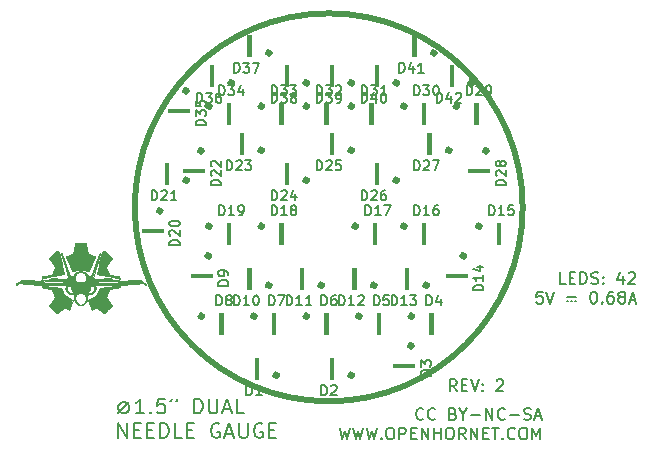
<source format=gbr>
%TF.GenerationSoftware,KiCad,Pcbnew,(5.1.12-1-10_14)*%
%TF.CreationDate,2021-11-28T15:33:12+11:00*%
%TF.ProjectId,dual_needle_gauge,6475616c-5f6e-4656-9564-6c655f676175,rev?*%
%TF.SameCoordinates,Original*%
%TF.FileFunction,Legend,Top*%
%TF.FilePolarity,Positive*%
%FSLAX46Y46*%
G04 Gerber Fmt 4.6, Leading zero omitted, Abs format (unit mm)*
G04 Created by KiCad (PCBNEW (5.1.12-1-10_14)) date 2021-11-28 15:33:12*
%MOMM*%
%LPD*%
G01*
G04 APERTURE LIST*
%ADD10C,0.150000*%
%ADD11C,0.500000*%
%ADD12C,0.200000*%
%ADD13C,0.010000*%
%ADD14C,0.100000*%
G04 APERTURE END LIST*
D10*
X202246602Y-125240556D02*
X201770412Y-125240556D01*
X201770412Y-124240556D01*
X202579936Y-124716747D02*
X202913269Y-124716747D01*
X203056126Y-125240556D02*
X202579936Y-125240556D01*
X202579936Y-124240556D01*
X203056126Y-124240556D01*
X203484698Y-125240556D02*
X203484698Y-124240556D01*
X203722793Y-124240556D01*
X203865650Y-124288176D01*
X203960888Y-124383414D01*
X204008507Y-124478652D01*
X204056126Y-124669128D01*
X204056126Y-124811985D01*
X204008507Y-125002461D01*
X203960888Y-125097699D01*
X203865650Y-125192937D01*
X203722793Y-125240556D01*
X203484698Y-125240556D01*
X204437079Y-125192937D02*
X204579936Y-125240556D01*
X204818031Y-125240556D01*
X204913269Y-125192937D01*
X204960888Y-125145318D01*
X205008507Y-125050080D01*
X205008507Y-124954842D01*
X204960888Y-124859604D01*
X204913269Y-124811985D01*
X204818031Y-124764366D01*
X204627555Y-124716747D01*
X204532317Y-124669128D01*
X204484698Y-124621509D01*
X204437079Y-124526271D01*
X204437079Y-124431033D01*
X204484698Y-124335795D01*
X204532317Y-124288176D01*
X204627555Y-124240556D01*
X204865650Y-124240556D01*
X205008507Y-124288176D01*
X205437079Y-125145318D02*
X205484698Y-125192937D01*
X205437079Y-125240556D01*
X205389460Y-125192937D01*
X205437079Y-125145318D01*
X205437079Y-125240556D01*
X205437079Y-124621509D02*
X205484698Y-124669128D01*
X205437079Y-124716747D01*
X205389460Y-124669128D01*
X205437079Y-124621509D01*
X205437079Y-124716747D01*
X207103745Y-124573890D02*
X207103745Y-125240556D01*
X206865650Y-124192937D02*
X206627555Y-124907223D01*
X207246602Y-124907223D01*
X207579936Y-124335795D02*
X207627555Y-124288176D01*
X207722793Y-124240556D01*
X207960888Y-124240556D01*
X208056126Y-124288176D01*
X208103745Y-124335795D01*
X208151364Y-124431033D01*
X208151364Y-124526271D01*
X208103745Y-124669128D01*
X207532317Y-125240556D01*
X208151364Y-125240556D01*
X200294221Y-125890556D02*
X199818031Y-125890556D01*
X199770412Y-126366747D01*
X199818031Y-126319128D01*
X199913269Y-126271509D01*
X200151364Y-126271509D01*
X200246602Y-126319128D01*
X200294221Y-126366747D01*
X200341841Y-126461985D01*
X200341841Y-126700080D01*
X200294221Y-126795318D01*
X200246602Y-126842937D01*
X200151364Y-126890556D01*
X199913269Y-126890556D01*
X199818031Y-126842937D01*
X199770412Y-126795318D01*
X200627555Y-125890556D02*
X200960888Y-126890556D01*
X201294221Y-125890556D01*
X202389460Y-126652461D02*
X202484698Y-126652461D01*
X202389460Y-126366747D02*
X203151364Y-126366747D01*
X202722793Y-126652461D02*
X202818031Y-126652461D01*
X203056126Y-126652461D02*
X203151364Y-126652461D01*
X204579936Y-125890556D02*
X204675174Y-125890556D01*
X204770412Y-125938176D01*
X204818031Y-125985795D01*
X204865650Y-126081033D01*
X204913269Y-126271509D01*
X204913269Y-126509604D01*
X204865650Y-126700080D01*
X204818031Y-126795318D01*
X204770412Y-126842937D01*
X204675174Y-126890556D01*
X204579936Y-126890556D01*
X204484698Y-126842937D01*
X204437079Y-126795318D01*
X204389460Y-126700080D01*
X204341841Y-126509604D01*
X204341841Y-126271509D01*
X204389460Y-126081033D01*
X204437079Y-125985795D01*
X204484698Y-125938176D01*
X204579936Y-125890556D01*
X205341841Y-126795318D02*
X205389460Y-126842937D01*
X205341841Y-126890556D01*
X205294221Y-126842937D01*
X205341841Y-126795318D01*
X205341841Y-126890556D01*
X206246602Y-125890556D02*
X206056126Y-125890556D01*
X205960888Y-125938176D01*
X205913269Y-125985795D01*
X205818031Y-126128652D01*
X205770412Y-126319128D01*
X205770412Y-126700080D01*
X205818031Y-126795318D01*
X205865650Y-126842937D01*
X205960888Y-126890556D01*
X206151364Y-126890556D01*
X206246602Y-126842937D01*
X206294221Y-126795318D01*
X206341841Y-126700080D01*
X206341841Y-126461985D01*
X206294221Y-126366747D01*
X206246602Y-126319128D01*
X206151364Y-126271509D01*
X205960888Y-126271509D01*
X205865650Y-126319128D01*
X205818031Y-126366747D01*
X205770412Y-126461985D01*
X206913269Y-126319128D02*
X206818031Y-126271509D01*
X206770412Y-126223890D01*
X206722793Y-126128652D01*
X206722793Y-126081033D01*
X206770412Y-125985795D01*
X206818031Y-125938176D01*
X206913269Y-125890556D01*
X207103745Y-125890556D01*
X207198983Y-125938176D01*
X207246602Y-125985795D01*
X207294221Y-126081033D01*
X207294221Y-126128652D01*
X207246602Y-126223890D01*
X207198983Y-126271509D01*
X207103745Y-126319128D01*
X206913269Y-126319128D01*
X206818031Y-126366747D01*
X206770412Y-126414366D01*
X206722793Y-126509604D01*
X206722793Y-126700080D01*
X206770412Y-126795318D01*
X206818031Y-126842937D01*
X206913269Y-126890556D01*
X207103745Y-126890556D01*
X207198983Y-126842937D01*
X207246602Y-126795318D01*
X207294221Y-126700080D01*
X207294221Y-126509604D01*
X207246602Y-126414366D01*
X207198983Y-126366747D01*
X207103745Y-126319128D01*
X207675174Y-126604842D02*
X208151364Y-126604842D01*
X207579936Y-126890556D02*
X207913269Y-125890556D01*
X208246602Y-126890556D01*
D11*
X198612941Y-118743176D02*
G75*
G03*
X198612941Y-118743176I-16421100J0D01*
G01*
D10*
X190198983Y-136645318D02*
X190151364Y-136692937D01*
X190008507Y-136740556D01*
X189913269Y-136740556D01*
X189770412Y-136692937D01*
X189675174Y-136597699D01*
X189627555Y-136502461D01*
X189579936Y-136311985D01*
X189579936Y-136169128D01*
X189627555Y-135978652D01*
X189675174Y-135883414D01*
X189770412Y-135788176D01*
X189913269Y-135740556D01*
X190008507Y-135740556D01*
X190151364Y-135788176D01*
X190198983Y-135835795D01*
X191198983Y-136645318D02*
X191151364Y-136692937D01*
X191008507Y-136740556D01*
X190913269Y-136740556D01*
X190770412Y-136692937D01*
X190675174Y-136597699D01*
X190627555Y-136502461D01*
X190579936Y-136311985D01*
X190579936Y-136169128D01*
X190627555Y-135978652D01*
X190675174Y-135883414D01*
X190770412Y-135788176D01*
X190913269Y-135740556D01*
X191008507Y-135740556D01*
X191151364Y-135788176D01*
X191198983Y-135835795D01*
X192722793Y-136216747D02*
X192865650Y-136264366D01*
X192913269Y-136311985D01*
X192960888Y-136407223D01*
X192960888Y-136550080D01*
X192913269Y-136645318D01*
X192865650Y-136692937D01*
X192770412Y-136740556D01*
X192389460Y-136740556D01*
X192389460Y-135740556D01*
X192722793Y-135740556D01*
X192818031Y-135788176D01*
X192865650Y-135835795D01*
X192913269Y-135931033D01*
X192913269Y-136026271D01*
X192865650Y-136121509D01*
X192818031Y-136169128D01*
X192722793Y-136216747D01*
X192389460Y-136216747D01*
X193579936Y-136264366D02*
X193579936Y-136740556D01*
X193246602Y-135740556D02*
X193579936Y-136264366D01*
X193913269Y-135740556D01*
X194246602Y-136359604D02*
X195008507Y-136359604D01*
X195484698Y-136740556D02*
X195484698Y-135740556D01*
X196056126Y-136740556D01*
X196056126Y-135740556D01*
X197103745Y-136645318D02*
X197056126Y-136692937D01*
X196913269Y-136740556D01*
X196818031Y-136740556D01*
X196675174Y-136692937D01*
X196579936Y-136597699D01*
X196532317Y-136502461D01*
X196484698Y-136311985D01*
X196484698Y-136169128D01*
X196532317Y-135978652D01*
X196579936Y-135883414D01*
X196675174Y-135788176D01*
X196818031Y-135740556D01*
X196913269Y-135740556D01*
X197056126Y-135788176D01*
X197103745Y-135835795D01*
X197532317Y-136359604D02*
X198294221Y-136359604D01*
X198722793Y-136692937D02*
X198865650Y-136740556D01*
X199103745Y-136740556D01*
X199198983Y-136692937D01*
X199246602Y-136645318D01*
X199294221Y-136550080D01*
X199294221Y-136454842D01*
X199246602Y-136359604D01*
X199198983Y-136311985D01*
X199103745Y-136264366D01*
X198913269Y-136216747D01*
X198818031Y-136169128D01*
X198770412Y-136121509D01*
X198722793Y-136026271D01*
X198722793Y-135931033D01*
X198770412Y-135835795D01*
X198818031Y-135788176D01*
X198913269Y-135740556D01*
X199151364Y-135740556D01*
X199294221Y-135788176D01*
X199675174Y-136454842D02*
X200151364Y-136454842D01*
X199579936Y-136740556D02*
X199913269Y-135740556D01*
X200246602Y-136740556D01*
X183103745Y-137390556D02*
X183341841Y-138390556D01*
X183532317Y-137676271D01*
X183722793Y-138390556D01*
X183960888Y-137390556D01*
X184246602Y-137390556D02*
X184484698Y-138390556D01*
X184675174Y-137676271D01*
X184865650Y-138390556D01*
X185103745Y-137390556D01*
X185389460Y-137390556D02*
X185627555Y-138390556D01*
X185818031Y-137676271D01*
X186008507Y-138390556D01*
X186246602Y-137390556D01*
X186627555Y-138295318D02*
X186675174Y-138342937D01*
X186627555Y-138390556D01*
X186579936Y-138342937D01*
X186627555Y-138295318D01*
X186627555Y-138390556D01*
X187294221Y-137390556D02*
X187484698Y-137390556D01*
X187579936Y-137438176D01*
X187675174Y-137533414D01*
X187722793Y-137723890D01*
X187722793Y-138057223D01*
X187675174Y-138247699D01*
X187579936Y-138342937D01*
X187484698Y-138390556D01*
X187294221Y-138390556D01*
X187198983Y-138342937D01*
X187103745Y-138247699D01*
X187056126Y-138057223D01*
X187056126Y-137723890D01*
X187103745Y-137533414D01*
X187198983Y-137438176D01*
X187294221Y-137390556D01*
X188151364Y-138390556D02*
X188151364Y-137390556D01*
X188532317Y-137390556D01*
X188627555Y-137438176D01*
X188675174Y-137485795D01*
X188722793Y-137581033D01*
X188722793Y-137723890D01*
X188675174Y-137819128D01*
X188627555Y-137866747D01*
X188532317Y-137914366D01*
X188151364Y-137914366D01*
X189151364Y-137866747D02*
X189484698Y-137866747D01*
X189627555Y-138390556D02*
X189151364Y-138390556D01*
X189151364Y-137390556D01*
X189627555Y-137390556D01*
X190056126Y-138390556D02*
X190056126Y-137390556D01*
X190627555Y-138390556D01*
X190627555Y-137390556D01*
X191103745Y-138390556D02*
X191103745Y-137390556D01*
X191103745Y-137866747D02*
X191675174Y-137866747D01*
X191675174Y-138390556D02*
X191675174Y-137390556D01*
X192341841Y-137390556D02*
X192532317Y-137390556D01*
X192627555Y-137438176D01*
X192722793Y-137533414D01*
X192770412Y-137723890D01*
X192770412Y-138057223D01*
X192722793Y-138247699D01*
X192627555Y-138342937D01*
X192532317Y-138390556D01*
X192341841Y-138390556D01*
X192246602Y-138342937D01*
X192151364Y-138247699D01*
X192103745Y-138057223D01*
X192103745Y-137723890D01*
X192151364Y-137533414D01*
X192246602Y-137438176D01*
X192341841Y-137390556D01*
X193770412Y-138390556D02*
X193437079Y-137914366D01*
X193198983Y-138390556D02*
X193198983Y-137390556D01*
X193579936Y-137390556D01*
X193675174Y-137438176D01*
X193722793Y-137485795D01*
X193770412Y-137581033D01*
X193770412Y-137723890D01*
X193722793Y-137819128D01*
X193675174Y-137866747D01*
X193579936Y-137914366D01*
X193198983Y-137914366D01*
X194198983Y-138390556D02*
X194198983Y-137390556D01*
X194770412Y-138390556D01*
X194770412Y-137390556D01*
X195246602Y-137866747D02*
X195579936Y-137866747D01*
X195722793Y-138390556D02*
X195246602Y-138390556D01*
X195246602Y-137390556D01*
X195722793Y-137390556D01*
X196008507Y-137390556D02*
X196579936Y-137390556D01*
X196294221Y-138390556D02*
X196294221Y-137390556D01*
X196913269Y-138295318D02*
X196960888Y-138342937D01*
X196913269Y-138390556D01*
X196865650Y-138342937D01*
X196913269Y-138295318D01*
X196913269Y-138390556D01*
X197960888Y-138295318D02*
X197913269Y-138342937D01*
X197770412Y-138390556D01*
X197675174Y-138390556D01*
X197532317Y-138342937D01*
X197437079Y-138247699D01*
X197389460Y-138152461D01*
X197341841Y-137961985D01*
X197341841Y-137819128D01*
X197389460Y-137628652D01*
X197437079Y-137533414D01*
X197532317Y-137438176D01*
X197675174Y-137390556D01*
X197770412Y-137390556D01*
X197913269Y-137438176D01*
X197960888Y-137485795D01*
X198579936Y-137390556D02*
X198770412Y-137390556D01*
X198865650Y-137438176D01*
X198960888Y-137533414D01*
X199008507Y-137723890D01*
X199008507Y-138057223D01*
X198960888Y-138247699D01*
X198865650Y-138342937D01*
X198770412Y-138390556D01*
X198579936Y-138390556D01*
X198484698Y-138342937D01*
X198389460Y-138247699D01*
X198341841Y-138057223D01*
X198341841Y-137723890D01*
X198389460Y-137533414D01*
X198484698Y-137438176D01*
X198579936Y-137390556D01*
X199437079Y-138390556D02*
X199437079Y-137390556D01*
X199770412Y-138104842D01*
X200103745Y-137390556D01*
X200103745Y-138390556D01*
X193022674Y-134315556D02*
X192689341Y-133839366D01*
X192451245Y-134315556D02*
X192451245Y-133315556D01*
X192832198Y-133315556D01*
X192927436Y-133363176D01*
X192975055Y-133410795D01*
X193022674Y-133506033D01*
X193022674Y-133648890D01*
X192975055Y-133744128D01*
X192927436Y-133791747D01*
X192832198Y-133839366D01*
X192451245Y-133839366D01*
X193451245Y-133791747D02*
X193784579Y-133791747D01*
X193927436Y-134315556D02*
X193451245Y-134315556D01*
X193451245Y-133315556D01*
X193927436Y-133315556D01*
X194213150Y-133315556D02*
X194546483Y-134315556D01*
X194879817Y-133315556D01*
X195213150Y-134220318D02*
X195260769Y-134267937D01*
X195213150Y-134315556D01*
X195165531Y-134267937D01*
X195213150Y-134220318D01*
X195213150Y-134315556D01*
X195213150Y-133696509D02*
X195260769Y-133744128D01*
X195213150Y-133791747D01*
X195165531Y-133744128D01*
X195213150Y-133696509D01*
X195213150Y-133791747D01*
X196403626Y-133410795D02*
X196451245Y-133363176D01*
X196546483Y-133315556D01*
X196784579Y-133315556D01*
X196879817Y-133363176D01*
X196927436Y-133410795D01*
X196975055Y-133506033D01*
X196975055Y-133601271D01*
X196927436Y-133744128D01*
X196356007Y-134315556D01*
X196975055Y-134315556D01*
D12*
X164724102Y-135243771D02*
X164962198Y-135243771D01*
X165200293Y-135362818D01*
X165319341Y-135600914D01*
X165319341Y-135839009D01*
X165200293Y-136077104D01*
X164962198Y-136196152D01*
X164724102Y-136196152D01*
X164486007Y-136077104D01*
X164366960Y-135839009D01*
X164366960Y-135600914D01*
X164486007Y-135362818D01*
X164724102Y-135243771D01*
X165319341Y-135243771D02*
X164366960Y-136196152D01*
X166569341Y-136196152D02*
X165855055Y-136196152D01*
X166212198Y-136196152D02*
X166212198Y-134946152D01*
X166093150Y-135124723D01*
X165974102Y-135243771D01*
X165855055Y-135303295D01*
X167105055Y-136077104D02*
X167164579Y-136136628D01*
X167105055Y-136196152D01*
X167045531Y-136136628D01*
X167105055Y-136077104D01*
X167105055Y-136196152D01*
X168295531Y-134946152D02*
X167700293Y-134946152D01*
X167640769Y-135541390D01*
X167700293Y-135481866D01*
X167819341Y-135422342D01*
X168116960Y-135422342D01*
X168236007Y-135481866D01*
X168295531Y-135541390D01*
X168355055Y-135660437D01*
X168355055Y-135958056D01*
X168295531Y-136077104D01*
X168236007Y-136136628D01*
X168116960Y-136196152D01*
X167819341Y-136196152D01*
X167700293Y-136136628D01*
X167640769Y-136077104D01*
X168890769Y-134946152D02*
X168890769Y-135005676D01*
X168831245Y-135124723D01*
X168771721Y-135184247D01*
X169366960Y-134946152D02*
X169366960Y-135005676D01*
X169307436Y-135124723D01*
X169247912Y-135184247D01*
X170795531Y-136196152D02*
X170795531Y-134946152D01*
X171093150Y-134946152D01*
X171271721Y-135005676D01*
X171390769Y-135124723D01*
X171450293Y-135243771D01*
X171509817Y-135481866D01*
X171509817Y-135660437D01*
X171450293Y-135898533D01*
X171390769Y-136017580D01*
X171271721Y-136136628D01*
X171093150Y-136196152D01*
X170795531Y-136196152D01*
X172045531Y-134946152D02*
X172045531Y-135958056D01*
X172105055Y-136077104D01*
X172164579Y-136136628D01*
X172283626Y-136196152D01*
X172521721Y-136196152D01*
X172640769Y-136136628D01*
X172700293Y-136077104D01*
X172759817Y-135958056D01*
X172759817Y-134946152D01*
X173295531Y-135839009D02*
X173890769Y-135839009D01*
X173176483Y-136196152D02*
X173593150Y-134946152D01*
X174009817Y-136196152D01*
X175021721Y-136196152D02*
X174426483Y-136196152D01*
X174426483Y-134946152D01*
X164366960Y-138271152D02*
X164366960Y-137021152D01*
X165081245Y-138271152D01*
X165081245Y-137021152D01*
X165676483Y-137616390D02*
X166093150Y-137616390D01*
X166271721Y-138271152D02*
X165676483Y-138271152D01*
X165676483Y-137021152D01*
X166271721Y-137021152D01*
X166807436Y-137616390D02*
X167224102Y-137616390D01*
X167402674Y-138271152D02*
X166807436Y-138271152D01*
X166807436Y-137021152D01*
X167402674Y-137021152D01*
X167938388Y-138271152D02*
X167938388Y-137021152D01*
X168236007Y-137021152D01*
X168414579Y-137080676D01*
X168533626Y-137199723D01*
X168593150Y-137318771D01*
X168652674Y-137556866D01*
X168652674Y-137735437D01*
X168593150Y-137973533D01*
X168533626Y-138092580D01*
X168414579Y-138211628D01*
X168236007Y-138271152D01*
X167938388Y-138271152D01*
X169783626Y-138271152D02*
X169188388Y-138271152D01*
X169188388Y-137021152D01*
X170200293Y-137616390D02*
X170616960Y-137616390D01*
X170795531Y-138271152D02*
X170200293Y-138271152D01*
X170200293Y-137021152D01*
X170795531Y-137021152D01*
X172938388Y-137080676D02*
X172819341Y-137021152D01*
X172640769Y-137021152D01*
X172462198Y-137080676D01*
X172343150Y-137199723D01*
X172283626Y-137318771D01*
X172224102Y-137556866D01*
X172224102Y-137735437D01*
X172283626Y-137973533D01*
X172343150Y-138092580D01*
X172462198Y-138211628D01*
X172640769Y-138271152D01*
X172759817Y-138271152D01*
X172938388Y-138211628D01*
X172997912Y-138152104D01*
X172997912Y-137735437D01*
X172759817Y-137735437D01*
X173474102Y-137914009D02*
X174069341Y-137914009D01*
X173355055Y-138271152D02*
X173771721Y-137021152D01*
X174188388Y-138271152D01*
X174605055Y-137021152D02*
X174605055Y-138033056D01*
X174664579Y-138152104D01*
X174724102Y-138211628D01*
X174843150Y-138271152D01*
X175081245Y-138271152D01*
X175200293Y-138211628D01*
X175259817Y-138152104D01*
X175319341Y-138033056D01*
X175319341Y-137021152D01*
X176569341Y-137080676D02*
X176450293Y-137021152D01*
X176271721Y-137021152D01*
X176093150Y-137080676D01*
X175974102Y-137199723D01*
X175914579Y-137318771D01*
X175855055Y-137556866D01*
X175855055Y-137735437D01*
X175914579Y-137973533D01*
X175974102Y-138092580D01*
X176093150Y-138211628D01*
X176271721Y-138271152D01*
X176390769Y-138271152D01*
X176569341Y-138211628D01*
X176628864Y-138152104D01*
X176628864Y-137735437D01*
X176390769Y-137735437D01*
X177164579Y-137616390D02*
X177581245Y-137616390D01*
X177759817Y-138271152D02*
X177164579Y-138271152D01*
X177164579Y-137021152D01*
X177759817Y-137021152D01*
D13*
%TO.C,G\u002A\u002A\u002A*%
G36*
X161155972Y-121761376D02*
G01*
X161176653Y-121761376D01*
X161246486Y-121761384D01*
X161308348Y-121761415D01*
X161362735Y-121761476D01*
X161410142Y-121761575D01*
X161451065Y-121761721D01*
X161485999Y-121761921D01*
X161515441Y-121762183D01*
X161539886Y-121762516D01*
X161559830Y-121762926D01*
X161575768Y-121763423D01*
X161588196Y-121764014D01*
X161597609Y-121764707D01*
X161604504Y-121765510D01*
X161609376Y-121766431D01*
X161612721Y-121767478D01*
X161614652Y-121768425D01*
X161624631Y-121776553D01*
X161631119Y-121785423D01*
X161632511Y-121790899D01*
X161635331Y-121804128D01*
X161639470Y-121824541D01*
X161644817Y-121851565D01*
X161651262Y-121884630D01*
X161658695Y-121923163D01*
X161667007Y-121966593D01*
X161676088Y-122014350D01*
X161685827Y-122065861D01*
X161696115Y-122120555D01*
X161706842Y-122177860D01*
X161714123Y-122216914D01*
X161725097Y-122275668D01*
X161735728Y-122332211D01*
X161745907Y-122385968D01*
X161755519Y-122436366D01*
X161764454Y-122482832D01*
X161772600Y-122524790D01*
X161779845Y-122561667D01*
X161786077Y-122592890D01*
X161791185Y-122617884D01*
X161795056Y-122636077D01*
X161797579Y-122646893D01*
X161798448Y-122649707D01*
X161806149Y-122661150D01*
X161814231Y-122670043D01*
X161819242Y-122672701D01*
X161831345Y-122678242D01*
X161849791Y-122686355D01*
X161873828Y-122696729D01*
X161902708Y-122709053D01*
X161935682Y-122723016D01*
X161971999Y-122738308D01*
X162010911Y-122754617D01*
X162051667Y-122771632D01*
X162093518Y-122789043D01*
X162135714Y-122806538D01*
X162177506Y-122823806D01*
X162218145Y-122840538D01*
X162256880Y-122856420D01*
X162292962Y-122871144D01*
X162325642Y-122884397D01*
X162354169Y-122895869D01*
X162377795Y-122905249D01*
X162395770Y-122912226D01*
X162407344Y-122916489D01*
X162411207Y-122917686D01*
X162411612Y-122919124D01*
X162410733Y-122923222D01*
X162408436Y-122930291D01*
X162404584Y-122940645D01*
X162399041Y-122954594D01*
X162391673Y-122972452D01*
X162382342Y-122994531D01*
X162370913Y-123021144D01*
X162357252Y-123052601D01*
X162341220Y-123089217D01*
X162322684Y-123131303D01*
X162301507Y-123179171D01*
X162277554Y-123233134D01*
X162250688Y-123293504D01*
X162220774Y-123360594D01*
X162187677Y-123434715D01*
X162151260Y-123516181D01*
X162143725Y-123533025D01*
X162113145Y-123601379D01*
X162083474Y-123667671D01*
X162054900Y-123731487D01*
X162027608Y-123792410D01*
X162001787Y-123850023D01*
X161977622Y-123903912D01*
X161955301Y-123953660D01*
X161935010Y-123998851D01*
X161916936Y-124039068D01*
X161901266Y-124073897D01*
X161888186Y-124102921D01*
X161877884Y-124125723D01*
X161870545Y-124141889D01*
X161866358Y-124151001D01*
X161865423Y-124152931D01*
X161862793Y-124154967D01*
X161857517Y-124155382D01*
X161848398Y-124153951D01*
X161834240Y-124150448D01*
X161813846Y-124144648D01*
X161800588Y-124140712D01*
X161739745Y-124123273D01*
X161674549Y-124105984D01*
X161607123Y-124089339D01*
X161539590Y-124073829D01*
X161474075Y-124059946D01*
X161412700Y-124048180D01*
X161369075Y-124040792D01*
X161343666Y-124037687D01*
X161311500Y-124035147D01*
X161274268Y-124033194D01*
X161233661Y-124031847D01*
X161191370Y-124031127D01*
X161149088Y-124031055D01*
X161108504Y-124031652D01*
X161071312Y-124032938D01*
X161039201Y-124034934D01*
X161022432Y-124036555D01*
X160973923Y-124043139D01*
X160919122Y-124052305D01*
X160859676Y-124063694D01*
X160797232Y-124076944D01*
X160733436Y-124091694D01*
X160669936Y-124107583D01*
X160608377Y-124124250D01*
X160565632Y-124136695D01*
X160542746Y-124143523D01*
X160522712Y-124149391D01*
X160506923Y-124153899D01*
X160496769Y-124156651D01*
X160493665Y-124157320D01*
X160491667Y-124153494D01*
X160486471Y-124142317D01*
X160478260Y-124124202D01*
X160467216Y-124099562D01*
X160453521Y-124068809D01*
X160437357Y-124032357D01*
X160418905Y-123990617D01*
X160398349Y-123944002D01*
X160375869Y-123892925D01*
X160351649Y-123837798D01*
X160325869Y-123779034D01*
X160298712Y-123717046D01*
X160270361Y-123652247D01*
X160240996Y-123585048D01*
X160221841Y-123541168D01*
X160191919Y-123472583D01*
X160162918Y-123406077D01*
X160135018Y-123342068D01*
X160108401Y-123280972D01*
X160083248Y-123223206D01*
X160059740Y-123169186D01*
X160038058Y-123119331D01*
X160018383Y-123074055D01*
X160000897Y-123033776D01*
X159985780Y-122998911D01*
X159973214Y-122969877D01*
X159963379Y-122947089D01*
X159956457Y-122930965D01*
X159952629Y-122921922D01*
X159951888Y-122920049D01*
X159955534Y-122917498D01*
X159966679Y-122911974D01*
X159984955Y-122903635D01*
X160009995Y-122892639D01*
X160041429Y-122879143D01*
X160078892Y-122863305D01*
X160122013Y-122845283D01*
X160170427Y-122825233D01*
X160223765Y-122803315D01*
X160235376Y-122798563D01*
X160282252Y-122779348D01*
X160327071Y-122760888D01*
X160369179Y-122743457D01*
X160407921Y-122727331D01*
X160442644Y-122712785D01*
X160472694Y-122700093D01*
X160497417Y-122689531D01*
X160516158Y-122681372D01*
X160528265Y-122675892D01*
X160532846Y-122673549D01*
X160543684Y-122663642D01*
X160552677Y-122651204D01*
X160553183Y-122650244D01*
X160555156Y-122643719D01*
X160558546Y-122629256D01*
X160563276Y-122607252D01*
X160569269Y-122578103D01*
X160576447Y-122542205D01*
X160584732Y-122499955D01*
X160594046Y-122451749D01*
X160604311Y-122397982D01*
X160615451Y-122339052D01*
X160627387Y-122275354D01*
X160639019Y-122212799D01*
X160649935Y-122154040D01*
X160660481Y-122097549D01*
X160670550Y-122043894D01*
X160680032Y-121993642D01*
X160688819Y-121947359D01*
X160696802Y-121905612D01*
X160703872Y-121868970D01*
X160709920Y-121837999D01*
X160714839Y-121813266D01*
X160718518Y-121795338D01*
X160720849Y-121784782D01*
X160721611Y-121782101D01*
X160723340Y-121778789D01*
X160725102Y-121775850D01*
X160727384Y-121773261D01*
X160730675Y-121771001D01*
X160735462Y-121769047D01*
X160742234Y-121767376D01*
X160751478Y-121765967D01*
X160763684Y-121764797D01*
X160779338Y-121763845D01*
X160798930Y-121763087D01*
X160822947Y-121762503D01*
X160851877Y-121762068D01*
X160886208Y-121761762D01*
X160926430Y-121761561D01*
X160973028Y-121761445D01*
X161026493Y-121761390D01*
X161087311Y-121761375D01*
X161155972Y-121761376D01*
G37*
X161155972Y-121761376D02*
X161176653Y-121761376D01*
X161246486Y-121761384D01*
X161308348Y-121761415D01*
X161362735Y-121761476D01*
X161410142Y-121761575D01*
X161451065Y-121761721D01*
X161485999Y-121761921D01*
X161515441Y-121762183D01*
X161539886Y-121762516D01*
X161559830Y-121762926D01*
X161575768Y-121763423D01*
X161588196Y-121764014D01*
X161597609Y-121764707D01*
X161604504Y-121765510D01*
X161609376Y-121766431D01*
X161612721Y-121767478D01*
X161614652Y-121768425D01*
X161624631Y-121776553D01*
X161631119Y-121785423D01*
X161632511Y-121790899D01*
X161635331Y-121804128D01*
X161639470Y-121824541D01*
X161644817Y-121851565D01*
X161651262Y-121884630D01*
X161658695Y-121923163D01*
X161667007Y-121966593D01*
X161676088Y-122014350D01*
X161685827Y-122065861D01*
X161696115Y-122120555D01*
X161706842Y-122177860D01*
X161714123Y-122216914D01*
X161725097Y-122275668D01*
X161735728Y-122332211D01*
X161745907Y-122385968D01*
X161755519Y-122436366D01*
X161764454Y-122482832D01*
X161772600Y-122524790D01*
X161779845Y-122561667D01*
X161786077Y-122592890D01*
X161791185Y-122617884D01*
X161795056Y-122636077D01*
X161797579Y-122646893D01*
X161798448Y-122649707D01*
X161806149Y-122661150D01*
X161814231Y-122670043D01*
X161819242Y-122672701D01*
X161831345Y-122678242D01*
X161849791Y-122686355D01*
X161873828Y-122696729D01*
X161902708Y-122709053D01*
X161935682Y-122723016D01*
X161971999Y-122738308D01*
X162010911Y-122754617D01*
X162051667Y-122771632D01*
X162093518Y-122789043D01*
X162135714Y-122806538D01*
X162177506Y-122823806D01*
X162218145Y-122840538D01*
X162256880Y-122856420D01*
X162292962Y-122871144D01*
X162325642Y-122884397D01*
X162354169Y-122895869D01*
X162377795Y-122905249D01*
X162395770Y-122912226D01*
X162407344Y-122916489D01*
X162411207Y-122917686D01*
X162411612Y-122919124D01*
X162410733Y-122923222D01*
X162408436Y-122930291D01*
X162404584Y-122940645D01*
X162399041Y-122954594D01*
X162391673Y-122972452D01*
X162382342Y-122994531D01*
X162370913Y-123021144D01*
X162357252Y-123052601D01*
X162341220Y-123089217D01*
X162322684Y-123131303D01*
X162301507Y-123179171D01*
X162277554Y-123233134D01*
X162250688Y-123293504D01*
X162220774Y-123360594D01*
X162187677Y-123434715D01*
X162151260Y-123516181D01*
X162143725Y-123533025D01*
X162113145Y-123601379D01*
X162083474Y-123667671D01*
X162054900Y-123731487D01*
X162027608Y-123792410D01*
X162001787Y-123850023D01*
X161977622Y-123903912D01*
X161955301Y-123953660D01*
X161935010Y-123998851D01*
X161916936Y-124039068D01*
X161901266Y-124073897D01*
X161888186Y-124102921D01*
X161877884Y-124125723D01*
X161870545Y-124141889D01*
X161866358Y-124151001D01*
X161865423Y-124152931D01*
X161862793Y-124154967D01*
X161857517Y-124155382D01*
X161848398Y-124153951D01*
X161834240Y-124150448D01*
X161813846Y-124144648D01*
X161800588Y-124140712D01*
X161739745Y-124123273D01*
X161674549Y-124105984D01*
X161607123Y-124089339D01*
X161539590Y-124073829D01*
X161474075Y-124059946D01*
X161412700Y-124048180D01*
X161369075Y-124040792D01*
X161343666Y-124037687D01*
X161311500Y-124035147D01*
X161274268Y-124033194D01*
X161233661Y-124031847D01*
X161191370Y-124031127D01*
X161149088Y-124031055D01*
X161108504Y-124031652D01*
X161071312Y-124032938D01*
X161039201Y-124034934D01*
X161022432Y-124036555D01*
X160973923Y-124043139D01*
X160919122Y-124052305D01*
X160859676Y-124063694D01*
X160797232Y-124076944D01*
X160733436Y-124091694D01*
X160669936Y-124107583D01*
X160608377Y-124124250D01*
X160565632Y-124136695D01*
X160542746Y-124143523D01*
X160522712Y-124149391D01*
X160506923Y-124153899D01*
X160496769Y-124156651D01*
X160493665Y-124157320D01*
X160491667Y-124153494D01*
X160486471Y-124142317D01*
X160478260Y-124124202D01*
X160467216Y-124099562D01*
X160453521Y-124068809D01*
X160437357Y-124032357D01*
X160418905Y-123990617D01*
X160398349Y-123944002D01*
X160375869Y-123892925D01*
X160351649Y-123837798D01*
X160325869Y-123779034D01*
X160298712Y-123717046D01*
X160270361Y-123652247D01*
X160240996Y-123585048D01*
X160221841Y-123541168D01*
X160191919Y-123472583D01*
X160162918Y-123406077D01*
X160135018Y-123342068D01*
X160108401Y-123280972D01*
X160083248Y-123223206D01*
X160059740Y-123169186D01*
X160038058Y-123119331D01*
X160018383Y-123074055D01*
X160000897Y-123033776D01*
X159985780Y-122998911D01*
X159973214Y-122969877D01*
X159963379Y-122947089D01*
X159956457Y-122930965D01*
X159952629Y-122921922D01*
X159951888Y-122920049D01*
X159955534Y-122917498D01*
X159966679Y-122911974D01*
X159984955Y-122903635D01*
X160009995Y-122892639D01*
X160041429Y-122879143D01*
X160078892Y-122863305D01*
X160122013Y-122845283D01*
X160170427Y-122825233D01*
X160223765Y-122803315D01*
X160235376Y-122798563D01*
X160282252Y-122779348D01*
X160327071Y-122760888D01*
X160369179Y-122743457D01*
X160407921Y-122727331D01*
X160442644Y-122712785D01*
X160472694Y-122700093D01*
X160497417Y-122689531D01*
X160516158Y-122681372D01*
X160528265Y-122675892D01*
X160532846Y-122673549D01*
X160543684Y-122663642D01*
X160552677Y-122651204D01*
X160553183Y-122650244D01*
X160555156Y-122643719D01*
X160558546Y-122629256D01*
X160563276Y-122607252D01*
X160569269Y-122578103D01*
X160576447Y-122542205D01*
X160584732Y-122499955D01*
X160594046Y-122451749D01*
X160604311Y-122397982D01*
X160615451Y-122339052D01*
X160627387Y-122275354D01*
X160639019Y-122212799D01*
X160649935Y-122154040D01*
X160660481Y-122097549D01*
X160670550Y-122043894D01*
X160680032Y-121993642D01*
X160688819Y-121947359D01*
X160696802Y-121905612D01*
X160703872Y-121868970D01*
X160709920Y-121837999D01*
X160714839Y-121813266D01*
X160718518Y-121795338D01*
X160720849Y-121784782D01*
X160721611Y-121782101D01*
X160723340Y-121778789D01*
X160725102Y-121775850D01*
X160727384Y-121773261D01*
X160730675Y-121771001D01*
X160735462Y-121769047D01*
X160742234Y-121767376D01*
X160751478Y-121765967D01*
X160763684Y-121764797D01*
X160779338Y-121763845D01*
X160798930Y-121763087D01*
X160822947Y-121762503D01*
X160851877Y-121762068D01*
X160886208Y-121761762D01*
X160926430Y-121761561D01*
X160973028Y-121761445D01*
X161026493Y-121761390D01*
X161087311Y-121761375D01*
X161155972Y-121761376D01*
G36*
X163197328Y-122423812D02*
G01*
X163201805Y-122427123D01*
X163211743Y-122435959D01*
X163226646Y-122449830D01*
X163246020Y-122468243D01*
X163269370Y-122490706D01*
X163296201Y-122516727D01*
X163326018Y-122545815D01*
X163358325Y-122577478D01*
X163392629Y-122611223D01*
X163428433Y-122646558D01*
X163465244Y-122682992D01*
X163502566Y-122720033D01*
X163539904Y-122757189D01*
X163576764Y-122793967D01*
X163612650Y-122829877D01*
X163647067Y-122864425D01*
X163679521Y-122897121D01*
X163709516Y-122927471D01*
X163736558Y-122954985D01*
X163760152Y-122979170D01*
X163779802Y-122999535D01*
X163795015Y-123015586D01*
X163805294Y-123026833D01*
X163810145Y-123032784D01*
X163810323Y-123033089D01*
X163814862Y-123049088D01*
X163814593Y-123059212D01*
X163811714Y-123065393D01*
X163803988Y-123078436D01*
X163791453Y-123098287D01*
X163774143Y-123124891D01*
X163752096Y-123158193D01*
X163725348Y-123198139D01*
X163693935Y-123244673D01*
X163657894Y-123297742D01*
X163617261Y-123357291D01*
X163572344Y-123422867D01*
X163533024Y-123480279D01*
X163496522Y-123533774D01*
X163463047Y-123583042D01*
X163432804Y-123627772D01*
X163406002Y-123667655D01*
X163382847Y-123702379D01*
X163363547Y-123731635D01*
X163348308Y-123755112D01*
X163337338Y-123772500D01*
X163330845Y-123783488D01*
X163329030Y-123787371D01*
X163327323Y-123800204D01*
X163327736Y-123811106D01*
X163327812Y-123811469D01*
X163330011Y-123817762D01*
X163335254Y-123831014D01*
X163343227Y-123850489D01*
X163353611Y-123875450D01*
X163366091Y-123905162D01*
X163380350Y-123938890D01*
X163396071Y-123975897D01*
X163412937Y-124015447D01*
X163430632Y-124056806D01*
X163448840Y-124099237D01*
X163467243Y-124142004D01*
X163485525Y-124184372D01*
X163503369Y-124225605D01*
X163520459Y-124264967D01*
X163536479Y-124301722D01*
X163551110Y-124335134D01*
X163564038Y-124364469D01*
X163574945Y-124388989D01*
X163583514Y-124407960D01*
X163589429Y-124420645D01*
X163592374Y-124426309D01*
X163592440Y-124426397D01*
X163602412Y-124436231D01*
X163612147Y-124442885D01*
X163617839Y-124444472D01*
X163631277Y-124447479D01*
X163651881Y-124451791D01*
X163679070Y-124457295D01*
X163712263Y-124463879D01*
X163750880Y-124471429D01*
X163794340Y-124479832D01*
X163842063Y-124488975D01*
X163893468Y-124498744D01*
X163947974Y-124509027D01*
X164005001Y-124519711D01*
X164036165Y-124525518D01*
X164103883Y-124538118D01*
X164163775Y-124549276D01*
X164216338Y-124559097D01*
X164262070Y-124567685D01*
X164301468Y-124575145D01*
X164335030Y-124581582D01*
X164363255Y-124587100D01*
X164386638Y-124591804D01*
X164405679Y-124595798D01*
X164420875Y-124599187D01*
X164432723Y-124602075D01*
X164441722Y-124604566D01*
X164448368Y-124606767D01*
X164453160Y-124608780D01*
X164456595Y-124610711D01*
X164459172Y-124612664D01*
X164461386Y-124614744D01*
X164461525Y-124614881D01*
X164474225Y-124627483D01*
X164476887Y-124775509D01*
X164467089Y-124775077D01*
X164461304Y-124774011D01*
X164448046Y-124771090D01*
X164428062Y-124766491D01*
X164402099Y-124760393D01*
X164370903Y-124752973D01*
X164335222Y-124744408D01*
X164295801Y-124734876D01*
X164253387Y-124724554D01*
X164209641Y-124713846D01*
X164115722Y-124690918D01*
X164029603Y-124670168D01*
X163950927Y-124651515D01*
X163879334Y-124634878D01*
X163814467Y-124620173D01*
X163755967Y-124607319D01*
X163703475Y-124596234D01*
X163656633Y-124586837D01*
X163638141Y-124583295D01*
X163623390Y-124580603D01*
X163600938Y-124576631D01*
X163571436Y-124571488D01*
X163535534Y-124565285D01*
X163493884Y-124558135D01*
X163447135Y-124550147D01*
X163395939Y-124541433D01*
X163340946Y-124532103D01*
X163282806Y-124522268D01*
X163222171Y-124512040D01*
X163159691Y-124501530D01*
X163096017Y-124490847D01*
X163089924Y-124489827D01*
X163027403Y-124479317D01*
X162966847Y-124469065D01*
X162908824Y-124459169D01*
X162853903Y-124449731D01*
X162802650Y-124440849D01*
X162755635Y-124432625D01*
X162713425Y-124425158D01*
X162676588Y-124418548D01*
X162645692Y-124412895D01*
X162621306Y-124408299D01*
X162603998Y-124404861D01*
X162594335Y-124402679D01*
X162593195Y-124402347D01*
X162578875Y-124397342D01*
X162571144Y-124393419D01*
X162568429Y-124389415D01*
X162569050Y-124384515D01*
X162570968Y-124377765D01*
X162573242Y-124369199D01*
X162575941Y-124358496D01*
X162579137Y-124345332D01*
X162582901Y-124329385D01*
X162587304Y-124310333D01*
X162592416Y-124287851D01*
X162598309Y-124261619D01*
X162605053Y-124231312D01*
X162612719Y-124196608D01*
X162621378Y-124157186D01*
X162631101Y-124112721D01*
X162641959Y-124062891D01*
X162654023Y-124007373D01*
X162667364Y-123945845D01*
X162682052Y-123877985D01*
X162698158Y-123803468D01*
X162715753Y-123721973D01*
X162734909Y-123633177D01*
X162755695Y-123536757D01*
X162778184Y-123432390D01*
X162778854Y-123429278D01*
X162966274Y-122559297D01*
X163064685Y-122491595D01*
X163090726Y-122473906D01*
X163115003Y-122457846D01*
X163136504Y-122444048D01*
X163154220Y-122433147D01*
X163167143Y-122425778D01*
X163174260Y-122422574D01*
X163174647Y-122422503D01*
X163188063Y-122422452D01*
X163197328Y-122423812D01*
G37*
X163197328Y-122423812D02*
X163201805Y-122427123D01*
X163211743Y-122435959D01*
X163226646Y-122449830D01*
X163246020Y-122468243D01*
X163269370Y-122490706D01*
X163296201Y-122516727D01*
X163326018Y-122545815D01*
X163358325Y-122577478D01*
X163392629Y-122611223D01*
X163428433Y-122646558D01*
X163465244Y-122682992D01*
X163502566Y-122720033D01*
X163539904Y-122757189D01*
X163576764Y-122793967D01*
X163612650Y-122829877D01*
X163647067Y-122864425D01*
X163679521Y-122897121D01*
X163709516Y-122927471D01*
X163736558Y-122954985D01*
X163760152Y-122979170D01*
X163779802Y-122999535D01*
X163795015Y-123015586D01*
X163805294Y-123026833D01*
X163810145Y-123032784D01*
X163810323Y-123033089D01*
X163814862Y-123049088D01*
X163814593Y-123059212D01*
X163811714Y-123065393D01*
X163803988Y-123078436D01*
X163791453Y-123098287D01*
X163774143Y-123124891D01*
X163752096Y-123158193D01*
X163725348Y-123198139D01*
X163693935Y-123244673D01*
X163657894Y-123297742D01*
X163617261Y-123357291D01*
X163572344Y-123422867D01*
X163533024Y-123480279D01*
X163496522Y-123533774D01*
X163463047Y-123583042D01*
X163432804Y-123627772D01*
X163406002Y-123667655D01*
X163382847Y-123702379D01*
X163363547Y-123731635D01*
X163348308Y-123755112D01*
X163337338Y-123772500D01*
X163330845Y-123783488D01*
X163329030Y-123787371D01*
X163327323Y-123800204D01*
X163327736Y-123811106D01*
X163327812Y-123811469D01*
X163330011Y-123817762D01*
X163335254Y-123831014D01*
X163343227Y-123850489D01*
X163353611Y-123875450D01*
X163366091Y-123905162D01*
X163380350Y-123938890D01*
X163396071Y-123975897D01*
X163412937Y-124015447D01*
X163430632Y-124056806D01*
X163448840Y-124099237D01*
X163467243Y-124142004D01*
X163485525Y-124184372D01*
X163503369Y-124225605D01*
X163520459Y-124264967D01*
X163536479Y-124301722D01*
X163551110Y-124335134D01*
X163564038Y-124364469D01*
X163574945Y-124388989D01*
X163583514Y-124407960D01*
X163589429Y-124420645D01*
X163592374Y-124426309D01*
X163592440Y-124426397D01*
X163602412Y-124436231D01*
X163612147Y-124442885D01*
X163617839Y-124444472D01*
X163631277Y-124447479D01*
X163651881Y-124451791D01*
X163679070Y-124457295D01*
X163712263Y-124463879D01*
X163750880Y-124471429D01*
X163794340Y-124479832D01*
X163842063Y-124488975D01*
X163893468Y-124498744D01*
X163947974Y-124509027D01*
X164005001Y-124519711D01*
X164036165Y-124525518D01*
X164103883Y-124538118D01*
X164163775Y-124549276D01*
X164216338Y-124559097D01*
X164262070Y-124567685D01*
X164301468Y-124575145D01*
X164335030Y-124581582D01*
X164363255Y-124587100D01*
X164386638Y-124591804D01*
X164405679Y-124595798D01*
X164420875Y-124599187D01*
X164432723Y-124602075D01*
X164441722Y-124604566D01*
X164448368Y-124606767D01*
X164453160Y-124608780D01*
X164456595Y-124610711D01*
X164459172Y-124612664D01*
X164461386Y-124614744D01*
X164461525Y-124614881D01*
X164474225Y-124627483D01*
X164476887Y-124775509D01*
X164467089Y-124775077D01*
X164461304Y-124774011D01*
X164448046Y-124771090D01*
X164428062Y-124766491D01*
X164402099Y-124760393D01*
X164370903Y-124752973D01*
X164335222Y-124744408D01*
X164295801Y-124734876D01*
X164253387Y-124724554D01*
X164209641Y-124713846D01*
X164115722Y-124690918D01*
X164029603Y-124670168D01*
X163950927Y-124651515D01*
X163879334Y-124634878D01*
X163814467Y-124620173D01*
X163755967Y-124607319D01*
X163703475Y-124596234D01*
X163656633Y-124586837D01*
X163638141Y-124583295D01*
X163623390Y-124580603D01*
X163600938Y-124576631D01*
X163571436Y-124571488D01*
X163535534Y-124565285D01*
X163493884Y-124558135D01*
X163447135Y-124550147D01*
X163395939Y-124541433D01*
X163340946Y-124532103D01*
X163282806Y-124522268D01*
X163222171Y-124512040D01*
X163159691Y-124501530D01*
X163096017Y-124490847D01*
X163089924Y-124489827D01*
X163027403Y-124479317D01*
X162966847Y-124469065D01*
X162908824Y-124459169D01*
X162853903Y-124449731D01*
X162802650Y-124440849D01*
X162755635Y-124432625D01*
X162713425Y-124425158D01*
X162676588Y-124418548D01*
X162645692Y-124412895D01*
X162621306Y-124408299D01*
X162603998Y-124404861D01*
X162594335Y-124402679D01*
X162593195Y-124402347D01*
X162578875Y-124397342D01*
X162571144Y-124393419D01*
X162568429Y-124389415D01*
X162569050Y-124384515D01*
X162570968Y-124377765D01*
X162573242Y-124369199D01*
X162575941Y-124358496D01*
X162579137Y-124345332D01*
X162582901Y-124329385D01*
X162587304Y-124310333D01*
X162592416Y-124287851D01*
X162598309Y-124261619D01*
X162605053Y-124231312D01*
X162612719Y-124196608D01*
X162621378Y-124157186D01*
X162631101Y-124112721D01*
X162641959Y-124062891D01*
X162654023Y-124007373D01*
X162667364Y-123945845D01*
X162682052Y-123877985D01*
X162698158Y-123803468D01*
X162715753Y-123721973D01*
X162734909Y-123633177D01*
X162755695Y-123536757D01*
X162778184Y-123432390D01*
X162778854Y-123429278D01*
X162966274Y-122559297D01*
X163064685Y-122491595D01*
X163090726Y-122473906D01*
X163115003Y-122457846D01*
X163136504Y-122444048D01*
X163154220Y-122433147D01*
X163167143Y-122425778D01*
X163174260Y-122422574D01*
X163174647Y-122422503D01*
X163188063Y-122422452D01*
X163197328Y-122423812D01*
G36*
X159167810Y-122421919D02*
G01*
X159173818Y-122422268D01*
X159180019Y-122423572D01*
X159187315Y-122426353D01*
X159196608Y-122431138D01*
X159208800Y-122438449D01*
X159224794Y-122448812D01*
X159245492Y-122462751D01*
X159271796Y-122480790D01*
X159286173Y-122490711D01*
X159385556Y-122559359D01*
X159576764Y-123446066D01*
X159595189Y-123531467D01*
X159613195Y-123614845D01*
X159630697Y-123695810D01*
X159647610Y-123773969D01*
X159663848Y-123848930D01*
X159679326Y-123920301D01*
X159693958Y-123987689D01*
X159707660Y-124050704D01*
X159720346Y-124108953D01*
X159731930Y-124162043D01*
X159742327Y-124209584D01*
X159751452Y-124251182D01*
X159759219Y-124286447D01*
X159765543Y-124314985D01*
X159770339Y-124336405D01*
X159773521Y-124350315D01*
X159774976Y-124356232D01*
X159779232Y-124370371D01*
X159782773Y-124381927D01*
X159784290Y-124386729D01*
X159783906Y-124391016D01*
X159778763Y-124395031D01*
X159767504Y-124399594D01*
X159757629Y-124402816D01*
X159749685Y-124404696D01*
X159733951Y-124407859D01*
X159710992Y-124412204D01*
X159681372Y-124417633D01*
X159645656Y-124424047D01*
X159604406Y-124431346D01*
X159558187Y-124439432D01*
X159507564Y-124448207D01*
X159453099Y-124457569D01*
X159395359Y-124467422D01*
X159334905Y-124477665D01*
X159272303Y-124488201D01*
X159248174Y-124492242D01*
X159163571Y-124506398D01*
X159086637Y-124519292D01*
X159016691Y-124531061D01*
X158953051Y-124541841D01*
X158895036Y-124551767D01*
X158841965Y-124560975D01*
X158793157Y-124569602D01*
X158747929Y-124577783D01*
X158705601Y-124585654D01*
X158665492Y-124593351D01*
X158626919Y-124601010D01*
X158589202Y-124608767D01*
X158551659Y-124616758D01*
X158513610Y-124625119D01*
X158474371Y-124633986D01*
X158433263Y-124643494D01*
X158389604Y-124653780D01*
X158342712Y-124664980D01*
X158291906Y-124677229D01*
X158236505Y-124690664D01*
X158175827Y-124705420D01*
X158158416Y-124709657D01*
X158111882Y-124720961D01*
X158067711Y-124731651D01*
X158026599Y-124741562D01*
X157989245Y-124750527D01*
X157956346Y-124758380D01*
X157928600Y-124764955D01*
X157906703Y-124770085D01*
X157891354Y-124773605D01*
X157883251Y-124775347D01*
X157882191Y-124775509D01*
X157880032Y-124773812D01*
X157878473Y-124768050D01*
X157877435Y-124757212D01*
X157876834Y-124740288D01*
X157876591Y-124716269D01*
X157876575Y-124705858D01*
X157876791Y-124676288D01*
X157877612Y-124653922D01*
X157879288Y-124637502D01*
X157882076Y-124625773D01*
X157886227Y-124617478D01*
X157891996Y-124611361D01*
X157896282Y-124608251D01*
X157901990Y-124606456D01*
X157915600Y-124603244D01*
X157936678Y-124598699D01*
X157964792Y-124592906D01*
X157999512Y-124585950D01*
X158040405Y-124577917D01*
X158087039Y-124568891D01*
X158138982Y-124558956D01*
X158195803Y-124548198D01*
X158257070Y-124536702D01*
X158317904Y-124525377D01*
X158386040Y-124512727D01*
X158446346Y-124501502D01*
X158499322Y-124491599D01*
X158545464Y-124482915D01*
X158585272Y-124475349D01*
X158619243Y-124468799D01*
X158647877Y-124463161D01*
X158671672Y-124458335D01*
X158691125Y-124454217D01*
X158706736Y-124450706D01*
X158719003Y-124447699D01*
X158728423Y-124445095D01*
X158735496Y-124442791D01*
X158740720Y-124440684D01*
X158744593Y-124438673D01*
X158746421Y-124437507D01*
X158749605Y-124435188D01*
X158752703Y-124432401D01*
X158755964Y-124428619D01*
X158759634Y-124423310D01*
X158763961Y-124415947D01*
X158769192Y-124406001D01*
X158775575Y-124392941D01*
X158783357Y-124376240D01*
X158792785Y-124355367D01*
X158804107Y-124329794D01*
X158817570Y-124298992D01*
X158833421Y-124262432D01*
X158851909Y-124219583D01*
X158873279Y-124169918D01*
X158893252Y-124123447D01*
X158918004Y-124065815D01*
X158939594Y-124015423D01*
X158958213Y-123971735D01*
X158974051Y-123934215D01*
X158987299Y-123902329D01*
X158998146Y-123875539D01*
X159006782Y-123853312D01*
X159013398Y-123835111D01*
X159018184Y-123820401D01*
X159021329Y-123808646D01*
X159023025Y-123799310D01*
X159023460Y-123791859D01*
X159022826Y-123785756D01*
X159021312Y-123780467D01*
X159019109Y-123775455D01*
X159017745Y-123772764D01*
X159014527Y-123767667D01*
X159006848Y-123756089D01*
X158995043Y-123738525D01*
X158979450Y-123715468D01*
X158960406Y-123687414D01*
X158938247Y-123654858D01*
X158913310Y-123618292D01*
X158885932Y-123578213D01*
X158856449Y-123535115D01*
X158825199Y-123489492D01*
X158792518Y-123441838D01*
X158777905Y-123420550D01*
X158744740Y-123372198D01*
X158712893Y-123325676D01*
X158682699Y-123281476D01*
X158654490Y-123240091D01*
X158628601Y-123202014D01*
X158605365Y-123167736D01*
X158585116Y-123137751D01*
X158568187Y-123112551D01*
X158554912Y-123092629D01*
X158545625Y-123078478D01*
X158540659Y-123070589D01*
X158539928Y-123069226D01*
X158538190Y-123064787D01*
X158536845Y-123060649D01*
X158536216Y-123056446D01*
X158536629Y-123051813D01*
X158538408Y-123046383D01*
X158541877Y-123039793D01*
X158547361Y-123031675D01*
X158555184Y-123021664D01*
X158565671Y-123009395D01*
X158579146Y-122994503D01*
X158595933Y-122976621D01*
X158616358Y-122955384D01*
X158640744Y-122930427D01*
X158669416Y-122901384D01*
X158702698Y-122867889D01*
X158740915Y-122829577D01*
X158784392Y-122786082D01*
X158833452Y-122737039D01*
X158845019Y-122725476D01*
X159148829Y-122421776D01*
X159167810Y-122421919D01*
G37*
X159167810Y-122421919D02*
X159173818Y-122422268D01*
X159180019Y-122423572D01*
X159187315Y-122426353D01*
X159196608Y-122431138D01*
X159208800Y-122438449D01*
X159224794Y-122448812D01*
X159245492Y-122462751D01*
X159271796Y-122480790D01*
X159286173Y-122490711D01*
X159385556Y-122559359D01*
X159576764Y-123446066D01*
X159595189Y-123531467D01*
X159613195Y-123614845D01*
X159630697Y-123695810D01*
X159647610Y-123773969D01*
X159663848Y-123848930D01*
X159679326Y-123920301D01*
X159693958Y-123987689D01*
X159707660Y-124050704D01*
X159720346Y-124108953D01*
X159731930Y-124162043D01*
X159742327Y-124209584D01*
X159751452Y-124251182D01*
X159759219Y-124286447D01*
X159765543Y-124314985D01*
X159770339Y-124336405D01*
X159773521Y-124350315D01*
X159774976Y-124356232D01*
X159779232Y-124370371D01*
X159782773Y-124381927D01*
X159784290Y-124386729D01*
X159783906Y-124391016D01*
X159778763Y-124395031D01*
X159767504Y-124399594D01*
X159757629Y-124402816D01*
X159749685Y-124404696D01*
X159733951Y-124407859D01*
X159710992Y-124412204D01*
X159681372Y-124417633D01*
X159645656Y-124424047D01*
X159604406Y-124431346D01*
X159558187Y-124439432D01*
X159507564Y-124448207D01*
X159453099Y-124457569D01*
X159395359Y-124467422D01*
X159334905Y-124477665D01*
X159272303Y-124488201D01*
X159248174Y-124492242D01*
X159163571Y-124506398D01*
X159086637Y-124519292D01*
X159016691Y-124531061D01*
X158953051Y-124541841D01*
X158895036Y-124551767D01*
X158841965Y-124560975D01*
X158793157Y-124569602D01*
X158747929Y-124577783D01*
X158705601Y-124585654D01*
X158665492Y-124593351D01*
X158626919Y-124601010D01*
X158589202Y-124608767D01*
X158551659Y-124616758D01*
X158513610Y-124625119D01*
X158474371Y-124633986D01*
X158433263Y-124643494D01*
X158389604Y-124653780D01*
X158342712Y-124664980D01*
X158291906Y-124677229D01*
X158236505Y-124690664D01*
X158175827Y-124705420D01*
X158158416Y-124709657D01*
X158111882Y-124720961D01*
X158067711Y-124731651D01*
X158026599Y-124741562D01*
X157989245Y-124750527D01*
X157956346Y-124758380D01*
X157928600Y-124764955D01*
X157906703Y-124770085D01*
X157891354Y-124773605D01*
X157883251Y-124775347D01*
X157882191Y-124775509D01*
X157880032Y-124773812D01*
X157878473Y-124768050D01*
X157877435Y-124757212D01*
X157876834Y-124740288D01*
X157876591Y-124716269D01*
X157876575Y-124705858D01*
X157876791Y-124676288D01*
X157877612Y-124653922D01*
X157879288Y-124637502D01*
X157882076Y-124625773D01*
X157886227Y-124617478D01*
X157891996Y-124611361D01*
X157896282Y-124608251D01*
X157901990Y-124606456D01*
X157915600Y-124603244D01*
X157936678Y-124598699D01*
X157964792Y-124592906D01*
X157999512Y-124585950D01*
X158040405Y-124577917D01*
X158087039Y-124568891D01*
X158138982Y-124558956D01*
X158195803Y-124548198D01*
X158257070Y-124536702D01*
X158317904Y-124525377D01*
X158386040Y-124512727D01*
X158446346Y-124501502D01*
X158499322Y-124491599D01*
X158545464Y-124482915D01*
X158585272Y-124475349D01*
X158619243Y-124468799D01*
X158647877Y-124463161D01*
X158671672Y-124458335D01*
X158691125Y-124454217D01*
X158706736Y-124450706D01*
X158719003Y-124447699D01*
X158728423Y-124445095D01*
X158735496Y-124442791D01*
X158740720Y-124440684D01*
X158744593Y-124438673D01*
X158746421Y-124437507D01*
X158749605Y-124435188D01*
X158752703Y-124432401D01*
X158755964Y-124428619D01*
X158759634Y-124423310D01*
X158763961Y-124415947D01*
X158769192Y-124406001D01*
X158775575Y-124392941D01*
X158783357Y-124376240D01*
X158792785Y-124355367D01*
X158804107Y-124329794D01*
X158817570Y-124298992D01*
X158833421Y-124262432D01*
X158851909Y-124219583D01*
X158873279Y-124169918D01*
X158893252Y-124123447D01*
X158918004Y-124065815D01*
X158939594Y-124015423D01*
X158958213Y-123971735D01*
X158974051Y-123934215D01*
X158987299Y-123902329D01*
X158998146Y-123875539D01*
X159006782Y-123853312D01*
X159013398Y-123835111D01*
X159018184Y-123820401D01*
X159021329Y-123808646D01*
X159023025Y-123799310D01*
X159023460Y-123791859D01*
X159022826Y-123785756D01*
X159021312Y-123780467D01*
X159019109Y-123775455D01*
X159017745Y-123772764D01*
X159014527Y-123767667D01*
X159006848Y-123756089D01*
X158995043Y-123738525D01*
X158979450Y-123715468D01*
X158960406Y-123687414D01*
X158938247Y-123654858D01*
X158913310Y-123618292D01*
X158885932Y-123578213D01*
X158856449Y-123535115D01*
X158825199Y-123489492D01*
X158792518Y-123441838D01*
X158777905Y-123420550D01*
X158744740Y-123372198D01*
X158712893Y-123325676D01*
X158682699Y-123281476D01*
X158654490Y-123240091D01*
X158628601Y-123202014D01*
X158605365Y-123167736D01*
X158585116Y-123137751D01*
X158568187Y-123112551D01*
X158554912Y-123092629D01*
X158545625Y-123078478D01*
X158540659Y-123070589D01*
X158539928Y-123069226D01*
X158538190Y-123064787D01*
X158536845Y-123060649D01*
X158536216Y-123056446D01*
X158536629Y-123051813D01*
X158538408Y-123046383D01*
X158541877Y-123039793D01*
X158547361Y-123031675D01*
X158555184Y-123021664D01*
X158565671Y-123009395D01*
X158579146Y-122994503D01*
X158595933Y-122976621D01*
X158616358Y-122955384D01*
X158640744Y-122930427D01*
X158669416Y-122901384D01*
X158702698Y-122867889D01*
X158740915Y-122829577D01*
X158784392Y-122786082D01*
X158833452Y-122737039D01*
X158845019Y-122725476D01*
X159148829Y-122421776D01*
X159167810Y-122421919D01*
G36*
X159566340Y-122584118D02*
G01*
X159572679Y-122587290D01*
X159576506Y-122594470D01*
X159576715Y-122595047D01*
X159579202Y-122602020D01*
X159584365Y-122616508D01*
X159592039Y-122638049D01*
X159602060Y-122666183D01*
X159614263Y-122700447D01*
X159628484Y-122740380D01*
X159644560Y-122785522D01*
X159662325Y-122835410D01*
X159681616Y-122889583D01*
X159702268Y-122947580D01*
X159724117Y-123008940D01*
X159746999Y-123073201D01*
X159770749Y-123139901D01*
X159795203Y-123208580D01*
X159820197Y-123278776D01*
X159845567Y-123350027D01*
X159871148Y-123421872D01*
X159896775Y-123493850D01*
X159922286Y-123565500D01*
X159947515Y-123636360D01*
X159972298Y-123705968D01*
X159996471Y-123773864D01*
X160019870Y-123839586D01*
X160042330Y-123902672D01*
X160063686Y-123962661D01*
X160083776Y-124019092D01*
X160102435Y-124071504D01*
X160119497Y-124119434D01*
X160134799Y-124162423D01*
X160148178Y-124200007D01*
X160159467Y-124231726D01*
X160161927Y-124238639D01*
X160179759Y-124288725D01*
X160196769Y-124336470D01*
X160212745Y-124381277D01*
X160227475Y-124422551D01*
X160240744Y-124459698D01*
X160252341Y-124492120D01*
X160262052Y-124519224D01*
X160269664Y-124540413D01*
X160274965Y-124555093D01*
X160277742Y-124562667D01*
X160278114Y-124563603D01*
X160282191Y-124562870D01*
X160291115Y-124559652D01*
X160293675Y-124558605D01*
X160311158Y-124553020D01*
X160335726Y-124547644D01*
X160365997Y-124542650D01*
X160400589Y-124538209D01*
X160438121Y-124534493D01*
X160477210Y-124531675D01*
X160516476Y-124529926D01*
X160525959Y-124529680D01*
X160570488Y-124528702D01*
X160590913Y-124494267D01*
X160615545Y-124455951D01*
X160644108Y-124416918D01*
X160675132Y-124378884D01*
X160707143Y-124343569D01*
X160738670Y-124312690D01*
X160766680Y-124289143D01*
X160795855Y-124269593D01*
X160831829Y-124249765D01*
X160872987Y-124230324D01*
X160917714Y-124211937D01*
X160964395Y-124195269D01*
X161011416Y-124180987D01*
X161055048Y-124170209D01*
X161088761Y-124164731D01*
X161128140Y-124161270D01*
X161170627Y-124159827D01*
X161213664Y-124160401D01*
X161254694Y-124162994D01*
X161291160Y-124167604D01*
X161304814Y-124170209D01*
X161356921Y-124183245D01*
X161408966Y-124199608D01*
X161459414Y-124218644D01*
X161506728Y-124239698D01*
X161549372Y-124262116D01*
X161585811Y-124285244D01*
X161600352Y-124296169D01*
X161630998Y-124323149D01*
X161663189Y-124355828D01*
X161695165Y-124392112D01*
X161725164Y-124429905D01*
X161751426Y-124467112D01*
X161770645Y-124498790D01*
X161787036Y-124528656D01*
X161834850Y-124529697D01*
X161890128Y-124532121D01*
X161944105Y-124536825D01*
X161994954Y-124543573D01*
X162040845Y-124552128D01*
X162074904Y-124560738D01*
X162075624Y-124560604D01*
X162076586Y-124559669D01*
X162077881Y-124557688D01*
X162079597Y-124554412D01*
X162081824Y-124549597D01*
X162084650Y-124542994D01*
X162088165Y-124534357D01*
X162092458Y-124523439D01*
X162097618Y-124509994D01*
X162103734Y-124493776D01*
X162110895Y-124474536D01*
X162119191Y-124452029D01*
X162128710Y-124426008D01*
X162139542Y-124396227D01*
X162151776Y-124362437D01*
X162165501Y-124324394D01*
X162180806Y-124281850D01*
X162197781Y-124234558D01*
X162216513Y-124182272D01*
X162237094Y-124124745D01*
X162259611Y-124061730D01*
X162284153Y-123992981D01*
X162310811Y-123918251D01*
X162339673Y-123837293D01*
X162370828Y-123749861D01*
X162404365Y-123655707D01*
X162440374Y-123554586D01*
X162478944Y-123446250D01*
X162520163Y-123330453D01*
X162564121Y-123206948D01*
X162568330Y-123195122D01*
X162785290Y-122585522D01*
X162803959Y-122584272D01*
X162817050Y-122584376D01*
X162826172Y-122587952D01*
X162834660Y-122595579D01*
X162846691Y-122608137D01*
X162536600Y-123654882D01*
X162226509Y-124701628D01*
X162237574Y-124710451D01*
X162244423Y-124714863D01*
X162257608Y-124722435D01*
X162275912Y-124732501D01*
X162298116Y-124744399D01*
X162323004Y-124757464D01*
X162338053Y-124765245D01*
X162427469Y-124811217D01*
X162730800Y-124793615D01*
X162820788Y-124788400D01*
X162902777Y-124783668D01*
X162977218Y-124779397D01*
X163044565Y-124775567D01*
X163105270Y-124772156D01*
X163159785Y-124769144D01*
X163208562Y-124766511D01*
X163252054Y-124764235D01*
X163290714Y-124762295D01*
X163324992Y-124760671D01*
X163355343Y-124759341D01*
X163382218Y-124758286D01*
X163406069Y-124757483D01*
X163427349Y-124756913D01*
X163446511Y-124756554D01*
X163464006Y-124756386D01*
X163480287Y-124756387D01*
X163495807Y-124756537D01*
X163511017Y-124756815D01*
X163523081Y-124757111D01*
X163582382Y-124759062D01*
X163634687Y-124761547D01*
X163679684Y-124764543D01*
X163717057Y-124768027D01*
X163746494Y-124771975D01*
X163761367Y-124774812D01*
X163786150Y-124783230D01*
X163805459Y-124796760D01*
X163820847Y-124816682D01*
X163827569Y-124829471D01*
X163831646Y-124837862D01*
X163834700Y-124844715D01*
X163836017Y-124850327D01*
X163834887Y-124854996D01*
X163830599Y-124859019D01*
X163822440Y-124862694D01*
X163809699Y-124866318D01*
X163791664Y-124870189D01*
X163767625Y-124874605D01*
X163736869Y-124879862D01*
X163698686Y-124886259D01*
X163687122Y-124888201D01*
X163642573Y-124895731D01*
X163605864Y-124902016D01*
X163576475Y-124907159D01*
X163553887Y-124911260D01*
X163537581Y-124914420D01*
X163527038Y-124916740D01*
X163521737Y-124918321D01*
X163521161Y-124919264D01*
X163524788Y-124919670D01*
X163525197Y-124919682D01*
X163530326Y-124919833D01*
X163543450Y-124920232D01*
X163564104Y-124920864D01*
X163591820Y-124921714D01*
X163626133Y-124922767D01*
X163666575Y-124924011D01*
X163712681Y-124925430D01*
X163763983Y-124927009D01*
X163820015Y-124928736D01*
X163880310Y-124930594D01*
X163944403Y-124932570D01*
X164011825Y-124934650D01*
X164082110Y-124936818D01*
X164154793Y-124939061D01*
X164179478Y-124939824D01*
X164825292Y-124959762D01*
X165415612Y-124937769D01*
X165486595Y-124935120D01*
X165555871Y-124932524D01*
X165622903Y-124930003D01*
X165687155Y-124927578D01*
X165748091Y-124925268D01*
X165805174Y-124923095D01*
X165857868Y-124921078D01*
X165905637Y-124919239D01*
X165947944Y-124917598D01*
X165984254Y-124916176D01*
X166014029Y-124914992D01*
X166036734Y-124914068D01*
X166051832Y-124913425D01*
X166056972Y-124913184D01*
X166108013Y-124910592D01*
X166106232Y-124898458D01*
X166106967Y-124882755D01*
X166113907Y-124872022D01*
X166126192Y-124866564D01*
X166142959Y-124866685D01*
X166163350Y-124872691D01*
X166170235Y-124875777D01*
X166176612Y-124879673D01*
X166189124Y-124888054D01*
X166207063Y-124900413D01*
X166229726Y-124916244D01*
X166256405Y-124935041D01*
X166286396Y-124956298D01*
X166318993Y-124979509D01*
X166353491Y-125004169D01*
X166389183Y-125029769D01*
X166425364Y-125055805D01*
X166461329Y-125081771D01*
X166496372Y-125107160D01*
X166529787Y-125131466D01*
X166560869Y-125154184D01*
X166588912Y-125174806D01*
X166613211Y-125192827D01*
X166633060Y-125207741D01*
X166633615Y-125208161D01*
X166654878Y-125227265D01*
X166669133Y-125247558D01*
X166677007Y-125267944D01*
X166679341Y-125283176D01*
X166676170Y-125293441D01*
X166666899Y-125299158D01*
X166650934Y-125300749D01*
X166632675Y-125299298D01*
X166625202Y-125298067D01*
X166617734Y-125295940D01*
X166609292Y-125292341D01*
X166598896Y-125286695D01*
X166585566Y-125278426D01*
X166568323Y-125266960D01*
X166546187Y-125251719D01*
X166518178Y-125232130D01*
X166517394Y-125231579D01*
X166425031Y-125166724D01*
X166340364Y-125174655D01*
X166306773Y-125177787D01*
X166267090Y-125181463D01*
X166222015Y-125185619D01*
X166172247Y-125190192D01*
X166118486Y-125195118D01*
X166061430Y-125200335D01*
X166001779Y-125205778D01*
X165940231Y-125211384D01*
X165877486Y-125217091D01*
X165814242Y-125222834D01*
X165751200Y-125228550D01*
X165689058Y-125234177D01*
X165628515Y-125239650D01*
X165570271Y-125244906D01*
X165515024Y-125249882D01*
X165463473Y-125254514D01*
X165416319Y-125258740D01*
X165374259Y-125262495D01*
X165337993Y-125265717D01*
X165308220Y-125268342D01*
X165285640Y-125270307D01*
X165273564Y-125271332D01*
X165253772Y-125272888D01*
X165233381Y-125274285D01*
X165211725Y-125275542D01*
X165188137Y-125276677D01*
X165161951Y-125277707D01*
X165132502Y-125278651D01*
X165099123Y-125279526D01*
X165061148Y-125280349D01*
X165017911Y-125281139D01*
X164968746Y-125281913D01*
X164912987Y-125282690D01*
X164849967Y-125283486D01*
X164793081Y-125284158D01*
X164743925Y-125284728D01*
X164696674Y-125285281D01*
X164650839Y-125285823D01*
X164605931Y-125286361D01*
X164561459Y-125286903D01*
X164516933Y-125287454D01*
X164471864Y-125288021D01*
X164425762Y-125288610D01*
X164378137Y-125289229D01*
X164328499Y-125289883D01*
X164276359Y-125290580D01*
X164221227Y-125291326D01*
X164162614Y-125292128D01*
X164100028Y-125292992D01*
X164032981Y-125293924D01*
X163960983Y-125294932D01*
X163883544Y-125296022D01*
X163800175Y-125297201D01*
X163710384Y-125298475D01*
X163613684Y-125299850D01*
X163509583Y-125301334D01*
X163397593Y-125302933D01*
X163377031Y-125303227D01*
X163284135Y-125304555D01*
X163199324Y-125305771D01*
X163122213Y-125306885D01*
X163052422Y-125307907D01*
X162989568Y-125308846D01*
X162933269Y-125309711D01*
X162883142Y-125310513D01*
X162838805Y-125311260D01*
X162799877Y-125311963D01*
X162765975Y-125312631D01*
X162736717Y-125313273D01*
X162711720Y-125313900D01*
X162690603Y-125314521D01*
X162672983Y-125315145D01*
X162658477Y-125315782D01*
X162646705Y-125316441D01*
X162637283Y-125317133D01*
X162629830Y-125317866D01*
X162623963Y-125318651D01*
X162619300Y-125319497D01*
X162615459Y-125320413D01*
X162612057Y-125321409D01*
X162608713Y-125322495D01*
X162608681Y-125322506D01*
X162585838Y-125328296D01*
X162556379Y-125333064D01*
X162522113Y-125336613D01*
X162484851Y-125338748D01*
X162453878Y-125339305D01*
X162432840Y-125339403D01*
X162418948Y-125339837D01*
X162410885Y-125340816D01*
X162407332Y-125342552D01*
X162406970Y-125345255D01*
X162407446Y-125346714D01*
X162415903Y-125369999D01*
X162424801Y-125396976D01*
X162433419Y-125425211D01*
X162441037Y-125452274D01*
X162446935Y-125475731D01*
X162449859Y-125489856D01*
X162452638Y-125510526D01*
X162454812Y-125535698D01*
X162456079Y-125561415D01*
X162456281Y-125574438D01*
X162455422Y-125607362D01*
X162452571Y-125638022D01*
X162447317Y-125667545D01*
X162439250Y-125697061D01*
X162427958Y-125727699D01*
X162413031Y-125760590D01*
X162394057Y-125796862D01*
X162370627Y-125837644D01*
X162345486Y-125878981D01*
X162332272Y-125897526D01*
X162313904Y-125919500D01*
X162292010Y-125943263D01*
X162268219Y-125967176D01*
X162244159Y-125989602D01*
X162221460Y-126008901D01*
X162202281Y-126023084D01*
X162146736Y-126055832D01*
X162089620Y-126081792D01*
X162031752Y-126100791D01*
X161973955Y-126112656D01*
X161917049Y-126117210D01*
X161861856Y-126114281D01*
X161814931Y-126105263D01*
X161798415Y-126101016D01*
X161784601Y-126097674D01*
X161775893Y-126095813D01*
X161774714Y-126095637D01*
X161771887Y-126096758D01*
X161769757Y-126101644D01*
X161768097Y-126111533D01*
X161766683Y-126127665D01*
X161765584Y-126145756D01*
X161763603Y-126184367D01*
X161762311Y-126216112D01*
X161761693Y-126242563D01*
X161761733Y-126265291D01*
X161762415Y-126285867D01*
X161763725Y-126305862D01*
X161763995Y-126309142D01*
X161764589Y-126348419D01*
X161760487Y-126393358D01*
X161751961Y-126442768D01*
X161739285Y-126495457D01*
X161722734Y-126550233D01*
X161702580Y-126605904D01*
X161687529Y-126642346D01*
X161663102Y-126693686D01*
X161636155Y-126740121D01*
X161605222Y-126783785D01*
X161568838Y-126826810D01*
X161539806Y-126857222D01*
X161484237Y-126908288D01*
X161427408Y-126951012D01*
X161369257Y-126985434D01*
X161309720Y-127011592D01*
X161277298Y-127022201D01*
X161247915Y-127028814D01*
X161214453Y-127033300D01*
X161179994Y-127035454D01*
X161147621Y-127035075D01*
X161122781Y-127032392D01*
X161075610Y-127020793D01*
X161026111Y-127002361D01*
X160975837Y-126977789D01*
X160926344Y-126947771D01*
X160914301Y-126939515D01*
X160890054Y-126920908D01*
X160862546Y-126897179D01*
X160833514Y-126870040D01*
X160804696Y-126841202D01*
X160777830Y-126812376D01*
X160754653Y-126785275D01*
X160744528Y-126772289D01*
X160719754Y-126735276D01*
X160695365Y-126691421D01*
X160672147Y-126642340D01*
X160650886Y-126589647D01*
X160638503Y-126554272D01*
X160625517Y-126513692D01*
X160615243Y-126478379D01*
X160607432Y-126446505D01*
X160601836Y-126416239D01*
X160601134Y-126410339D01*
X160714481Y-126410339D01*
X160715474Y-126444626D01*
X160718944Y-126478157D01*
X160725263Y-126512886D01*
X160734801Y-126550767D01*
X160747927Y-126593756D01*
X160750954Y-126602956D01*
X160775194Y-126666894D01*
X160803065Y-126723600D01*
X160834838Y-126773615D01*
X160840619Y-126781453D01*
X160879479Y-126828263D01*
X160921636Y-126870315D01*
X160966194Y-126906989D01*
X161012258Y-126937667D01*
X161058931Y-126961731D01*
X161105317Y-126978564D01*
X161136486Y-126985605D01*
X161159986Y-126988756D01*
X161180854Y-126989480D01*
X161203366Y-126987799D01*
X161217023Y-126985998D01*
X161262845Y-126975428D01*
X161309327Y-126957282D01*
X161355562Y-126932306D01*
X161400643Y-126901244D01*
X161443664Y-126864843D01*
X161483717Y-126823846D01*
X161519895Y-126779000D01*
X161551293Y-126731048D01*
X161569913Y-126696089D01*
X161594690Y-126639696D01*
X161614689Y-126583377D01*
X161629733Y-126528121D01*
X161639639Y-126474917D01*
X161644227Y-126424755D01*
X161643318Y-126378623D01*
X161636731Y-126337511D01*
X161635866Y-126334139D01*
X161623767Y-126297052D01*
X161607181Y-126258703D01*
X161587075Y-126220598D01*
X161564416Y-126184248D01*
X161540169Y-126151159D01*
X161515302Y-126122842D01*
X161490782Y-126100804D01*
X161482623Y-126094961D01*
X161440805Y-126071208D01*
X161392799Y-126050958D01*
X161340300Y-126034619D01*
X161285000Y-126022598D01*
X161228593Y-126015304D01*
X161172772Y-126013144D01*
X161146609Y-126014054D01*
X161094947Y-126019325D01*
X161043879Y-126028584D01*
X160994782Y-126041376D01*
X160949033Y-126057246D01*
X160908008Y-126075742D01*
X160873084Y-126096408D01*
X160854829Y-126110341D01*
X160831951Y-126133188D01*
X160808489Y-126162565D01*
X160785542Y-126196703D01*
X160764210Y-126233833D01*
X160745591Y-126272188D01*
X160730867Y-126309759D01*
X160723977Y-126330554D01*
X160719368Y-126346680D01*
X160716576Y-126360989D01*
X160715135Y-126376330D01*
X160714581Y-126395554D01*
X160714481Y-126410339D01*
X160601134Y-126410339D01*
X160598207Y-126385755D01*
X160596295Y-126353223D01*
X160595853Y-126316815D01*
X160596631Y-126274701D01*
X160597378Y-126251589D01*
X160597420Y-126239530D01*
X160596977Y-126222354D01*
X160596146Y-126201685D01*
X160595021Y-126179145D01*
X160593701Y-126156358D01*
X160592281Y-126134946D01*
X160590858Y-126116534D01*
X160589528Y-126102743D01*
X160588388Y-126095198D01*
X160588038Y-126094318D01*
X160583473Y-126094643D01*
X160572707Y-126096987D01*
X160557642Y-126100909D01*
X160548949Y-126103366D01*
X160497527Y-126113983D01*
X160443074Y-126117092D01*
X160386396Y-126112732D01*
X160328299Y-126100942D01*
X160295155Y-126091011D01*
X160233675Y-126066624D01*
X160177514Y-126036157D01*
X160125391Y-125998837D01*
X160088264Y-125965965D01*
X160062625Y-125940377D01*
X160041582Y-125916886D01*
X160023065Y-125892856D01*
X160005005Y-125865649D01*
X159990155Y-125840955D01*
X159967636Y-125801530D01*
X159949477Y-125767624D01*
X159935135Y-125737855D01*
X159924068Y-125710838D01*
X159915734Y-125685190D01*
X159909589Y-125659528D01*
X159908016Y-125650062D01*
X160036031Y-125650062D01*
X160042497Y-125700334D01*
X160056666Y-125749179D01*
X160078585Y-125797222D01*
X160088347Y-125814381D01*
X160106867Y-125841210D01*
X160130769Y-125869695D01*
X160157905Y-125897616D01*
X160186128Y-125922754D01*
X160211613Y-125941786D01*
X160255178Y-125967454D01*
X160301866Y-125989074D01*
X160349163Y-126005630D01*
X160394555Y-126016110D01*
X160396764Y-126016462D01*
X160420591Y-126018664D01*
X160448294Y-126018899D01*
X160476737Y-126017331D01*
X160502786Y-126014124D01*
X160521648Y-126009953D01*
X160534577Y-126005500D01*
X160550136Y-125999317D01*
X160565825Y-125992501D01*
X160579144Y-125986147D01*
X160587594Y-125981353D01*
X160588596Y-125980578D01*
X160586911Y-125977728D01*
X161774211Y-125977728D01*
X161775701Y-125982896D01*
X161781683Y-125987517D01*
X161791648Y-125992937D01*
X161827293Y-126007423D01*
X161867883Y-126016018D01*
X161912210Y-126018646D01*
X161959064Y-126015230D01*
X162004591Y-126006375D01*
X162060081Y-125988074D01*
X162113526Y-125962148D01*
X162163491Y-125929413D01*
X162208544Y-125890688D01*
X162210237Y-125889013D01*
X162247403Y-125846604D01*
X162278046Y-125800162D01*
X162301484Y-125750853D01*
X162314695Y-125709722D01*
X162319958Y-125679581D01*
X162322257Y-125644325D01*
X162321632Y-125606759D01*
X162318121Y-125569684D01*
X162312339Y-125538272D01*
X162306759Y-125517590D01*
X162299345Y-125494008D01*
X162290612Y-125468788D01*
X162281072Y-125443194D01*
X162271240Y-125418487D01*
X162261629Y-125395929D01*
X162252752Y-125376783D01*
X162245124Y-125362311D01*
X162239257Y-125353775D01*
X162236551Y-125352005D01*
X162231023Y-125353380D01*
X162219433Y-125357091D01*
X162203654Y-125362521D01*
X162190849Y-125367110D01*
X162171674Y-125373820D01*
X162147062Y-125382034D01*
X162119699Y-125390876D01*
X162092273Y-125399470D01*
X162081912Y-125402634D01*
X162014459Y-125423054D01*
X161992465Y-125521938D01*
X161981693Y-125569890D01*
X161972293Y-125610482D01*
X161963979Y-125644659D01*
X161956464Y-125673364D01*
X161949461Y-125697540D01*
X161942683Y-125718130D01*
X161935844Y-125736079D01*
X161928657Y-125752329D01*
X161920835Y-125767824D01*
X161913951Y-125780268D01*
X161894097Y-125813015D01*
X161870266Y-125849054D01*
X161844398Y-125885622D01*
X161818436Y-125919958D01*
X161798905Y-125943958D01*
X161785591Y-125959756D01*
X161777434Y-125970514D01*
X161774211Y-125977728D01*
X160586911Y-125977728D01*
X160586537Y-125977096D01*
X160579961Y-125968382D01*
X160569830Y-125955662D01*
X160557103Y-125940159D01*
X160553816Y-125936216D01*
X160528624Y-125904591D01*
X160502729Y-125869414D01*
X160477785Y-125833093D01*
X160455448Y-125798040D01*
X160437486Y-125766872D01*
X160428580Y-125748401D01*
X160419709Y-125726034D01*
X160410648Y-125699010D01*
X160401174Y-125666568D01*
X160391063Y-125627947D01*
X160380090Y-125582384D01*
X160369590Y-125536155D01*
X160363363Y-125508131D01*
X160357664Y-125482482D01*
X160352777Y-125460496D01*
X160348991Y-125443457D01*
X160346588Y-125432651D01*
X160345941Y-125429742D01*
X160341364Y-125422538D01*
X160330499Y-125418251D01*
X160328012Y-125417749D01*
X160319489Y-125415590D01*
X160304309Y-125411151D01*
X160283838Y-125404857D01*
X160259443Y-125397131D01*
X160232490Y-125388397D01*
X160217329Y-125383403D01*
X160190570Y-125374562D01*
X160166584Y-125366685D01*
X160146506Y-125360139D01*
X160131473Y-125355296D01*
X160122620Y-125352523D01*
X160120727Y-125352005D01*
X160117764Y-125355698D01*
X160112341Y-125365793D01*
X160105105Y-125380821D01*
X160096705Y-125399309D01*
X160087788Y-125419786D01*
X160079005Y-125440781D01*
X160071003Y-125460822D01*
X160064430Y-125478438D01*
X160062351Y-125484462D01*
X160046007Y-125542750D01*
X160037217Y-125597742D01*
X160036031Y-125650062D01*
X159908016Y-125650062D01*
X159905091Y-125632469D01*
X159903532Y-125620089D01*
X159901224Y-125569388D01*
X159905382Y-125514970D01*
X159915777Y-125458306D01*
X159932184Y-125400863D01*
X159941423Y-125375266D01*
X159947291Y-125359900D01*
X159951774Y-125347923D01*
X159954166Y-125341226D01*
X159954381Y-125340460D01*
X159950426Y-125340006D01*
X159939672Y-125339636D01*
X159923789Y-125339390D01*
X159905531Y-125339305D01*
X159867445Y-125338454D01*
X159830797Y-125336032D01*
X159797419Y-125332239D01*
X159769146Y-125327275D01*
X159751181Y-125322512D01*
X159748947Y-125321717D01*
X159747073Y-125320973D01*
X159745294Y-125320277D01*
X159743344Y-125319622D01*
X159740960Y-125319004D01*
X159737876Y-125318417D01*
X159733828Y-125317857D01*
X159728551Y-125317316D01*
X159721782Y-125316792D01*
X159713254Y-125316278D01*
X159702703Y-125315769D01*
X159689866Y-125315260D01*
X159674476Y-125314745D01*
X159656269Y-125314220D01*
X159634982Y-125313679D01*
X159610348Y-125313118D01*
X159582104Y-125312529D01*
X159549984Y-125311910D01*
X159513725Y-125311254D01*
X159473061Y-125310556D01*
X159427728Y-125309810D01*
X159377461Y-125309013D01*
X159321995Y-125308157D01*
X159261066Y-125307239D01*
X159194409Y-125306253D01*
X159121760Y-125305194D01*
X159042854Y-125304056D01*
X158957426Y-125302834D01*
X158865211Y-125301523D01*
X158765945Y-125300119D01*
X158659363Y-125298614D01*
X158545201Y-125297005D01*
X158423194Y-125295287D01*
X158293077Y-125293453D01*
X158246231Y-125292792D01*
X158192527Y-125292048D01*
X158131794Y-125291229D01*
X158065469Y-125290354D01*
X157994988Y-125289441D01*
X157921789Y-125288508D01*
X157847309Y-125287574D01*
X157772984Y-125286656D01*
X157700251Y-125285773D01*
X157630548Y-125284943D01*
X157566781Y-125284201D01*
X157487797Y-125283239D01*
X157416960Y-125282260D01*
X157353950Y-125281256D01*
X157298447Y-125280220D01*
X157250131Y-125279143D01*
X157208683Y-125278019D01*
X157173781Y-125276839D01*
X157145107Y-125275597D01*
X157122341Y-125274284D01*
X157111698Y-125273486D01*
X157085385Y-125271259D01*
X157052789Y-125268448D01*
X157014511Y-125265109D01*
X156971152Y-125261296D01*
X156923314Y-125257063D01*
X156871597Y-125252466D01*
X156816604Y-125247558D01*
X156758935Y-125242395D01*
X156699193Y-125237030D01*
X156637978Y-125231519D01*
X156575891Y-125225915D01*
X156513535Y-125220275D01*
X156451511Y-125214651D01*
X156390419Y-125209099D01*
X156330862Y-125203673D01*
X156273440Y-125198428D01*
X156218755Y-125193418D01*
X156167409Y-125188697D01*
X156120003Y-125184322D01*
X156077138Y-125180345D01*
X156039415Y-125176821D01*
X156007437Y-125173806D01*
X155981804Y-125171354D01*
X155963117Y-125169518D01*
X155951979Y-125168354D01*
X155949516Y-125168054D01*
X155944566Y-125167734D01*
X155939198Y-125168554D01*
X155932515Y-125171041D01*
X155923619Y-125175721D01*
X155911613Y-125183120D01*
X155895600Y-125193766D01*
X155874681Y-125208184D01*
X155847960Y-125226901D01*
X155841771Y-125231256D01*
X155813482Y-125251091D01*
X155791091Y-125266546D01*
X155773628Y-125278195D01*
X155760126Y-125286611D01*
X155749614Y-125292366D01*
X155741124Y-125296035D01*
X155733686Y-125298190D01*
X155726620Y-125299369D01*
X155705127Y-125300535D01*
X155689674Y-125298074D01*
X155681055Y-125292142D01*
X155680140Y-125290349D01*
X155679776Y-125282709D01*
X155681635Y-125270584D01*
X155683249Y-125264017D01*
X155689019Y-125249578D01*
X155698863Y-125235515D01*
X155712333Y-125221387D01*
X155720390Y-125214457D01*
X155734404Y-125203338D01*
X155753664Y-125188546D01*
X155777458Y-125170594D01*
X155805077Y-125149997D01*
X155835809Y-125127270D01*
X155868943Y-125102927D01*
X155903768Y-125077482D01*
X155935703Y-125054264D01*
X156226229Y-125054264D01*
X156230510Y-125054708D01*
X156242737Y-125055730D01*
X156262414Y-125057294D01*
X156289042Y-125059362D01*
X156322124Y-125061896D01*
X156361163Y-125064858D01*
X156405661Y-125068212D01*
X156455121Y-125071921D01*
X156509044Y-125075945D01*
X156566934Y-125080249D01*
X156628292Y-125084794D01*
X156692622Y-125089543D01*
X156759426Y-125094458D01*
X156775365Y-125095629D01*
X157323364Y-125135857D01*
X158368998Y-125145974D01*
X158464469Y-125146895D01*
X158558748Y-125147798D01*
X158651405Y-125148679D01*
X158742014Y-125149535D01*
X158830145Y-125150362D01*
X158915371Y-125151155D01*
X158997262Y-125151911D01*
X159075392Y-125152627D01*
X159149331Y-125153298D01*
X159218652Y-125153920D01*
X159282927Y-125154489D01*
X159341726Y-125155003D01*
X159394622Y-125155456D01*
X159441188Y-125155845D01*
X159480993Y-125156166D01*
X159513611Y-125156415D01*
X159538613Y-125156589D01*
X159555389Y-125156682D01*
X159696147Y-125157272D01*
X159696147Y-125116662D01*
X159697541Y-125086209D01*
X159701329Y-125053457D01*
X159704800Y-125033593D01*
X159708285Y-125015862D01*
X159710845Y-125001599D01*
X159712177Y-124992578D01*
X159712209Y-124990330D01*
X159707926Y-124990390D01*
X159695535Y-124990705D01*
X159675389Y-124991265D01*
X159647841Y-124992059D01*
X159613246Y-124993075D01*
X159571958Y-124994303D01*
X159524329Y-124995733D01*
X159470714Y-124997353D01*
X159411467Y-124999153D01*
X159346941Y-125001122D01*
X159277490Y-125003249D01*
X159203468Y-125005524D01*
X159125228Y-125007935D01*
X159043125Y-125010472D01*
X158957512Y-125013124D01*
X158868742Y-125015880D01*
X158777170Y-125018729D01*
X158683150Y-125021662D01*
X158622622Y-125023553D01*
X157534279Y-125057579D01*
X156908122Y-125034089D01*
X156281964Y-125010599D01*
X156253528Y-125031864D01*
X156240733Y-125041650D01*
X156231214Y-125049350D01*
X156226473Y-125053732D01*
X156226229Y-125054264D01*
X155935703Y-125054264D01*
X155939574Y-125051450D01*
X155975649Y-125025345D01*
X156011283Y-124999683D01*
X156045765Y-124974976D01*
X156078384Y-124951741D01*
X156108428Y-124930491D01*
X156135188Y-124911741D01*
X156157951Y-124896005D01*
X156176008Y-124883798D01*
X156188647Y-124875635D01*
X156194970Y-124872101D01*
X156213661Y-124866655D01*
X156230214Y-124865586D01*
X156242571Y-124868894D01*
X156246425Y-124872057D01*
X156250252Y-124880771D01*
X156252106Y-124893050D01*
X156252138Y-124894775D01*
X156252138Y-124910609D01*
X156303035Y-124913199D01*
X156313364Y-124913667D01*
X156331616Y-124914429D01*
X156357256Y-124915463D01*
X156389744Y-124916749D01*
X156428545Y-124918267D01*
X156473120Y-124919995D01*
X156522934Y-124921913D01*
X156577448Y-124924001D01*
X156636125Y-124926237D01*
X156698429Y-124928602D01*
X156763822Y-124931073D01*
X156831767Y-124933632D01*
X156901726Y-124936257D01*
X156942364Y-124937777D01*
X157530797Y-124959765D01*
X158184848Y-124939510D01*
X158258559Y-124937222D01*
X158329946Y-124934994D01*
X158398552Y-124932841D01*
X158463922Y-124930779D01*
X158525597Y-124928821D01*
X158583122Y-124926984D01*
X158636040Y-124925281D01*
X158683894Y-124923727D01*
X158726227Y-124922337D01*
X158762583Y-124921126D01*
X158792506Y-124920109D01*
X158815537Y-124919301D01*
X158831222Y-124918715D01*
X158839103Y-124918368D01*
X158839981Y-124918294D01*
X158836361Y-124917324D01*
X158825633Y-124915183D01*
X158809041Y-124912102D01*
X158787827Y-124908310D01*
X158763233Y-124904038D01*
X158759548Y-124903408D01*
X158708847Y-124894756D01*
X158665859Y-124887420D01*
X158629955Y-124881263D01*
X158600507Y-124876151D01*
X158576887Y-124871946D01*
X158558466Y-124868513D01*
X158544615Y-124865716D01*
X158534706Y-124863418D01*
X158528111Y-124861484D01*
X158524201Y-124859778D01*
X158522348Y-124858163D01*
X158521923Y-124856503D01*
X158522298Y-124854663D01*
X158522845Y-124852506D01*
X158522898Y-124852176D01*
X158528227Y-124834721D01*
X158538306Y-124815954D01*
X158551211Y-124798702D01*
X158565022Y-124785790D01*
X158570285Y-124782516D01*
X158584114Y-124777488D01*
X158605247Y-124772987D01*
X158633900Y-124768990D01*
X158670287Y-124765474D01*
X158714624Y-124762414D01*
X158767125Y-124759789D01*
X158788198Y-124758941D01*
X158828348Y-124757549D01*
X158863497Y-124756683D01*
X158895846Y-124756363D01*
X158927596Y-124756607D01*
X158960946Y-124757434D01*
X158998096Y-124758863D01*
X159041248Y-124760914D01*
X159046431Y-124761177D01*
X159079385Y-124762891D01*
X159119784Y-124765048D01*
X159166625Y-124767590D01*
X159218902Y-124770462D01*
X159275609Y-124773606D01*
X159335741Y-124776966D01*
X159398293Y-124780484D01*
X159462259Y-124784105D01*
X159526634Y-124787772D01*
X159590412Y-124791428D01*
X159652588Y-124795016D01*
X159712157Y-124798479D01*
X159768113Y-124801761D01*
X159810629Y-124804279D01*
X159927228Y-124811221D01*
X160020179Y-124764194D01*
X160046479Y-124750780D01*
X160070688Y-124738229D01*
X160091635Y-124727165D01*
X160108153Y-124718208D01*
X160119071Y-124711983D01*
X160122727Y-124709605D01*
X160132323Y-124702045D01*
X160130602Y-124696235D01*
X160687225Y-124696235D01*
X160688033Y-124733808D01*
X160690024Y-124773944D01*
X160693103Y-124815205D01*
X160697173Y-124856150D01*
X160702138Y-124895341D01*
X160707902Y-124931340D01*
X160714368Y-124962705D01*
X160716889Y-124972733D01*
X160726331Y-124992544D01*
X160742090Y-125008163D01*
X160761164Y-125017421D01*
X160770513Y-125019143D01*
X160786703Y-125021047D01*
X160808115Y-125022985D01*
X160833133Y-125024814D01*
X160860135Y-125026387D01*
X160862431Y-125026503D01*
X160887658Y-125027773D01*
X160916812Y-125029273D01*
X160948690Y-125030936D01*
X160982087Y-125032698D01*
X161015799Y-125034494D01*
X161048622Y-125036259D01*
X161079352Y-125037929D01*
X161106785Y-125039438D01*
X161129717Y-125040722D01*
X161146943Y-125041716D01*
X161157261Y-125042355D01*
X161158764Y-125042462D01*
X161164692Y-125042407D01*
X161178153Y-125041978D01*
X161198224Y-125041216D01*
X161223983Y-125040158D01*
X161254506Y-125038843D01*
X161288870Y-125037309D01*
X161326152Y-125035595D01*
X161347148Y-125034610D01*
X161401605Y-125031995D01*
X161448257Y-125029631D01*
X161487759Y-125027424D01*
X161520765Y-125025285D01*
X161547931Y-125023120D01*
X161569910Y-125020839D01*
X161587357Y-125018348D01*
X161600928Y-125015558D01*
X161611277Y-125012376D01*
X161619058Y-125008710D01*
X161624926Y-125004468D01*
X161629537Y-124999559D01*
X161632813Y-124994973D01*
X162646218Y-124994973D01*
X162647921Y-125005379D01*
X162651177Y-125019772D01*
X162651914Y-125022679D01*
X162655389Y-125039827D01*
X162658606Y-125062245D01*
X162661159Y-125086737D01*
X162662438Y-125105414D01*
X162665001Y-125157272D01*
X162684466Y-125157351D01*
X162690308Y-125157319D01*
X162704267Y-125157210D01*
X162725996Y-125157027D01*
X162755144Y-125156775D01*
X162791364Y-125156455D01*
X162834306Y-125156072D01*
X162883622Y-125155628D01*
X162938963Y-125155127D01*
X162999980Y-125154572D01*
X163066325Y-125153966D01*
X163137649Y-125153311D01*
X163213603Y-125152613D01*
X163293838Y-125151872D01*
X163378006Y-125151094D01*
X163465758Y-125150281D01*
X163556744Y-125149435D01*
X163650617Y-125148561D01*
X163747028Y-125147662D01*
X163845628Y-125146740D01*
X163872331Y-125146490D01*
X165040731Y-125135549D01*
X165584338Y-125095634D01*
X165651388Y-125090698D01*
X165716087Y-125085912D01*
X165777935Y-125081312D01*
X165836431Y-125076937D01*
X165891076Y-125072826D01*
X165941368Y-125069017D01*
X165986808Y-125065548D01*
X166026895Y-125062457D01*
X166061129Y-125059782D01*
X166089009Y-125057562D01*
X166110036Y-125055835D01*
X166123708Y-125054639D01*
X166129526Y-125054013D01*
X166129701Y-125053963D01*
X166127385Y-125050815D01*
X166119696Y-125043928D01*
X166108086Y-125034569D01*
X166102917Y-125030604D01*
X166088538Y-125020006D01*
X166078427Y-125013757D01*
X166070248Y-125010907D01*
X166061668Y-125010506D01*
X166054971Y-125011086D01*
X166048512Y-125011484D01*
X166034086Y-125012168D01*
X166012185Y-125013120D01*
X165983304Y-125014319D01*
X165947937Y-125015748D01*
X165906576Y-125017386D01*
X165859716Y-125019214D01*
X165807850Y-125021214D01*
X165751472Y-125023366D01*
X165691075Y-125025651D01*
X165627154Y-125028050D01*
X165560201Y-125030544D01*
X165490710Y-125033114D01*
X165429480Y-125035362D01*
X164823396Y-125057553D01*
X163736147Y-125023513D01*
X163640793Y-125020533D01*
X163547656Y-125017631D01*
X163457090Y-125014818D01*
X163369450Y-125012106D01*
X163285090Y-125009504D01*
X163204364Y-125007024D01*
X163127628Y-125004676D01*
X163055234Y-125002470D01*
X162987539Y-125000418D01*
X162924896Y-124998531D01*
X162867661Y-124996818D01*
X162816186Y-124995291D01*
X162770827Y-124993960D01*
X162731939Y-124992837D01*
X162699875Y-124991930D01*
X162674990Y-124991253D01*
X162657639Y-124990814D01*
X162648176Y-124990625D01*
X162646426Y-124990638D01*
X162646218Y-124994973D01*
X161632813Y-124994973D01*
X161633117Y-124994548D01*
X161638979Y-124981576D01*
X161644764Y-124961295D01*
X161650320Y-124934859D01*
X161655499Y-124903427D01*
X161660153Y-124868153D01*
X161664130Y-124830195D01*
X161667283Y-124790710D01*
X161669462Y-124750852D01*
X161670518Y-124711779D01*
X161670580Y-124704306D01*
X161670676Y-124675644D01*
X161670532Y-124653870D01*
X161669993Y-124637405D01*
X161668908Y-124624670D01*
X161667122Y-124614086D01*
X161664482Y-124604076D01*
X161660834Y-124593060D01*
X161659360Y-124588872D01*
X161641612Y-124545621D01*
X161618319Y-124499533D01*
X161590763Y-124452774D01*
X161560230Y-124407512D01*
X161528002Y-124365913D01*
X161525657Y-124363125D01*
X161491569Y-124328707D01*
X161449972Y-124296933D01*
X161401537Y-124268244D01*
X161346929Y-124243083D01*
X161340464Y-124240507D01*
X161285038Y-124221892D01*
X161231578Y-124210621D01*
X161179157Y-124206752D01*
X161126846Y-124210345D01*
X161073718Y-124221458D01*
X161018844Y-124240152D01*
X160965531Y-124264340D01*
X160925803Y-124285923D01*
X160892261Y-124308114D01*
X160862710Y-124332742D01*
X160834956Y-124361632D01*
X160807025Y-124396319D01*
X160777495Y-124438062D01*
X160750926Y-124480672D01*
X160728087Y-124522691D01*
X160709743Y-124562661D01*
X160696664Y-124599123D01*
X160692866Y-124613289D01*
X160689546Y-124634536D01*
X160687697Y-124662665D01*
X160687225Y-124696235D01*
X160130602Y-124696235D01*
X159825088Y-123664950D01*
X159798035Y-123573620D01*
X159771602Y-123484354D01*
X159745890Y-123397497D01*
X159721001Y-123313393D01*
X159697036Y-123232387D01*
X159674098Y-123154826D01*
X159652288Y-123081052D01*
X159631709Y-123011412D01*
X159612461Y-122946251D01*
X159594647Y-122885912D01*
X159578369Y-122830742D01*
X159563729Y-122781085D01*
X159550828Y-122737286D01*
X159539768Y-122699690D01*
X159530652Y-122668642D01*
X159523580Y-122644487D01*
X159518655Y-122627569D01*
X159515979Y-122618234D01*
X159515503Y-122616457D01*
X159516796Y-122604019D01*
X159524889Y-122593430D01*
X159538127Y-122586092D01*
X159554535Y-122583405D01*
X159566340Y-122584118D01*
G37*
X159566340Y-122584118D02*
X159572679Y-122587290D01*
X159576506Y-122594470D01*
X159576715Y-122595047D01*
X159579202Y-122602020D01*
X159584365Y-122616508D01*
X159592039Y-122638049D01*
X159602060Y-122666183D01*
X159614263Y-122700447D01*
X159628484Y-122740380D01*
X159644560Y-122785522D01*
X159662325Y-122835410D01*
X159681616Y-122889583D01*
X159702268Y-122947580D01*
X159724117Y-123008940D01*
X159746999Y-123073201D01*
X159770749Y-123139901D01*
X159795203Y-123208580D01*
X159820197Y-123278776D01*
X159845567Y-123350027D01*
X159871148Y-123421872D01*
X159896775Y-123493850D01*
X159922286Y-123565500D01*
X159947515Y-123636360D01*
X159972298Y-123705968D01*
X159996471Y-123773864D01*
X160019870Y-123839586D01*
X160042330Y-123902672D01*
X160063686Y-123962661D01*
X160083776Y-124019092D01*
X160102435Y-124071504D01*
X160119497Y-124119434D01*
X160134799Y-124162423D01*
X160148178Y-124200007D01*
X160159467Y-124231726D01*
X160161927Y-124238639D01*
X160179759Y-124288725D01*
X160196769Y-124336470D01*
X160212745Y-124381277D01*
X160227475Y-124422551D01*
X160240744Y-124459698D01*
X160252341Y-124492120D01*
X160262052Y-124519224D01*
X160269664Y-124540413D01*
X160274965Y-124555093D01*
X160277742Y-124562667D01*
X160278114Y-124563603D01*
X160282191Y-124562870D01*
X160291115Y-124559652D01*
X160293675Y-124558605D01*
X160311158Y-124553020D01*
X160335726Y-124547644D01*
X160365997Y-124542650D01*
X160400589Y-124538209D01*
X160438121Y-124534493D01*
X160477210Y-124531675D01*
X160516476Y-124529926D01*
X160525959Y-124529680D01*
X160570488Y-124528702D01*
X160590913Y-124494267D01*
X160615545Y-124455951D01*
X160644108Y-124416918D01*
X160675132Y-124378884D01*
X160707143Y-124343569D01*
X160738670Y-124312690D01*
X160766680Y-124289143D01*
X160795855Y-124269593D01*
X160831829Y-124249765D01*
X160872987Y-124230324D01*
X160917714Y-124211937D01*
X160964395Y-124195269D01*
X161011416Y-124180987D01*
X161055048Y-124170209D01*
X161088761Y-124164731D01*
X161128140Y-124161270D01*
X161170627Y-124159827D01*
X161213664Y-124160401D01*
X161254694Y-124162994D01*
X161291160Y-124167604D01*
X161304814Y-124170209D01*
X161356921Y-124183245D01*
X161408966Y-124199608D01*
X161459414Y-124218644D01*
X161506728Y-124239698D01*
X161549372Y-124262116D01*
X161585811Y-124285244D01*
X161600352Y-124296169D01*
X161630998Y-124323149D01*
X161663189Y-124355828D01*
X161695165Y-124392112D01*
X161725164Y-124429905D01*
X161751426Y-124467112D01*
X161770645Y-124498790D01*
X161787036Y-124528656D01*
X161834850Y-124529697D01*
X161890128Y-124532121D01*
X161944105Y-124536825D01*
X161994954Y-124543573D01*
X162040845Y-124552128D01*
X162074904Y-124560738D01*
X162075624Y-124560604D01*
X162076586Y-124559669D01*
X162077881Y-124557688D01*
X162079597Y-124554412D01*
X162081824Y-124549597D01*
X162084650Y-124542994D01*
X162088165Y-124534357D01*
X162092458Y-124523439D01*
X162097618Y-124509994D01*
X162103734Y-124493776D01*
X162110895Y-124474536D01*
X162119191Y-124452029D01*
X162128710Y-124426008D01*
X162139542Y-124396227D01*
X162151776Y-124362437D01*
X162165501Y-124324394D01*
X162180806Y-124281850D01*
X162197781Y-124234558D01*
X162216513Y-124182272D01*
X162237094Y-124124745D01*
X162259611Y-124061730D01*
X162284153Y-123992981D01*
X162310811Y-123918251D01*
X162339673Y-123837293D01*
X162370828Y-123749861D01*
X162404365Y-123655707D01*
X162440374Y-123554586D01*
X162478944Y-123446250D01*
X162520163Y-123330453D01*
X162564121Y-123206948D01*
X162568330Y-123195122D01*
X162785290Y-122585522D01*
X162803959Y-122584272D01*
X162817050Y-122584376D01*
X162826172Y-122587952D01*
X162834660Y-122595579D01*
X162846691Y-122608137D01*
X162536600Y-123654882D01*
X162226509Y-124701628D01*
X162237574Y-124710451D01*
X162244423Y-124714863D01*
X162257608Y-124722435D01*
X162275912Y-124732501D01*
X162298116Y-124744399D01*
X162323004Y-124757464D01*
X162338053Y-124765245D01*
X162427469Y-124811217D01*
X162730800Y-124793615D01*
X162820788Y-124788400D01*
X162902777Y-124783668D01*
X162977218Y-124779397D01*
X163044565Y-124775567D01*
X163105270Y-124772156D01*
X163159785Y-124769144D01*
X163208562Y-124766511D01*
X163252054Y-124764235D01*
X163290714Y-124762295D01*
X163324992Y-124760671D01*
X163355343Y-124759341D01*
X163382218Y-124758286D01*
X163406069Y-124757483D01*
X163427349Y-124756913D01*
X163446511Y-124756554D01*
X163464006Y-124756386D01*
X163480287Y-124756387D01*
X163495807Y-124756537D01*
X163511017Y-124756815D01*
X163523081Y-124757111D01*
X163582382Y-124759062D01*
X163634687Y-124761547D01*
X163679684Y-124764543D01*
X163717057Y-124768027D01*
X163746494Y-124771975D01*
X163761367Y-124774812D01*
X163786150Y-124783230D01*
X163805459Y-124796760D01*
X163820847Y-124816682D01*
X163827569Y-124829471D01*
X163831646Y-124837862D01*
X163834700Y-124844715D01*
X163836017Y-124850327D01*
X163834887Y-124854996D01*
X163830599Y-124859019D01*
X163822440Y-124862694D01*
X163809699Y-124866318D01*
X163791664Y-124870189D01*
X163767625Y-124874605D01*
X163736869Y-124879862D01*
X163698686Y-124886259D01*
X163687122Y-124888201D01*
X163642573Y-124895731D01*
X163605864Y-124902016D01*
X163576475Y-124907159D01*
X163553887Y-124911260D01*
X163537581Y-124914420D01*
X163527038Y-124916740D01*
X163521737Y-124918321D01*
X163521161Y-124919264D01*
X163524788Y-124919670D01*
X163525197Y-124919682D01*
X163530326Y-124919833D01*
X163543450Y-124920232D01*
X163564104Y-124920864D01*
X163591820Y-124921714D01*
X163626133Y-124922767D01*
X163666575Y-124924011D01*
X163712681Y-124925430D01*
X163763983Y-124927009D01*
X163820015Y-124928736D01*
X163880310Y-124930594D01*
X163944403Y-124932570D01*
X164011825Y-124934650D01*
X164082110Y-124936818D01*
X164154793Y-124939061D01*
X164179478Y-124939824D01*
X164825292Y-124959762D01*
X165415612Y-124937769D01*
X165486595Y-124935120D01*
X165555871Y-124932524D01*
X165622903Y-124930003D01*
X165687155Y-124927578D01*
X165748091Y-124925268D01*
X165805174Y-124923095D01*
X165857868Y-124921078D01*
X165905637Y-124919239D01*
X165947944Y-124917598D01*
X165984254Y-124916176D01*
X166014029Y-124914992D01*
X166036734Y-124914068D01*
X166051832Y-124913425D01*
X166056972Y-124913184D01*
X166108013Y-124910592D01*
X166106232Y-124898458D01*
X166106967Y-124882755D01*
X166113907Y-124872022D01*
X166126192Y-124866564D01*
X166142959Y-124866685D01*
X166163350Y-124872691D01*
X166170235Y-124875777D01*
X166176612Y-124879673D01*
X166189124Y-124888054D01*
X166207063Y-124900413D01*
X166229726Y-124916244D01*
X166256405Y-124935041D01*
X166286396Y-124956298D01*
X166318993Y-124979509D01*
X166353491Y-125004169D01*
X166389183Y-125029769D01*
X166425364Y-125055805D01*
X166461329Y-125081771D01*
X166496372Y-125107160D01*
X166529787Y-125131466D01*
X166560869Y-125154184D01*
X166588912Y-125174806D01*
X166613211Y-125192827D01*
X166633060Y-125207741D01*
X166633615Y-125208161D01*
X166654878Y-125227265D01*
X166669133Y-125247558D01*
X166677007Y-125267944D01*
X166679341Y-125283176D01*
X166676170Y-125293441D01*
X166666899Y-125299158D01*
X166650934Y-125300749D01*
X166632675Y-125299298D01*
X166625202Y-125298067D01*
X166617734Y-125295940D01*
X166609292Y-125292341D01*
X166598896Y-125286695D01*
X166585566Y-125278426D01*
X166568323Y-125266960D01*
X166546187Y-125251719D01*
X166518178Y-125232130D01*
X166517394Y-125231579D01*
X166425031Y-125166724D01*
X166340364Y-125174655D01*
X166306773Y-125177787D01*
X166267090Y-125181463D01*
X166222015Y-125185619D01*
X166172247Y-125190192D01*
X166118486Y-125195118D01*
X166061430Y-125200335D01*
X166001779Y-125205778D01*
X165940231Y-125211384D01*
X165877486Y-125217091D01*
X165814242Y-125222834D01*
X165751200Y-125228550D01*
X165689058Y-125234177D01*
X165628515Y-125239650D01*
X165570271Y-125244906D01*
X165515024Y-125249882D01*
X165463473Y-125254514D01*
X165416319Y-125258740D01*
X165374259Y-125262495D01*
X165337993Y-125265717D01*
X165308220Y-125268342D01*
X165285640Y-125270307D01*
X165273564Y-125271332D01*
X165253772Y-125272888D01*
X165233381Y-125274285D01*
X165211725Y-125275542D01*
X165188137Y-125276677D01*
X165161951Y-125277707D01*
X165132502Y-125278651D01*
X165099123Y-125279526D01*
X165061148Y-125280349D01*
X165017911Y-125281139D01*
X164968746Y-125281913D01*
X164912987Y-125282690D01*
X164849967Y-125283486D01*
X164793081Y-125284158D01*
X164743925Y-125284728D01*
X164696674Y-125285281D01*
X164650839Y-125285823D01*
X164605931Y-125286361D01*
X164561459Y-125286903D01*
X164516933Y-125287454D01*
X164471864Y-125288021D01*
X164425762Y-125288610D01*
X164378137Y-125289229D01*
X164328499Y-125289883D01*
X164276359Y-125290580D01*
X164221227Y-125291326D01*
X164162614Y-125292128D01*
X164100028Y-125292992D01*
X164032981Y-125293924D01*
X163960983Y-125294932D01*
X163883544Y-125296022D01*
X163800175Y-125297201D01*
X163710384Y-125298475D01*
X163613684Y-125299850D01*
X163509583Y-125301334D01*
X163397593Y-125302933D01*
X163377031Y-125303227D01*
X163284135Y-125304555D01*
X163199324Y-125305771D01*
X163122213Y-125306885D01*
X163052422Y-125307907D01*
X162989568Y-125308846D01*
X162933269Y-125309711D01*
X162883142Y-125310513D01*
X162838805Y-125311260D01*
X162799877Y-125311963D01*
X162765975Y-125312631D01*
X162736717Y-125313273D01*
X162711720Y-125313900D01*
X162690603Y-125314521D01*
X162672983Y-125315145D01*
X162658477Y-125315782D01*
X162646705Y-125316441D01*
X162637283Y-125317133D01*
X162629830Y-125317866D01*
X162623963Y-125318651D01*
X162619300Y-125319497D01*
X162615459Y-125320413D01*
X162612057Y-125321409D01*
X162608713Y-125322495D01*
X162608681Y-125322506D01*
X162585838Y-125328296D01*
X162556379Y-125333064D01*
X162522113Y-125336613D01*
X162484851Y-125338748D01*
X162453878Y-125339305D01*
X162432840Y-125339403D01*
X162418948Y-125339837D01*
X162410885Y-125340816D01*
X162407332Y-125342552D01*
X162406970Y-125345255D01*
X162407446Y-125346714D01*
X162415903Y-125369999D01*
X162424801Y-125396976D01*
X162433419Y-125425211D01*
X162441037Y-125452274D01*
X162446935Y-125475731D01*
X162449859Y-125489856D01*
X162452638Y-125510526D01*
X162454812Y-125535698D01*
X162456079Y-125561415D01*
X162456281Y-125574438D01*
X162455422Y-125607362D01*
X162452571Y-125638022D01*
X162447317Y-125667545D01*
X162439250Y-125697061D01*
X162427958Y-125727699D01*
X162413031Y-125760590D01*
X162394057Y-125796862D01*
X162370627Y-125837644D01*
X162345486Y-125878981D01*
X162332272Y-125897526D01*
X162313904Y-125919500D01*
X162292010Y-125943263D01*
X162268219Y-125967176D01*
X162244159Y-125989602D01*
X162221460Y-126008901D01*
X162202281Y-126023084D01*
X162146736Y-126055832D01*
X162089620Y-126081792D01*
X162031752Y-126100791D01*
X161973955Y-126112656D01*
X161917049Y-126117210D01*
X161861856Y-126114281D01*
X161814931Y-126105263D01*
X161798415Y-126101016D01*
X161784601Y-126097674D01*
X161775893Y-126095813D01*
X161774714Y-126095637D01*
X161771887Y-126096758D01*
X161769757Y-126101644D01*
X161768097Y-126111533D01*
X161766683Y-126127665D01*
X161765584Y-126145756D01*
X161763603Y-126184367D01*
X161762311Y-126216112D01*
X161761693Y-126242563D01*
X161761733Y-126265291D01*
X161762415Y-126285867D01*
X161763725Y-126305862D01*
X161763995Y-126309142D01*
X161764589Y-126348419D01*
X161760487Y-126393358D01*
X161751961Y-126442768D01*
X161739285Y-126495457D01*
X161722734Y-126550233D01*
X161702580Y-126605904D01*
X161687529Y-126642346D01*
X161663102Y-126693686D01*
X161636155Y-126740121D01*
X161605222Y-126783785D01*
X161568838Y-126826810D01*
X161539806Y-126857222D01*
X161484237Y-126908288D01*
X161427408Y-126951012D01*
X161369257Y-126985434D01*
X161309720Y-127011592D01*
X161277298Y-127022201D01*
X161247915Y-127028814D01*
X161214453Y-127033300D01*
X161179994Y-127035454D01*
X161147621Y-127035075D01*
X161122781Y-127032392D01*
X161075610Y-127020793D01*
X161026111Y-127002361D01*
X160975837Y-126977789D01*
X160926344Y-126947771D01*
X160914301Y-126939515D01*
X160890054Y-126920908D01*
X160862546Y-126897179D01*
X160833514Y-126870040D01*
X160804696Y-126841202D01*
X160777830Y-126812376D01*
X160754653Y-126785275D01*
X160744528Y-126772289D01*
X160719754Y-126735276D01*
X160695365Y-126691421D01*
X160672147Y-126642340D01*
X160650886Y-126589647D01*
X160638503Y-126554272D01*
X160625517Y-126513692D01*
X160615243Y-126478379D01*
X160607432Y-126446505D01*
X160601836Y-126416239D01*
X160601134Y-126410339D01*
X160714481Y-126410339D01*
X160715474Y-126444626D01*
X160718944Y-126478157D01*
X160725263Y-126512886D01*
X160734801Y-126550767D01*
X160747927Y-126593756D01*
X160750954Y-126602956D01*
X160775194Y-126666894D01*
X160803065Y-126723600D01*
X160834838Y-126773615D01*
X160840619Y-126781453D01*
X160879479Y-126828263D01*
X160921636Y-126870315D01*
X160966194Y-126906989D01*
X161012258Y-126937667D01*
X161058931Y-126961731D01*
X161105317Y-126978564D01*
X161136486Y-126985605D01*
X161159986Y-126988756D01*
X161180854Y-126989480D01*
X161203366Y-126987799D01*
X161217023Y-126985998D01*
X161262845Y-126975428D01*
X161309327Y-126957282D01*
X161355562Y-126932306D01*
X161400643Y-126901244D01*
X161443664Y-126864843D01*
X161483717Y-126823846D01*
X161519895Y-126779000D01*
X161551293Y-126731048D01*
X161569913Y-126696089D01*
X161594690Y-126639696D01*
X161614689Y-126583377D01*
X161629733Y-126528121D01*
X161639639Y-126474917D01*
X161644227Y-126424755D01*
X161643318Y-126378623D01*
X161636731Y-126337511D01*
X161635866Y-126334139D01*
X161623767Y-126297052D01*
X161607181Y-126258703D01*
X161587075Y-126220598D01*
X161564416Y-126184248D01*
X161540169Y-126151159D01*
X161515302Y-126122842D01*
X161490782Y-126100804D01*
X161482623Y-126094961D01*
X161440805Y-126071208D01*
X161392799Y-126050958D01*
X161340300Y-126034619D01*
X161285000Y-126022598D01*
X161228593Y-126015304D01*
X161172772Y-126013144D01*
X161146609Y-126014054D01*
X161094947Y-126019325D01*
X161043879Y-126028584D01*
X160994782Y-126041376D01*
X160949033Y-126057246D01*
X160908008Y-126075742D01*
X160873084Y-126096408D01*
X160854829Y-126110341D01*
X160831951Y-126133188D01*
X160808489Y-126162565D01*
X160785542Y-126196703D01*
X160764210Y-126233833D01*
X160745591Y-126272188D01*
X160730867Y-126309759D01*
X160723977Y-126330554D01*
X160719368Y-126346680D01*
X160716576Y-126360989D01*
X160715135Y-126376330D01*
X160714581Y-126395554D01*
X160714481Y-126410339D01*
X160601134Y-126410339D01*
X160598207Y-126385755D01*
X160596295Y-126353223D01*
X160595853Y-126316815D01*
X160596631Y-126274701D01*
X160597378Y-126251589D01*
X160597420Y-126239530D01*
X160596977Y-126222354D01*
X160596146Y-126201685D01*
X160595021Y-126179145D01*
X160593701Y-126156358D01*
X160592281Y-126134946D01*
X160590858Y-126116534D01*
X160589528Y-126102743D01*
X160588388Y-126095198D01*
X160588038Y-126094318D01*
X160583473Y-126094643D01*
X160572707Y-126096987D01*
X160557642Y-126100909D01*
X160548949Y-126103366D01*
X160497527Y-126113983D01*
X160443074Y-126117092D01*
X160386396Y-126112732D01*
X160328299Y-126100942D01*
X160295155Y-126091011D01*
X160233675Y-126066624D01*
X160177514Y-126036157D01*
X160125391Y-125998837D01*
X160088264Y-125965965D01*
X160062625Y-125940377D01*
X160041582Y-125916886D01*
X160023065Y-125892856D01*
X160005005Y-125865649D01*
X159990155Y-125840955D01*
X159967636Y-125801530D01*
X159949477Y-125767624D01*
X159935135Y-125737855D01*
X159924068Y-125710838D01*
X159915734Y-125685190D01*
X159909589Y-125659528D01*
X159908016Y-125650062D01*
X160036031Y-125650062D01*
X160042497Y-125700334D01*
X160056666Y-125749179D01*
X160078585Y-125797222D01*
X160088347Y-125814381D01*
X160106867Y-125841210D01*
X160130769Y-125869695D01*
X160157905Y-125897616D01*
X160186128Y-125922754D01*
X160211613Y-125941786D01*
X160255178Y-125967454D01*
X160301866Y-125989074D01*
X160349163Y-126005630D01*
X160394555Y-126016110D01*
X160396764Y-126016462D01*
X160420591Y-126018664D01*
X160448294Y-126018899D01*
X160476737Y-126017331D01*
X160502786Y-126014124D01*
X160521648Y-126009953D01*
X160534577Y-126005500D01*
X160550136Y-125999317D01*
X160565825Y-125992501D01*
X160579144Y-125986147D01*
X160587594Y-125981353D01*
X160588596Y-125980578D01*
X160586911Y-125977728D01*
X161774211Y-125977728D01*
X161775701Y-125982896D01*
X161781683Y-125987517D01*
X161791648Y-125992937D01*
X161827293Y-126007423D01*
X161867883Y-126016018D01*
X161912210Y-126018646D01*
X161959064Y-126015230D01*
X162004591Y-126006375D01*
X162060081Y-125988074D01*
X162113526Y-125962148D01*
X162163491Y-125929413D01*
X162208544Y-125890688D01*
X162210237Y-125889013D01*
X162247403Y-125846604D01*
X162278046Y-125800162D01*
X162301484Y-125750853D01*
X162314695Y-125709722D01*
X162319958Y-125679581D01*
X162322257Y-125644325D01*
X162321632Y-125606759D01*
X162318121Y-125569684D01*
X162312339Y-125538272D01*
X162306759Y-125517590D01*
X162299345Y-125494008D01*
X162290612Y-125468788D01*
X162281072Y-125443194D01*
X162271240Y-125418487D01*
X162261629Y-125395929D01*
X162252752Y-125376783D01*
X162245124Y-125362311D01*
X162239257Y-125353775D01*
X162236551Y-125352005D01*
X162231023Y-125353380D01*
X162219433Y-125357091D01*
X162203654Y-125362521D01*
X162190849Y-125367110D01*
X162171674Y-125373820D01*
X162147062Y-125382034D01*
X162119699Y-125390876D01*
X162092273Y-125399470D01*
X162081912Y-125402634D01*
X162014459Y-125423054D01*
X161992465Y-125521938D01*
X161981693Y-125569890D01*
X161972293Y-125610482D01*
X161963979Y-125644659D01*
X161956464Y-125673364D01*
X161949461Y-125697540D01*
X161942683Y-125718130D01*
X161935844Y-125736079D01*
X161928657Y-125752329D01*
X161920835Y-125767824D01*
X161913951Y-125780268D01*
X161894097Y-125813015D01*
X161870266Y-125849054D01*
X161844398Y-125885622D01*
X161818436Y-125919958D01*
X161798905Y-125943958D01*
X161785591Y-125959756D01*
X161777434Y-125970514D01*
X161774211Y-125977728D01*
X160586911Y-125977728D01*
X160586537Y-125977096D01*
X160579961Y-125968382D01*
X160569830Y-125955662D01*
X160557103Y-125940159D01*
X160553816Y-125936216D01*
X160528624Y-125904591D01*
X160502729Y-125869414D01*
X160477785Y-125833093D01*
X160455448Y-125798040D01*
X160437486Y-125766872D01*
X160428580Y-125748401D01*
X160419709Y-125726034D01*
X160410648Y-125699010D01*
X160401174Y-125666568D01*
X160391063Y-125627947D01*
X160380090Y-125582384D01*
X160369590Y-125536155D01*
X160363363Y-125508131D01*
X160357664Y-125482482D01*
X160352777Y-125460496D01*
X160348991Y-125443457D01*
X160346588Y-125432651D01*
X160345941Y-125429742D01*
X160341364Y-125422538D01*
X160330499Y-125418251D01*
X160328012Y-125417749D01*
X160319489Y-125415590D01*
X160304309Y-125411151D01*
X160283838Y-125404857D01*
X160259443Y-125397131D01*
X160232490Y-125388397D01*
X160217329Y-125383403D01*
X160190570Y-125374562D01*
X160166584Y-125366685D01*
X160146506Y-125360139D01*
X160131473Y-125355296D01*
X160122620Y-125352523D01*
X160120727Y-125352005D01*
X160117764Y-125355698D01*
X160112341Y-125365793D01*
X160105105Y-125380821D01*
X160096705Y-125399309D01*
X160087788Y-125419786D01*
X160079005Y-125440781D01*
X160071003Y-125460822D01*
X160064430Y-125478438D01*
X160062351Y-125484462D01*
X160046007Y-125542750D01*
X160037217Y-125597742D01*
X160036031Y-125650062D01*
X159908016Y-125650062D01*
X159905091Y-125632469D01*
X159903532Y-125620089D01*
X159901224Y-125569388D01*
X159905382Y-125514970D01*
X159915777Y-125458306D01*
X159932184Y-125400863D01*
X159941423Y-125375266D01*
X159947291Y-125359900D01*
X159951774Y-125347923D01*
X159954166Y-125341226D01*
X159954381Y-125340460D01*
X159950426Y-125340006D01*
X159939672Y-125339636D01*
X159923789Y-125339390D01*
X159905531Y-125339305D01*
X159867445Y-125338454D01*
X159830797Y-125336032D01*
X159797419Y-125332239D01*
X159769146Y-125327275D01*
X159751181Y-125322512D01*
X159748947Y-125321717D01*
X159747073Y-125320973D01*
X159745294Y-125320277D01*
X159743344Y-125319622D01*
X159740960Y-125319004D01*
X159737876Y-125318417D01*
X159733828Y-125317857D01*
X159728551Y-125317316D01*
X159721782Y-125316792D01*
X159713254Y-125316278D01*
X159702703Y-125315769D01*
X159689866Y-125315260D01*
X159674476Y-125314745D01*
X159656269Y-125314220D01*
X159634982Y-125313679D01*
X159610348Y-125313118D01*
X159582104Y-125312529D01*
X159549984Y-125311910D01*
X159513725Y-125311254D01*
X159473061Y-125310556D01*
X159427728Y-125309810D01*
X159377461Y-125309013D01*
X159321995Y-125308157D01*
X159261066Y-125307239D01*
X159194409Y-125306253D01*
X159121760Y-125305194D01*
X159042854Y-125304056D01*
X158957426Y-125302834D01*
X158865211Y-125301523D01*
X158765945Y-125300119D01*
X158659363Y-125298614D01*
X158545201Y-125297005D01*
X158423194Y-125295287D01*
X158293077Y-125293453D01*
X158246231Y-125292792D01*
X158192527Y-125292048D01*
X158131794Y-125291229D01*
X158065469Y-125290354D01*
X157994988Y-125289441D01*
X157921789Y-125288508D01*
X157847309Y-125287574D01*
X157772984Y-125286656D01*
X157700251Y-125285773D01*
X157630548Y-125284943D01*
X157566781Y-125284201D01*
X157487797Y-125283239D01*
X157416960Y-125282260D01*
X157353950Y-125281256D01*
X157298447Y-125280220D01*
X157250131Y-125279143D01*
X157208683Y-125278019D01*
X157173781Y-125276839D01*
X157145107Y-125275597D01*
X157122341Y-125274284D01*
X157111698Y-125273486D01*
X157085385Y-125271259D01*
X157052789Y-125268448D01*
X157014511Y-125265109D01*
X156971152Y-125261296D01*
X156923314Y-125257063D01*
X156871597Y-125252466D01*
X156816604Y-125247558D01*
X156758935Y-125242395D01*
X156699193Y-125237030D01*
X156637978Y-125231519D01*
X156575891Y-125225915D01*
X156513535Y-125220275D01*
X156451511Y-125214651D01*
X156390419Y-125209099D01*
X156330862Y-125203673D01*
X156273440Y-125198428D01*
X156218755Y-125193418D01*
X156167409Y-125188697D01*
X156120003Y-125184322D01*
X156077138Y-125180345D01*
X156039415Y-125176821D01*
X156007437Y-125173806D01*
X155981804Y-125171354D01*
X155963117Y-125169518D01*
X155951979Y-125168354D01*
X155949516Y-125168054D01*
X155944566Y-125167734D01*
X155939198Y-125168554D01*
X155932515Y-125171041D01*
X155923619Y-125175721D01*
X155911613Y-125183120D01*
X155895600Y-125193766D01*
X155874681Y-125208184D01*
X155847960Y-125226901D01*
X155841771Y-125231256D01*
X155813482Y-125251091D01*
X155791091Y-125266546D01*
X155773628Y-125278195D01*
X155760126Y-125286611D01*
X155749614Y-125292366D01*
X155741124Y-125296035D01*
X155733686Y-125298190D01*
X155726620Y-125299369D01*
X155705127Y-125300535D01*
X155689674Y-125298074D01*
X155681055Y-125292142D01*
X155680140Y-125290349D01*
X155679776Y-125282709D01*
X155681635Y-125270584D01*
X155683249Y-125264017D01*
X155689019Y-125249578D01*
X155698863Y-125235515D01*
X155712333Y-125221387D01*
X155720390Y-125214457D01*
X155734404Y-125203338D01*
X155753664Y-125188546D01*
X155777458Y-125170594D01*
X155805077Y-125149997D01*
X155835809Y-125127270D01*
X155868943Y-125102927D01*
X155903768Y-125077482D01*
X155935703Y-125054264D01*
X156226229Y-125054264D01*
X156230510Y-125054708D01*
X156242737Y-125055730D01*
X156262414Y-125057294D01*
X156289042Y-125059362D01*
X156322124Y-125061896D01*
X156361163Y-125064858D01*
X156405661Y-125068212D01*
X156455121Y-125071921D01*
X156509044Y-125075945D01*
X156566934Y-125080249D01*
X156628292Y-125084794D01*
X156692622Y-125089543D01*
X156759426Y-125094458D01*
X156775365Y-125095629D01*
X157323364Y-125135857D01*
X158368998Y-125145974D01*
X158464469Y-125146895D01*
X158558748Y-125147798D01*
X158651405Y-125148679D01*
X158742014Y-125149535D01*
X158830145Y-125150362D01*
X158915371Y-125151155D01*
X158997262Y-125151911D01*
X159075392Y-125152627D01*
X159149331Y-125153298D01*
X159218652Y-125153920D01*
X159282927Y-125154489D01*
X159341726Y-125155003D01*
X159394622Y-125155456D01*
X159441188Y-125155845D01*
X159480993Y-125156166D01*
X159513611Y-125156415D01*
X159538613Y-125156589D01*
X159555389Y-125156682D01*
X159696147Y-125157272D01*
X159696147Y-125116662D01*
X159697541Y-125086209D01*
X159701329Y-125053457D01*
X159704800Y-125033593D01*
X159708285Y-125015862D01*
X159710845Y-125001599D01*
X159712177Y-124992578D01*
X159712209Y-124990330D01*
X159707926Y-124990390D01*
X159695535Y-124990705D01*
X159675389Y-124991265D01*
X159647841Y-124992059D01*
X159613246Y-124993075D01*
X159571958Y-124994303D01*
X159524329Y-124995733D01*
X159470714Y-124997353D01*
X159411467Y-124999153D01*
X159346941Y-125001122D01*
X159277490Y-125003249D01*
X159203468Y-125005524D01*
X159125228Y-125007935D01*
X159043125Y-125010472D01*
X158957512Y-125013124D01*
X158868742Y-125015880D01*
X158777170Y-125018729D01*
X158683150Y-125021662D01*
X158622622Y-125023553D01*
X157534279Y-125057579D01*
X156908122Y-125034089D01*
X156281964Y-125010599D01*
X156253528Y-125031864D01*
X156240733Y-125041650D01*
X156231214Y-125049350D01*
X156226473Y-125053732D01*
X156226229Y-125054264D01*
X155935703Y-125054264D01*
X155939574Y-125051450D01*
X155975649Y-125025345D01*
X156011283Y-124999683D01*
X156045765Y-124974976D01*
X156078384Y-124951741D01*
X156108428Y-124930491D01*
X156135188Y-124911741D01*
X156157951Y-124896005D01*
X156176008Y-124883798D01*
X156188647Y-124875635D01*
X156194970Y-124872101D01*
X156213661Y-124866655D01*
X156230214Y-124865586D01*
X156242571Y-124868894D01*
X156246425Y-124872057D01*
X156250252Y-124880771D01*
X156252106Y-124893050D01*
X156252138Y-124894775D01*
X156252138Y-124910609D01*
X156303035Y-124913199D01*
X156313364Y-124913667D01*
X156331616Y-124914429D01*
X156357256Y-124915463D01*
X156389744Y-124916749D01*
X156428545Y-124918267D01*
X156473120Y-124919995D01*
X156522934Y-124921913D01*
X156577448Y-124924001D01*
X156636125Y-124926237D01*
X156698429Y-124928602D01*
X156763822Y-124931073D01*
X156831767Y-124933632D01*
X156901726Y-124936257D01*
X156942364Y-124937777D01*
X157530797Y-124959765D01*
X158184848Y-124939510D01*
X158258559Y-124937222D01*
X158329946Y-124934994D01*
X158398552Y-124932841D01*
X158463922Y-124930779D01*
X158525597Y-124928821D01*
X158583122Y-124926984D01*
X158636040Y-124925281D01*
X158683894Y-124923727D01*
X158726227Y-124922337D01*
X158762583Y-124921126D01*
X158792506Y-124920109D01*
X158815537Y-124919301D01*
X158831222Y-124918715D01*
X158839103Y-124918368D01*
X158839981Y-124918294D01*
X158836361Y-124917324D01*
X158825633Y-124915183D01*
X158809041Y-124912102D01*
X158787827Y-124908310D01*
X158763233Y-124904038D01*
X158759548Y-124903408D01*
X158708847Y-124894756D01*
X158665859Y-124887420D01*
X158629955Y-124881263D01*
X158600507Y-124876151D01*
X158576887Y-124871946D01*
X158558466Y-124868513D01*
X158544615Y-124865716D01*
X158534706Y-124863418D01*
X158528111Y-124861484D01*
X158524201Y-124859778D01*
X158522348Y-124858163D01*
X158521923Y-124856503D01*
X158522298Y-124854663D01*
X158522845Y-124852506D01*
X158522898Y-124852176D01*
X158528227Y-124834721D01*
X158538306Y-124815954D01*
X158551211Y-124798702D01*
X158565022Y-124785790D01*
X158570285Y-124782516D01*
X158584114Y-124777488D01*
X158605247Y-124772987D01*
X158633900Y-124768990D01*
X158670287Y-124765474D01*
X158714624Y-124762414D01*
X158767125Y-124759789D01*
X158788198Y-124758941D01*
X158828348Y-124757549D01*
X158863497Y-124756683D01*
X158895846Y-124756363D01*
X158927596Y-124756607D01*
X158960946Y-124757434D01*
X158998096Y-124758863D01*
X159041248Y-124760914D01*
X159046431Y-124761177D01*
X159079385Y-124762891D01*
X159119784Y-124765048D01*
X159166625Y-124767590D01*
X159218902Y-124770462D01*
X159275609Y-124773606D01*
X159335741Y-124776966D01*
X159398293Y-124780484D01*
X159462259Y-124784105D01*
X159526634Y-124787772D01*
X159590412Y-124791428D01*
X159652588Y-124795016D01*
X159712157Y-124798479D01*
X159768113Y-124801761D01*
X159810629Y-124804279D01*
X159927228Y-124811221D01*
X160020179Y-124764194D01*
X160046479Y-124750780D01*
X160070688Y-124738229D01*
X160091635Y-124727165D01*
X160108153Y-124718208D01*
X160119071Y-124711983D01*
X160122727Y-124709605D01*
X160132323Y-124702045D01*
X160130602Y-124696235D01*
X160687225Y-124696235D01*
X160688033Y-124733808D01*
X160690024Y-124773944D01*
X160693103Y-124815205D01*
X160697173Y-124856150D01*
X160702138Y-124895341D01*
X160707902Y-124931340D01*
X160714368Y-124962705D01*
X160716889Y-124972733D01*
X160726331Y-124992544D01*
X160742090Y-125008163D01*
X160761164Y-125017421D01*
X160770513Y-125019143D01*
X160786703Y-125021047D01*
X160808115Y-125022985D01*
X160833133Y-125024814D01*
X160860135Y-125026387D01*
X160862431Y-125026503D01*
X160887658Y-125027773D01*
X160916812Y-125029273D01*
X160948690Y-125030936D01*
X160982087Y-125032698D01*
X161015799Y-125034494D01*
X161048622Y-125036259D01*
X161079352Y-125037929D01*
X161106785Y-125039438D01*
X161129717Y-125040722D01*
X161146943Y-125041716D01*
X161157261Y-125042355D01*
X161158764Y-125042462D01*
X161164692Y-125042407D01*
X161178153Y-125041978D01*
X161198224Y-125041216D01*
X161223983Y-125040158D01*
X161254506Y-125038843D01*
X161288870Y-125037309D01*
X161326152Y-125035595D01*
X161347148Y-125034610D01*
X161401605Y-125031995D01*
X161448257Y-125029631D01*
X161487759Y-125027424D01*
X161520765Y-125025285D01*
X161547931Y-125023120D01*
X161569910Y-125020839D01*
X161587357Y-125018348D01*
X161600928Y-125015558D01*
X161611277Y-125012376D01*
X161619058Y-125008710D01*
X161624926Y-125004468D01*
X161629537Y-124999559D01*
X161632813Y-124994973D01*
X162646218Y-124994973D01*
X162647921Y-125005379D01*
X162651177Y-125019772D01*
X162651914Y-125022679D01*
X162655389Y-125039827D01*
X162658606Y-125062245D01*
X162661159Y-125086737D01*
X162662438Y-125105414D01*
X162665001Y-125157272D01*
X162684466Y-125157351D01*
X162690308Y-125157319D01*
X162704267Y-125157210D01*
X162725996Y-125157027D01*
X162755144Y-125156775D01*
X162791364Y-125156455D01*
X162834306Y-125156072D01*
X162883622Y-125155628D01*
X162938963Y-125155127D01*
X162999980Y-125154572D01*
X163066325Y-125153966D01*
X163137649Y-125153311D01*
X163213603Y-125152613D01*
X163293838Y-125151872D01*
X163378006Y-125151094D01*
X163465758Y-125150281D01*
X163556744Y-125149435D01*
X163650617Y-125148561D01*
X163747028Y-125147662D01*
X163845628Y-125146740D01*
X163872331Y-125146490D01*
X165040731Y-125135549D01*
X165584338Y-125095634D01*
X165651388Y-125090698D01*
X165716087Y-125085912D01*
X165777935Y-125081312D01*
X165836431Y-125076937D01*
X165891076Y-125072826D01*
X165941368Y-125069017D01*
X165986808Y-125065548D01*
X166026895Y-125062457D01*
X166061129Y-125059782D01*
X166089009Y-125057562D01*
X166110036Y-125055835D01*
X166123708Y-125054639D01*
X166129526Y-125054013D01*
X166129701Y-125053963D01*
X166127385Y-125050815D01*
X166119696Y-125043928D01*
X166108086Y-125034569D01*
X166102917Y-125030604D01*
X166088538Y-125020006D01*
X166078427Y-125013757D01*
X166070248Y-125010907D01*
X166061668Y-125010506D01*
X166054971Y-125011086D01*
X166048512Y-125011484D01*
X166034086Y-125012168D01*
X166012185Y-125013120D01*
X165983304Y-125014319D01*
X165947937Y-125015748D01*
X165906576Y-125017386D01*
X165859716Y-125019214D01*
X165807850Y-125021214D01*
X165751472Y-125023366D01*
X165691075Y-125025651D01*
X165627154Y-125028050D01*
X165560201Y-125030544D01*
X165490710Y-125033114D01*
X165429480Y-125035362D01*
X164823396Y-125057553D01*
X163736147Y-125023513D01*
X163640793Y-125020533D01*
X163547656Y-125017631D01*
X163457090Y-125014818D01*
X163369450Y-125012106D01*
X163285090Y-125009504D01*
X163204364Y-125007024D01*
X163127628Y-125004676D01*
X163055234Y-125002470D01*
X162987539Y-125000418D01*
X162924896Y-124998531D01*
X162867661Y-124996818D01*
X162816186Y-124995291D01*
X162770827Y-124993960D01*
X162731939Y-124992837D01*
X162699875Y-124991930D01*
X162674990Y-124991253D01*
X162657639Y-124990814D01*
X162648176Y-124990625D01*
X162646426Y-124990638D01*
X162646218Y-124994973D01*
X161632813Y-124994973D01*
X161633117Y-124994548D01*
X161638979Y-124981576D01*
X161644764Y-124961295D01*
X161650320Y-124934859D01*
X161655499Y-124903427D01*
X161660153Y-124868153D01*
X161664130Y-124830195D01*
X161667283Y-124790710D01*
X161669462Y-124750852D01*
X161670518Y-124711779D01*
X161670580Y-124704306D01*
X161670676Y-124675644D01*
X161670532Y-124653870D01*
X161669993Y-124637405D01*
X161668908Y-124624670D01*
X161667122Y-124614086D01*
X161664482Y-124604076D01*
X161660834Y-124593060D01*
X161659360Y-124588872D01*
X161641612Y-124545621D01*
X161618319Y-124499533D01*
X161590763Y-124452774D01*
X161560230Y-124407512D01*
X161528002Y-124365913D01*
X161525657Y-124363125D01*
X161491569Y-124328707D01*
X161449972Y-124296933D01*
X161401537Y-124268244D01*
X161346929Y-124243083D01*
X161340464Y-124240507D01*
X161285038Y-124221892D01*
X161231578Y-124210621D01*
X161179157Y-124206752D01*
X161126846Y-124210345D01*
X161073718Y-124221458D01*
X161018844Y-124240152D01*
X160965531Y-124264340D01*
X160925803Y-124285923D01*
X160892261Y-124308114D01*
X160862710Y-124332742D01*
X160834956Y-124361632D01*
X160807025Y-124396319D01*
X160777495Y-124438062D01*
X160750926Y-124480672D01*
X160728087Y-124522691D01*
X160709743Y-124562661D01*
X160696664Y-124599123D01*
X160692866Y-124613289D01*
X160689546Y-124634536D01*
X160687697Y-124662665D01*
X160687225Y-124696235D01*
X160130602Y-124696235D01*
X159825088Y-123664950D01*
X159798035Y-123573620D01*
X159771602Y-123484354D01*
X159745890Y-123397497D01*
X159721001Y-123313393D01*
X159697036Y-123232387D01*
X159674098Y-123154826D01*
X159652288Y-123081052D01*
X159631709Y-123011412D01*
X159612461Y-122946251D01*
X159594647Y-122885912D01*
X159578369Y-122830742D01*
X159563729Y-122781085D01*
X159550828Y-122737286D01*
X159539768Y-122699690D01*
X159530652Y-122668642D01*
X159523580Y-122644487D01*
X159518655Y-122627569D01*
X159515979Y-122618234D01*
X159515503Y-122616457D01*
X159516796Y-122604019D01*
X159524889Y-122593430D01*
X159538127Y-122586092D01*
X159554535Y-122583405D01*
X159566340Y-122584118D01*
G36*
X164470638Y-125381147D02*
G01*
X164473474Y-125382922D01*
X164475168Y-125387639D01*
X164476015Y-125396737D01*
X164476308Y-125411657D01*
X164476341Y-125429695D01*
X164475645Y-125458335D01*
X164473340Y-125479855D01*
X164469100Y-125495502D01*
X164462599Y-125506525D01*
X164454470Y-125513574D01*
X164448881Y-125515288D01*
X164435491Y-125518416D01*
X164414829Y-125522852D01*
X164387422Y-125528494D01*
X164353800Y-125535237D01*
X164314491Y-125542978D01*
X164270024Y-125551611D01*
X164220927Y-125561034D01*
X164167728Y-125571143D01*
X164110956Y-125581833D01*
X164051141Y-125593000D01*
X164042809Y-125594548D01*
X163985576Y-125605202D01*
X163930640Y-125615475D01*
X163878582Y-125625258D01*
X163829981Y-125634438D01*
X163785418Y-125642905D01*
X163745472Y-125650547D01*
X163710724Y-125657253D01*
X163681754Y-125662912D01*
X163659142Y-125667414D01*
X163643468Y-125670646D01*
X163635313Y-125672497D01*
X163634292Y-125672823D01*
X163630002Y-125675451D01*
X163625795Y-125678887D01*
X163621439Y-125683643D01*
X163616703Y-125690228D01*
X163611357Y-125699153D01*
X163605168Y-125710929D01*
X163597907Y-125726067D01*
X163589342Y-125745076D01*
X163579242Y-125768467D01*
X163567376Y-125796752D01*
X163553513Y-125830440D01*
X163537422Y-125870042D01*
X163518872Y-125916069D01*
X163497633Y-125969031D01*
X163477619Y-126019063D01*
X163451351Y-126084941D01*
X163428275Y-126143175D01*
X163408323Y-126193937D01*
X163391431Y-126237399D01*
X163377534Y-126273732D01*
X163366566Y-126303107D01*
X163358462Y-126325698D01*
X163353157Y-126341674D01*
X163350584Y-126351209D01*
X163350301Y-126353496D01*
X163352017Y-126367695D01*
X163356142Y-126380489D01*
X163356441Y-126381080D01*
X163359705Y-126386256D01*
X163367410Y-126397888D01*
X163379203Y-126415455D01*
X163394730Y-126438439D01*
X163413635Y-126466316D01*
X163435566Y-126498567D01*
X163460169Y-126534671D01*
X163487088Y-126574107D01*
X163515970Y-126616355D01*
X163546461Y-126660893D01*
X163575198Y-126702814D01*
X163607040Y-126749237D01*
X163637752Y-126794016D01*
X163666964Y-126836608D01*
X163694304Y-126876474D01*
X163719401Y-126913072D01*
X163741886Y-126945862D01*
X163761386Y-126974303D01*
X163777532Y-126997854D01*
X163789951Y-127015975D01*
X163798275Y-127028124D01*
X163801891Y-127033409D01*
X163812508Y-127052741D01*
X163815941Y-127069360D01*
X163815743Y-127072039D01*
X163814922Y-127075060D01*
X163813137Y-127078779D01*
X163810049Y-127083554D01*
X163805316Y-127089741D01*
X163798600Y-127097699D01*
X163789559Y-127107783D01*
X163777854Y-127120352D01*
X163763143Y-127135763D01*
X163745088Y-127154372D01*
X163723347Y-127176538D01*
X163697580Y-127202617D01*
X163667448Y-127232966D01*
X163632609Y-127267943D01*
X163592724Y-127307906D01*
X163547452Y-127353210D01*
X163507934Y-127392735D01*
X163457039Y-127443691D01*
X163411823Y-127489027D01*
X163371903Y-127529035D01*
X163336895Y-127564006D01*
X163306417Y-127594229D01*
X163280084Y-127619997D01*
X163257514Y-127641599D01*
X163238323Y-127659327D01*
X163222127Y-127673472D01*
X163208545Y-127684324D01*
X163197191Y-127692174D01*
X163187682Y-127697313D01*
X163179636Y-127700031D01*
X163172669Y-127700621D01*
X163166398Y-127699372D01*
X163160439Y-127696575D01*
X163154408Y-127692521D01*
X163147924Y-127687501D01*
X163140601Y-127681806D01*
X163133568Y-127676744D01*
X163124679Y-127670666D01*
X163109401Y-127660203D01*
X163088323Y-127645758D01*
X163062038Y-127627739D01*
X163031135Y-127606549D01*
X162996206Y-127582594D01*
X162957841Y-127556280D01*
X162916632Y-127528011D01*
X162873168Y-127498192D01*
X162828042Y-127467230D01*
X162802292Y-127449560D01*
X162749546Y-127413384D01*
X162703304Y-127381721D01*
X162663107Y-127354272D01*
X162628493Y-127330737D01*
X162599001Y-127310817D01*
X162574172Y-127294213D01*
X162553543Y-127280625D01*
X162536654Y-127269754D01*
X162523044Y-127261302D01*
X162512252Y-127254967D01*
X162503818Y-127250451D01*
X162497280Y-127247455D01*
X162492178Y-127245680D01*
X162488051Y-127244825D01*
X162486909Y-127244701D01*
X162481749Y-127244471D01*
X162476309Y-127244931D01*
X162469822Y-127246437D01*
X162461520Y-127249346D01*
X162450639Y-127254011D01*
X162436410Y-127260790D01*
X162418066Y-127270038D01*
X162394841Y-127282109D01*
X162365969Y-127297360D01*
X162330682Y-127316147D01*
X162316495Y-127323719D01*
X162275147Y-127345630D01*
X162239160Y-127364355D01*
X162208899Y-127379717D01*
X162184725Y-127391536D01*
X162167001Y-127399633D01*
X162156088Y-127403828D01*
X162153191Y-127404409D01*
X162140031Y-127400792D01*
X162132364Y-127394884D01*
X162129747Y-127389913D01*
X162124135Y-127377659D01*
X162115757Y-127358668D01*
X162104842Y-127333486D01*
X162091618Y-127302659D01*
X162076316Y-127266732D01*
X162059163Y-127226251D01*
X162040390Y-127181763D01*
X162020224Y-127133812D01*
X161998896Y-127082944D01*
X161976634Y-127029707D01*
X161953668Y-126974644D01*
X161930226Y-126918303D01*
X161906537Y-126861228D01*
X161882831Y-126803966D01*
X161859337Y-126747063D01*
X161836283Y-126691064D01*
X161813899Y-126636515D01*
X161806504Y-126618450D01*
X161808174Y-126613369D01*
X161812213Y-126611091D01*
X161818192Y-126608217D01*
X161830756Y-126601422D01*
X161849216Y-126591112D01*
X161872878Y-126577692D01*
X161901050Y-126561567D01*
X161933042Y-126543142D01*
X161968161Y-126522822D01*
X162005714Y-126501013D01*
X162045011Y-126478120D01*
X162085360Y-126454547D01*
X162126068Y-126430701D01*
X162166444Y-126406986D01*
X162205795Y-126383807D01*
X162243430Y-126361569D01*
X162278658Y-126340678D01*
X162310785Y-126321539D01*
X162339121Y-126304557D01*
X162362973Y-126290137D01*
X162381650Y-126278685D01*
X162394459Y-126270604D01*
X162399786Y-126267011D01*
X162433447Y-126239954D01*
X162468987Y-126206986D01*
X162504792Y-126169907D01*
X162539248Y-126130519D01*
X162570739Y-126090621D01*
X162597651Y-126052015D01*
X162608897Y-126033741D01*
X162613829Y-126024412D01*
X162621700Y-126008419D01*
X162632100Y-125986665D01*
X162644617Y-125960053D01*
X162658843Y-125929488D01*
X162674366Y-125895873D01*
X162690775Y-125860111D01*
X162707662Y-125823106D01*
X162724614Y-125785763D01*
X162741223Y-125748983D01*
X162757078Y-125713672D01*
X162771767Y-125680732D01*
X162784882Y-125651068D01*
X162796011Y-125625582D01*
X162804744Y-125605179D01*
X162810672Y-125590762D01*
X162813226Y-125583793D01*
X162816419Y-125573465D01*
X162818414Y-125567627D01*
X162818668Y-125567142D01*
X162822853Y-125566671D01*
X162835047Y-125565289D01*
X162854845Y-125563042D01*
X162881843Y-125559975D01*
X162915638Y-125556134D01*
X162955826Y-125551567D01*
X163002003Y-125546317D01*
X163053764Y-125540432D01*
X163110706Y-125533957D01*
X163172424Y-125526939D01*
X163238516Y-125519423D01*
X163308577Y-125511454D01*
X163382202Y-125503080D01*
X163458989Y-125494345D01*
X163538532Y-125485297D01*
X163620429Y-125475980D01*
X163637757Y-125474009D01*
X163720245Y-125464630D01*
X163800552Y-125455511D01*
X163878266Y-125446697D01*
X163952978Y-125438235D01*
X164024278Y-125430170D01*
X164091755Y-125422549D01*
X164154999Y-125415418D01*
X164213600Y-125408823D01*
X164267148Y-125402810D01*
X164315232Y-125397426D01*
X164357442Y-125392715D01*
X164393368Y-125388726D01*
X164422600Y-125385502D01*
X164444727Y-125383091D01*
X164459340Y-125381539D01*
X164466028Y-125380892D01*
X164466366Y-125380875D01*
X164470638Y-125381147D01*
G37*
X164470638Y-125381147D02*
X164473474Y-125382922D01*
X164475168Y-125387639D01*
X164476015Y-125396737D01*
X164476308Y-125411657D01*
X164476341Y-125429695D01*
X164475645Y-125458335D01*
X164473340Y-125479855D01*
X164469100Y-125495502D01*
X164462599Y-125506525D01*
X164454470Y-125513574D01*
X164448881Y-125515288D01*
X164435491Y-125518416D01*
X164414829Y-125522852D01*
X164387422Y-125528494D01*
X164353800Y-125535237D01*
X164314491Y-125542978D01*
X164270024Y-125551611D01*
X164220927Y-125561034D01*
X164167728Y-125571143D01*
X164110956Y-125581833D01*
X164051141Y-125593000D01*
X164042809Y-125594548D01*
X163985576Y-125605202D01*
X163930640Y-125615475D01*
X163878582Y-125625258D01*
X163829981Y-125634438D01*
X163785418Y-125642905D01*
X163745472Y-125650547D01*
X163710724Y-125657253D01*
X163681754Y-125662912D01*
X163659142Y-125667414D01*
X163643468Y-125670646D01*
X163635313Y-125672497D01*
X163634292Y-125672823D01*
X163630002Y-125675451D01*
X163625795Y-125678887D01*
X163621439Y-125683643D01*
X163616703Y-125690228D01*
X163611357Y-125699153D01*
X163605168Y-125710929D01*
X163597907Y-125726067D01*
X163589342Y-125745076D01*
X163579242Y-125768467D01*
X163567376Y-125796752D01*
X163553513Y-125830440D01*
X163537422Y-125870042D01*
X163518872Y-125916069D01*
X163497633Y-125969031D01*
X163477619Y-126019063D01*
X163451351Y-126084941D01*
X163428275Y-126143175D01*
X163408323Y-126193937D01*
X163391431Y-126237399D01*
X163377534Y-126273732D01*
X163366566Y-126303107D01*
X163358462Y-126325698D01*
X163353157Y-126341674D01*
X163350584Y-126351209D01*
X163350301Y-126353496D01*
X163352017Y-126367695D01*
X163356142Y-126380489D01*
X163356441Y-126381080D01*
X163359705Y-126386256D01*
X163367410Y-126397888D01*
X163379203Y-126415455D01*
X163394730Y-126438439D01*
X163413635Y-126466316D01*
X163435566Y-126498567D01*
X163460169Y-126534671D01*
X163487088Y-126574107D01*
X163515970Y-126616355D01*
X163546461Y-126660893D01*
X163575198Y-126702814D01*
X163607040Y-126749237D01*
X163637752Y-126794016D01*
X163666964Y-126836608D01*
X163694304Y-126876474D01*
X163719401Y-126913072D01*
X163741886Y-126945862D01*
X163761386Y-126974303D01*
X163777532Y-126997854D01*
X163789951Y-127015975D01*
X163798275Y-127028124D01*
X163801891Y-127033409D01*
X163812508Y-127052741D01*
X163815941Y-127069360D01*
X163815743Y-127072039D01*
X163814922Y-127075060D01*
X163813137Y-127078779D01*
X163810049Y-127083554D01*
X163805316Y-127089741D01*
X163798600Y-127097699D01*
X163789559Y-127107783D01*
X163777854Y-127120352D01*
X163763143Y-127135763D01*
X163745088Y-127154372D01*
X163723347Y-127176538D01*
X163697580Y-127202617D01*
X163667448Y-127232966D01*
X163632609Y-127267943D01*
X163592724Y-127307906D01*
X163547452Y-127353210D01*
X163507934Y-127392735D01*
X163457039Y-127443691D01*
X163411823Y-127489027D01*
X163371903Y-127529035D01*
X163336895Y-127564006D01*
X163306417Y-127594229D01*
X163280084Y-127619997D01*
X163257514Y-127641599D01*
X163238323Y-127659327D01*
X163222127Y-127673472D01*
X163208545Y-127684324D01*
X163197191Y-127692174D01*
X163187682Y-127697313D01*
X163179636Y-127700031D01*
X163172669Y-127700621D01*
X163166398Y-127699372D01*
X163160439Y-127696575D01*
X163154408Y-127692521D01*
X163147924Y-127687501D01*
X163140601Y-127681806D01*
X163133568Y-127676744D01*
X163124679Y-127670666D01*
X163109401Y-127660203D01*
X163088323Y-127645758D01*
X163062038Y-127627739D01*
X163031135Y-127606549D01*
X162996206Y-127582594D01*
X162957841Y-127556280D01*
X162916632Y-127528011D01*
X162873168Y-127498192D01*
X162828042Y-127467230D01*
X162802292Y-127449560D01*
X162749546Y-127413384D01*
X162703304Y-127381721D01*
X162663107Y-127354272D01*
X162628493Y-127330737D01*
X162599001Y-127310817D01*
X162574172Y-127294213D01*
X162553543Y-127280625D01*
X162536654Y-127269754D01*
X162523044Y-127261302D01*
X162512252Y-127254967D01*
X162503818Y-127250451D01*
X162497280Y-127247455D01*
X162492178Y-127245680D01*
X162488051Y-127244825D01*
X162486909Y-127244701D01*
X162481749Y-127244471D01*
X162476309Y-127244931D01*
X162469822Y-127246437D01*
X162461520Y-127249346D01*
X162450639Y-127254011D01*
X162436410Y-127260790D01*
X162418066Y-127270038D01*
X162394841Y-127282109D01*
X162365969Y-127297360D01*
X162330682Y-127316147D01*
X162316495Y-127323719D01*
X162275147Y-127345630D01*
X162239160Y-127364355D01*
X162208899Y-127379717D01*
X162184725Y-127391536D01*
X162167001Y-127399633D01*
X162156088Y-127403828D01*
X162153191Y-127404409D01*
X162140031Y-127400792D01*
X162132364Y-127394884D01*
X162129747Y-127389913D01*
X162124135Y-127377659D01*
X162115757Y-127358668D01*
X162104842Y-127333486D01*
X162091618Y-127302659D01*
X162076316Y-127266732D01*
X162059163Y-127226251D01*
X162040390Y-127181763D01*
X162020224Y-127133812D01*
X161998896Y-127082944D01*
X161976634Y-127029707D01*
X161953668Y-126974644D01*
X161930226Y-126918303D01*
X161906537Y-126861228D01*
X161882831Y-126803966D01*
X161859337Y-126747063D01*
X161836283Y-126691064D01*
X161813899Y-126636515D01*
X161806504Y-126618450D01*
X161808174Y-126613369D01*
X161812213Y-126611091D01*
X161818192Y-126608217D01*
X161830756Y-126601422D01*
X161849216Y-126591112D01*
X161872878Y-126577692D01*
X161901050Y-126561567D01*
X161933042Y-126543142D01*
X161968161Y-126522822D01*
X162005714Y-126501013D01*
X162045011Y-126478120D01*
X162085360Y-126454547D01*
X162126068Y-126430701D01*
X162166444Y-126406986D01*
X162205795Y-126383807D01*
X162243430Y-126361569D01*
X162278658Y-126340678D01*
X162310785Y-126321539D01*
X162339121Y-126304557D01*
X162362973Y-126290137D01*
X162381650Y-126278685D01*
X162394459Y-126270604D01*
X162399786Y-126267011D01*
X162433447Y-126239954D01*
X162468987Y-126206986D01*
X162504792Y-126169907D01*
X162539248Y-126130519D01*
X162570739Y-126090621D01*
X162597651Y-126052015D01*
X162608897Y-126033741D01*
X162613829Y-126024412D01*
X162621700Y-126008419D01*
X162632100Y-125986665D01*
X162644617Y-125960053D01*
X162658843Y-125929488D01*
X162674366Y-125895873D01*
X162690775Y-125860111D01*
X162707662Y-125823106D01*
X162724614Y-125785763D01*
X162741223Y-125748983D01*
X162757078Y-125713672D01*
X162771767Y-125680732D01*
X162784882Y-125651068D01*
X162796011Y-125625582D01*
X162804744Y-125605179D01*
X162810672Y-125590762D01*
X162813226Y-125583793D01*
X162816419Y-125573465D01*
X162818414Y-125567627D01*
X162818668Y-125567142D01*
X162822853Y-125566671D01*
X162835047Y-125565289D01*
X162854845Y-125563042D01*
X162881843Y-125559975D01*
X162915638Y-125556134D01*
X162955826Y-125551567D01*
X163002003Y-125546317D01*
X163053764Y-125540432D01*
X163110706Y-125533957D01*
X163172424Y-125526939D01*
X163238516Y-125519423D01*
X163308577Y-125511454D01*
X163382202Y-125503080D01*
X163458989Y-125494345D01*
X163538532Y-125485297D01*
X163620429Y-125475980D01*
X163637757Y-125474009D01*
X163720245Y-125464630D01*
X163800552Y-125455511D01*
X163878266Y-125446697D01*
X163952978Y-125438235D01*
X164024278Y-125430170D01*
X164091755Y-125422549D01*
X164154999Y-125415418D01*
X164213600Y-125408823D01*
X164267148Y-125402810D01*
X164315232Y-125397426D01*
X164357442Y-125392715D01*
X164393368Y-125388726D01*
X164422600Y-125385502D01*
X164444727Y-125383091D01*
X164459340Y-125381539D01*
X164466028Y-125380892D01*
X164466366Y-125380875D01*
X164470638Y-125381147D01*
G36*
X157890471Y-125381345D02*
G01*
X157903284Y-125382714D01*
X157923515Y-125384929D01*
X157950667Y-125387931D01*
X157984244Y-125391665D01*
X158023747Y-125396075D01*
X158068681Y-125401105D01*
X158118548Y-125406698D01*
X158172850Y-125412798D01*
X158231092Y-125419349D01*
X158292775Y-125426294D01*
X158357403Y-125433578D01*
X158424479Y-125441144D01*
X158493506Y-125448936D01*
X158563986Y-125456897D01*
X158635422Y-125464972D01*
X158707319Y-125473104D01*
X158779177Y-125481237D01*
X158850501Y-125489315D01*
X158920793Y-125497281D01*
X158989557Y-125505080D01*
X159056294Y-125512654D01*
X159120509Y-125519949D01*
X159181704Y-125526907D01*
X159239382Y-125533472D01*
X159293046Y-125539589D01*
X159342199Y-125545200D01*
X159386343Y-125550250D01*
X159424983Y-125554682D01*
X159457620Y-125558441D01*
X159483757Y-125561469D01*
X159502899Y-125563712D01*
X159514547Y-125565111D01*
X159517603Y-125565505D01*
X159529164Y-125567963D01*
X159534952Y-125572326D01*
X159537541Y-125579934D01*
X159539788Y-125586347D01*
X159545179Y-125599574D01*
X159553321Y-125618739D01*
X159563819Y-125642966D01*
X159576279Y-125671376D01*
X159590307Y-125703093D01*
X159605509Y-125737241D01*
X159621491Y-125772942D01*
X159637858Y-125809320D01*
X159654216Y-125845497D01*
X159670170Y-125880598D01*
X159685328Y-125913744D01*
X159699294Y-125944059D01*
X159711674Y-125970666D01*
X159722074Y-125992689D01*
X159730100Y-126009250D01*
X159734034Y-126017008D01*
X159754905Y-126052343D01*
X159781520Y-126090507D01*
X159812442Y-126129846D01*
X159846231Y-126168706D01*
X159881448Y-126205435D01*
X159916656Y-126238378D01*
X159950415Y-126265884D01*
X159950908Y-126266250D01*
X159958526Y-126271322D01*
X159972747Y-126280209D01*
X159992848Y-126292484D01*
X160018103Y-126307721D01*
X160047787Y-126325495D01*
X160081176Y-126345380D01*
X160117544Y-126366951D01*
X160156167Y-126389781D01*
X160196320Y-126413445D01*
X160237278Y-126437517D01*
X160278317Y-126461572D01*
X160318711Y-126485184D01*
X160357735Y-126507926D01*
X160394666Y-126529374D01*
X160428777Y-126549101D01*
X160459345Y-126566682D01*
X160485643Y-126581691D01*
X160506949Y-126593702D01*
X160522535Y-126602290D01*
X160527814Y-126605093D01*
X160546682Y-126614892D01*
X160386393Y-127002242D01*
X160357935Y-127070870D01*
X160331821Y-127133545D01*
X160308140Y-127190065D01*
X160286979Y-127240224D01*
X160268425Y-127283818D01*
X160252567Y-127320643D01*
X160239491Y-127350496D01*
X160229286Y-127373171D01*
X160222039Y-127388465D01*
X160217836Y-127396173D01*
X160217154Y-127397001D01*
X160206274Y-127402718D01*
X160197345Y-127404409D01*
X160191317Y-127402462D01*
X160178701Y-127396905D01*
X160160353Y-127388163D01*
X160137128Y-127376662D01*
X160109883Y-127362828D01*
X160079472Y-127347086D01*
X160046750Y-127329863D01*
X160035684Y-127323976D01*
X159996447Y-127303101D01*
X159963889Y-127285958D01*
X159937251Y-127272237D01*
X159915773Y-127261624D01*
X159898695Y-127253809D01*
X159885257Y-127248482D01*
X159874701Y-127245330D01*
X159866265Y-127244042D01*
X159859191Y-127244307D01*
X159852719Y-127245815D01*
X159848525Y-127247294D01*
X159843681Y-127250190D01*
X159832364Y-127257547D01*
X159815076Y-127269027D01*
X159792317Y-127284289D01*
X159764589Y-127302995D01*
X159732392Y-127324804D01*
X159696228Y-127349377D01*
X159656597Y-127376375D01*
X159614001Y-127405458D01*
X159568941Y-127436286D01*
X159521918Y-127468521D01*
X159511175Y-127475894D01*
X159455019Y-127514439D01*
X159405409Y-127548461D01*
X159361907Y-127578226D01*
X159324077Y-127603997D01*
X159291482Y-127626042D01*
X159263684Y-127644624D01*
X159240247Y-127660009D01*
X159220734Y-127672462D01*
X159204707Y-127682249D01*
X159191731Y-127689634D01*
X159181367Y-127694884D01*
X159173178Y-127698262D01*
X159166729Y-127700035D01*
X159161581Y-127700467D01*
X159157298Y-127699824D01*
X159153443Y-127698371D01*
X159149578Y-127696373D01*
X159148691Y-127695891D01*
X159144152Y-127692074D01*
X159134158Y-127682740D01*
X159119209Y-127668388D01*
X159099803Y-127649516D01*
X159076437Y-127626623D01*
X159049611Y-127600207D01*
X159019822Y-127570766D01*
X158987569Y-127538798D01*
X158953351Y-127504803D01*
X158917666Y-127469277D01*
X158881011Y-127432720D01*
X158843886Y-127395629D01*
X158806788Y-127358504D01*
X158770217Y-127321841D01*
X158734670Y-127286141D01*
X158700646Y-127251900D01*
X158668642Y-127219618D01*
X158639159Y-127189792D01*
X158612693Y-127162921D01*
X158589743Y-127139503D01*
X158570807Y-127120036D01*
X158556385Y-127105020D01*
X158546973Y-127094951D01*
X158543071Y-127090329D01*
X158543052Y-127090294D01*
X158538876Y-127081045D01*
X158537067Y-127072130D01*
X158538056Y-127062379D01*
X158542280Y-127050621D01*
X158550172Y-127035685D01*
X158562167Y-127016401D01*
X158578698Y-126991598D01*
X158580821Y-126988469D01*
X158590458Y-126974324D01*
X158604396Y-126953921D01*
X158622142Y-126927983D01*
X158643201Y-126897231D01*
X158667080Y-126862384D01*
X158693285Y-126824163D01*
X158721320Y-126783291D01*
X158750693Y-126740487D01*
X158780908Y-126696472D01*
X158807862Y-126657226D01*
X158837243Y-126614385D01*
X158865317Y-126573320D01*
X158891699Y-126534603D01*
X158916005Y-126498802D01*
X158937851Y-126466488D01*
X158956852Y-126438232D01*
X158972624Y-126414603D01*
X158984782Y-126396171D01*
X158992942Y-126383507D01*
X158996720Y-126377181D01*
X158996848Y-126376903D01*
X159000950Y-126363812D01*
X159002641Y-126351623D01*
X159001077Y-126345515D01*
X158996577Y-126332301D01*
X158989432Y-126312706D01*
X158979931Y-126287451D01*
X158968364Y-126257260D01*
X158955022Y-126222855D01*
X158940195Y-126184959D01*
X158924171Y-126144296D01*
X158907242Y-126101588D01*
X158889697Y-126057558D01*
X158871826Y-126012929D01*
X158853920Y-125968425D01*
X158836267Y-125924767D01*
X158819159Y-125882679D01*
X158802885Y-125842885D01*
X158787734Y-125806106D01*
X158773998Y-125773066D01*
X158761965Y-125744487D01*
X158751927Y-125721093D01*
X158744172Y-125703607D01*
X158738991Y-125692751D01*
X158737080Y-125689519D01*
X158728319Y-125680271D01*
X158720484Y-125673819D01*
X158719529Y-125673254D01*
X158714444Y-125671961D01*
X158701613Y-125669245D01*
X158681616Y-125665218D01*
X158655035Y-125659990D01*
X158622448Y-125653673D01*
X158584438Y-125646379D01*
X158541584Y-125638218D01*
X158494466Y-125629302D01*
X158443666Y-125619741D01*
X158389763Y-125609648D01*
X158333338Y-125599133D01*
X158310410Y-125594874D01*
X158237136Y-125581238D01*
X158171906Y-125569017D01*
X158114427Y-125558152D01*
X158064407Y-125548584D01*
X158021552Y-125540255D01*
X157985569Y-125533107D01*
X157956166Y-125527081D01*
X157933048Y-125522118D01*
X157915923Y-125518161D01*
X157904498Y-125515151D01*
X157898479Y-125513030D01*
X157897741Y-125512600D01*
X157889441Y-125505497D01*
X157883608Y-125497139D01*
X157879828Y-125485958D01*
X157877687Y-125470388D01*
X157876771Y-125448862D01*
X157876637Y-125432734D01*
X157876678Y-125411056D01*
X157877024Y-125396450D01*
X157877915Y-125387523D01*
X157879590Y-125382882D01*
X157882291Y-125381131D01*
X157885574Y-125380875D01*
X157890471Y-125381345D01*
G37*
X157890471Y-125381345D02*
X157903284Y-125382714D01*
X157923515Y-125384929D01*
X157950667Y-125387931D01*
X157984244Y-125391665D01*
X158023747Y-125396075D01*
X158068681Y-125401105D01*
X158118548Y-125406698D01*
X158172850Y-125412798D01*
X158231092Y-125419349D01*
X158292775Y-125426294D01*
X158357403Y-125433578D01*
X158424479Y-125441144D01*
X158493506Y-125448936D01*
X158563986Y-125456897D01*
X158635422Y-125464972D01*
X158707319Y-125473104D01*
X158779177Y-125481237D01*
X158850501Y-125489315D01*
X158920793Y-125497281D01*
X158989557Y-125505080D01*
X159056294Y-125512654D01*
X159120509Y-125519949D01*
X159181704Y-125526907D01*
X159239382Y-125533472D01*
X159293046Y-125539589D01*
X159342199Y-125545200D01*
X159386343Y-125550250D01*
X159424983Y-125554682D01*
X159457620Y-125558441D01*
X159483757Y-125561469D01*
X159502899Y-125563712D01*
X159514547Y-125565111D01*
X159517603Y-125565505D01*
X159529164Y-125567963D01*
X159534952Y-125572326D01*
X159537541Y-125579934D01*
X159539788Y-125586347D01*
X159545179Y-125599574D01*
X159553321Y-125618739D01*
X159563819Y-125642966D01*
X159576279Y-125671376D01*
X159590307Y-125703093D01*
X159605509Y-125737241D01*
X159621491Y-125772942D01*
X159637858Y-125809320D01*
X159654216Y-125845497D01*
X159670170Y-125880598D01*
X159685328Y-125913744D01*
X159699294Y-125944059D01*
X159711674Y-125970666D01*
X159722074Y-125992689D01*
X159730100Y-126009250D01*
X159734034Y-126017008D01*
X159754905Y-126052343D01*
X159781520Y-126090507D01*
X159812442Y-126129846D01*
X159846231Y-126168706D01*
X159881448Y-126205435D01*
X159916656Y-126238378D01*
X159950415Y-126265884D01*
X159950908Y-126266250D01*
X159958526Y-126271322D01*
X159972747Y-126280209D01*
X159992848Y-126292484D01*
X160018103Y-126307721D01*
X160047787Y-126325495D01*
X160081176Y-126345380D01*
X160117544Y-126366951D01*
X160156167Y-126389781D01*
X160196320Y-126413445D01*
X160237278Y-126437517D01*
X160278317Y-126461572D01*
X160318711Y-126485184D01*
X160357735Y-126507926D01*
X160394666Y-126529374D01*
X160428777Y-126549101D01*
X160459345Y-126566682D01*
X160485643Y-126581691D01*
X160506949Y-126593702D01*
X160522535Y-126602290D01*
X160527814Y-126605093D01*
X160546682Y-126614892D01*
X160386393Y-127002242D01*
X160357935Y-127070870D01*
X160331821Y-127133545D01*
X160308140Y-127190065D01*
X160286979Y-127240224D01*
X160268425Y-127283818D01*
X160252567Y-127320643D01*
X160239491Y-127350496D01*
X160229286Y-127373171D01*
X160222039Y-127388465D01*
X160217836Y-127396173D01*
X160217154Y-127397001D01*
X160206274Y-127402718D01*
X160197345Y-127404409D01*
X160191317Y-127402462D01*
X160178701Y-127396905D01*
X160160353Y-127388163D01*
X160137128Y-127376662D01*
X160109883Y-127362828D01*
X160079472Y-127347086D01*
X160046750Y-127329863D01*
X160035684Y-127323976D01*
X159996447Y-127303101D01*
X159963889Y-127285958D01*
X159937251Y-127272237D01*
X159915773Y-127261624D01*
X159898695Y-127253809D01*
X159885257Y-127248482D01*
X159874701Y-127245330D01*
X159866265Y-127244042D01*
X159859191Y-127244307D01*
X159852719Y-127245815D01*
X159848525Y-127247294D01*
X159843681Y-127250190D01*
X159832364Y-127257547D01*
X159815076Y-127269027D01*
X159792317Y-127284289D01*
X159764589Y-127302995D01*
X159732392Y-127324804D01*
X159696228Y-127349377D01*
X159656597Y-127376375D01*
X159614001Y-127405458D01*
X159568941Y-127436286D01*
X159521918Y-127468521D01*
X159511175Y-127475894D01*
X159455019Y-127514439D01*
X159405409Y-127548461D01*
X159361907Y-127578226D01*
X159324077Y-127603997D01*
X159291482Y-127626042D01*
X159263684Y-127644624D01*
X159240247Y-127660009D01*
X159220734Y-127672462D01*
X159204707Y-127682249D01*
X159191731Y-127689634D01*
X159181367Y-127694884D01*
X159173178Y-127698262D01*
X159166729Y-127700035D01*
X159161581Y-127700467D01*
X159157298Y-127699824D01*
X159153443Y-127698371D01*
X159149578Y-127696373D01*
X159148691Y-127695891D01*
X159144152Y-127692074D01*
X159134158Y-127682740D01*
X159119209Y-127668388D01*
X159099803Y-127649516D01*
X159076437Y-127626623D01*
X159049611Y-127600207D01*
X159019822Y-127570766D01*
X158987569Y-127538798D01*
X158953351Y-127504803D01*
X158917666Y-127469277D01*
X158881011Y-127432720D01*
X158843886Y-127395629D01*
X158806788Y-127358504D01*
X158770217Y-127321841D01*
X158734670Y-127286141D01*
X158700646Y-127251900D01*
X158668642Y-127219618D01*
X158639159Y-127189792D01*
X158612693Y-127162921D01*
X158589743Y-127139503D01*
X158570807Y-127120036D01*
X158556385Y-127105020D01*
X158546973Y-127094951D01*
X158543071Y-127090329D01*
X158543052Y-127090294D01*
X158538876Y-127081045D01*
X158537067Y-127072130D01*
X158538056Y-127062379D01*
X158542280Y-127050621D01*
X158550172Y-127035685D01*
X158562167Y-127016401D01*
X158578698Y-126991598D01*
X158580821Y-126988469D01*
X158590458Y-126974324D01*
X158604396Y-126953921D01*
X158622142Y-126927983D01*
X158643201Y-126897231D01*
X158667080Y-126862384D01*
X158693285Y-126824163D01*
X158721320Y-126783291D01*
X158750693Y-126740487D01*
X158780908Y-126696472D01*
X158807862Y-126657226D01*
X158837243Y-126614385D01*
X158865317Y-126573320D01*
X158891699Y-126534603D01*
X158916005Y-126498802D01*
X158937851Y-126466488D01*
X158956852Y-126438232D01*
X158972624Y-126414603D01*
X158984782Y-126396171D01*
X158992942Y-126383507D01*
X158996720Y-126377181D01*
X158996848Y-126376903D01*
X159000950Y-126363812D01*
X159002641Y-126351623D01*
X159001077Y-126345515D01*
X158996577Y-126332301D01*
X158989432Y-126312706D01*
X158979931Y-126287451D01*
X158968364Y-126257260D01*
X158955022Y-126222855D01*
X158940195Y-126184959D01*
X158924171Y-126144296D01*
X158907242Y-126101588D01*
X158889697Y-126057558D01*
X158871826Y-126012929D01*
X158853920Y-125968425D01*
X158836267Y-125924767D01*
X158819159Y-125882679D01*
X158802885Y-125842885D01*
X158787734Y-125806106D01*
X158773998Y-125773066D01*
X158761965Y-125744487D01*
X158751927Y-125721093D01*
X158744172Y-125703607D01*
X158738991Y-125692751D01*
X158737080Y-125689519D01*
X158728319Y-125680271D01*
X158720484Y-125673819D01*
X158719529Y-125673254D01*
X158714444Y-125671961D01*
X158701613Y-125669245D01*
X158681616Y-125665218D01*
X158655035Y-125659990D01*
X158622448Y-125653673D01*
X158584438Y-125646379D01*
X158541584Y-125638218D01*
X158494466Y-125629302D01*
X158443666Y-125619741D01*
X158389763Y-125609648D01*
X158333338Y-125599133D01*
X158310410Y-125594874D01*
X158237136Y-125581238D01*
X158171906Y-125569017D01*
X158114427Y-125558152D01*
X158064407Y-125548584D01*
X158021552Y-125540255D01*
X157985569Y-125533107D01*
X157956166Y-125527081D01*
X157933048Y-125522118D01*
X157915923Y-125518161D01*
X157904498Y-125515151D01*
X157898479Y-125513030D01*
X157897741Y-125512600D01*
X157889441Y-125505497D01*
X157883608Y-125497139D01*
X157879828Y-125485958D01*
X157877687Y-125470388D01*
X157876771Y-125448862D01*
X157876637Y-125432734D01*
X157876678Y-125411056D01*
X157877024Y-125396450D01*
X157877915Y-125387523D01*
X157879590Y-125382882D01*
X157882291Y-125381131D01*
X157885574Y-125380875D01*
X157890471Y-125381345D01*
D14*
%TO.C,D42*%
G36*
X192752000Y-108508000D02*
G01*
X192452000Y-108508000D01*
X192452000Y-106708000D01*
X192752000Y-106708000D01*
X192752000Y-108508000D01*
G37*
X192752000Y-108508000D02*
X192452000Y-108508000D01*
X192452000Y-106708000D01*
X192752000Y-106708000D01*
X192752000Y-108508000D01*
D11*
X194352000Y-108208000D02*
G75*
G03*
X194352000Y-108208000I-100000J0D01*
G01*
D14*
%TO.C,D41*%
G36*
X189577000Y-105968000D02*
G01*
X189277000Y-105968000D01*
X189277000Y-104168000D01*
X189577000Y-104168000D01*
X189577000Y-105968000D01*
G37*
X189577000Y-105968000D02*
X189277000Y-105968000D01*
X189277000Y-104168000D01*
X189577000Y-104168000D01*
X189577000Y-105968000D01*
D11*
X191177000Y-105668000D02*
G75*
G03*
X191177000Y-105668000I-100000J0D01*
G01*
D14*
%TO.C,D40*%
G36*
X186402000Y-108508000D02*
G01*
X186102000Y-108508000D01*
X186102000Y-106708000D01*
X186402000Y-106708000D01*
X186402000Y-108508000D01*
G37*
X186402000Y-108508000D02*
X186102000Y-108508000D01*
X186102000Y-106708000D01*
X186402000Y-106708000D01*
X186402000Y-108508000D01*
D11*
X188002000Y-108208000D02*
G75*
G03*
X188002000Y-108208000I-100000J0D01*
G01*
D14*
%TO.C,D39*%
G36*
X182592000Y-108508000D02*
G01*
X182292000Y-108508000D01*
X182292000Y-106708000D01*
X182592000Y-106708000D01*
X182592000Y-108508000D01*
G37*
X182592000Y-108508000D02*
X182292000Y-108508000D01*
X182292000Y-106708000D01*
X182592000Y-106708000D01*
X182592000Y-108508000D01*
D11*
X184192000Y-108208000D02*
G75*
G03*
X184192000Y-108208000I-100000J0D01*
G01*
D14*
%TO.C,D38*%
G36*
X178782000Y-108508000D02*
G01*
X178482000Y-108508000D01*
X178482000Y-106708000D01*
X178782000Y-106708000D01*
X178782000Y-108508000D01*
G37*
X178782000Y-108508000D02*
X178482000Y-108508000D01*
X178482000Y-106708000D01*
X178782000Y-106708000D01*
X178782000Y-108508000D01*
D11*
X180382000Y-108208000D02*
G75*
G03*
X180382000Y-108208000I-100000J0D01*
G01*
D14*
%TO.C,D37*%
G36*
X175607000Y-105968000D02*
G01*
X175307000Y-105968000D01*
X175307000Y-104168000D01*
X175607000Y-104168000D01*
X175607000Y-105968000D01*
G37*
X175607000Y-105968000D02*
X175307000Y-105968000D01*
X175307000Y-104168000D01*
X175607000Y-104168000D01*
X175607000Y-105968000D01*
D11*
X177207000Y-105668000D02*
G75*
G03*
X177207000Y-105668000I-100000J0D01*
G01*
D14*
%TO.C,D36*%
G36*
X172432000Y-108508000D02*
G01*
X172132000Y-108508000D01*
X172132000Y-106708000D01*
X172432000Y-106708000D01*
X172432000Y-108508000D01*
G37*
X172432000Y-108508000D02*
X172132000Y-108508000D01*
X172132000Y-106708000D01*
X172432000Y-106708000D01*
X172432000Y-108508000D01*
D11*
X174032000Y-108208000D02*
G75*
G03*
X174032000Y-108208000I-100000J0D01*
G01*
D14*
%TO.C,D35*%
G36*
X170392000Y-110383000D02*
G01*
X170392000Y-110683000D01*
X168592000Y-110683000D01*
X168592000Y-110383000D01*
X170392000Y-110383000D01*
G37*
X170392000Y-110383000D02*
X170392000Y-110683000D01*
X168592000Y-110683000D01*
X168592000Y-110383000D01*
X170392000Y-110383000D01*
D11*
X170192000Y-108883000D02*
G75*
G03*
X170192000Y-108883000I-100000J0D01*
G01*
D14*
%TO.C,D34*%
G36*
X173537000Y-109883000D02*
G01*
X173837000Y-109883000D01*
X173837000Y-111683000D01*
X173537000Y-111683000D01*
X173537000Y-109883000D01*
G37*
X173537000Y-109883000D02*
X173837000Y-109883000D01*
X173837000Y-111683000D01*
X173537000Y-111683000D01*
X173537000Y-109883000D01*
D11*
X172137000Y-110183000D02*
G75*
G03*
X172137000Y-110183000I-100000J0D01*
G01*
D14*
%TO.C,D33*%
G36*
X177982000Y-109883000D02*
G01*
X178282000Y-109883000D01*
X178282000Y-111683000D01*
X177982000Y-111683000D01*
X177982000Y-109883000D01*
G37*
X177982000Y-109883000D02*
X178282000Y-109883000D01*
X178282000Y-111683000D01*
X177982000Y-111683000D01*
X177982000Y-109883000D01*
D11*
X176582000Y-110183000D02*
G75*
G03*
X176582000Y-110183000I-100000J0D01*
G01*
D14*
%TO.C,D32*%
G36*
X181792000Y-109883000D02*
G01*
X182092000Y-109883000D01*
X182092000Y-111683000D01*
X181792000Y-111683000D01*
X181792000Y-109883000D01*
G37*
X181792000Y-109883000D02*
X182092000Y-109883000D01*
X182092000Y-111683000D01*
X181792000Y-111683000D01*
X181792000Y-109883000D01*
D11*
X180392000Y-110183000D02*
G75*
G03*
X180392000Y-110183000I-100000J0D01*
G01*
D14*
%TO.C,D31*%
G36*
X185602000Y-109883000D02*
G01*
X185902000Y-109883000D01*
X185902000Y-111683000D01*
X185602000Y-111683000D01*
X185602000Y-109883000D01*
G37*
X185602000Y-109883000D02*
X185902000Y-109883000D01*
X185902000Y-111683000D01*
X185602000Y-111683000D01*
X185602000Y-109883000D01*
D11*
X184202000Y-110183000D02*
G75*
G03*
X184202000Y-110183000I-100000J0D01*
G01*
D14*
%TO.C,D30*%
G36*
X190047000Y-109883000D02*
G01*
X190347000Y-109883000D01*
X190347000Y-111683000D01*
X190047000Y-111683000D01*
X190047000Y-109883000D01*
G37*
X190047000Y-109883000D02*
X190347000Y-109883000D01*
X190347000Y-111683000D01*
X190047000Y-111683000D01*
X190047000Y-109883000D01*
D11*
X188647000Y-110183000D02*
G75*
G03*
X188647000Y-110183000I-100000J0D01*
G01*
D14*
%TO.C,D29*%
G36*
X194492000Y-109883000D02*
G01*
X194792000Y-109883000D01*
X194792000Y-111683000D01*
X194492000Y-111683000D01*
X194492000Y-109883000D01*
G37*
X194492000Y-109883000D02*
X194792000Y-109883000D01*
X194792000Y-111683000D01*
X194492000Y-111683000D01*
X194492000Y-109883000D01*
D11*
X193092000Y-110183000D02*
G75*
G03*
X193092000Y-110183000I-100000J0D01*
G01*
D14*
%TO.C,D28*%
G36*
X195792000Y-115463000D02*
G01*
X195792000Y-115763000D01*
X193992000Y-115763000D01*
X193992000Y-115463000D01*
X195792000Y-115463000D01*
G37*
X195792000Y-115463000D02*
X195792000Y-115763000D01*
X193992000Y-115763000D01*
X193992000Y-115463000D01*
X195792000Y-115463000D01*
D11*
X195592000Y-113963000D02*
G75*
G03*
X195592000Y-113963000I-100000J0D01*
G01*
D14*
%TO.C,D27*%
G36*
X190847000Y-114223000D02*
G01*
X190547000Y-114223000D01*
X190547000Y-112423000D01*
X190847000Y-112423000D01*
X190847000Y-114223000D01*
G37*
X190847000Y-114223000D02*
X190547000Y-114223000D01*
X190547000Y-112423000D01*
X190847000Y-112423000D01*
X190847000Y-114223000D01*
D11*
X192447000Y-113923000D02*
G75*
G03*
X192447000Y-113923000I-100000J0D01*
G01*
D14*
%TO.C,D26*%
G36*
X186402000Y-116763000D02*
G01*
X186102000Y-116763000D01*
X186102000Y-114963000D01*
X186402000Y-114963000D01*
X186402000Y-116763000D01*
G37*
X186402000Y-116763000D02*
X186102000Y-116763000D01*
X186102000Y-114963000D01*
X186402000Y-114963000D01*
X186402000Y-116763000D01*
D11*
X188002000Y-116463000D02*
G75*
G03*
X188002000Y-116463000I-100000J0D01*
G01*
D14*
%TO.C,D25*%
G36*
X182592000Y-114223000D02*
G01*
X182292000Y-114223000D01*
X182292000Y-112423000D01*
X182592000Y-112423000D01*
X182592000Y-114223000D01*
G37*
X182592000Y-114223000D02*
X182292000Y-114223000D01*
X182292000Y-112423000D01*
X182592000Y-112423000D01*
X182592000Y-114223000D01*
D11*
X184192000Y-113923000D02*
G75*
G03*
X184192000Y-113923000I-100000J0D01*
G01*
D14*
%TO.C,D24*%
G36*
X178782000Y-116763000D02*
G01*
X178482000Y-116763000D01*
X178482000Y-114963000D01*
X178782000Y-114963000D01*
X178782000Y-116763000D01*
G37*
X178782000Y-116763000D02*
X178482000Y-116763000D01*
X178482000Y-114963000D01*
X178782000Y-114963000D01*
X178782000Y-116763000D01*
D11*
X180382000Y-116463000D02*
G75*
G03*
X180382000Y-116463000I-100000J0D01*
G01*
D14*
%TO.C,D23*%
G36*
X174972000Y-114223000D02*
G01*
X174672000Y-114223000D01*
X174672000Y-112423000D01*
X174972000Y-112423000D01*
X174972000Y-114223000D01*
G37*
X174972000Y-114223000D02*
X174672000Y-114223000D01*
X174672000Y-112423000D01*
X174972000Y-112423000D01*
X174972000Y-114223000D01*
D11*
X176572000Y-113923000D02*
G75*
G03*
X176572000Y-113923000I-100000J0D01*
G01*
D14*
%TO.C,D22*%
G36*
X171662000Y-115463000D02*
G01*
X171662000Y-115763000D01*
X169862000Y-115763000D01*
X169862000Y-115463000D01*
X171662000Y-115463000D01*
G37*
X171662000Y-115463000D02*
X171662000Y-115763000D01*
X169862000Y-115763000D01*
X169862000Y-115463000D01*
X171662000Y-115463000D01*
D11*
X171462000Y-113963000D02*
G75*
G03*
X171462000Y-113963000I-100000J0D01*
G01*
D14*
%TO.C,D21*%
G36*
X168622000Y-116763000D02*
G01*
X168322000Y-116763000D01*
X168322000Y-114963000D01*
X168622000Y-114963000D01*
X168622000Y-116763000D01*
G37*
X168622000Y-116763000D02*
X168322000Y-116763000D01*
X168322000Y-114963000D01*
X168622000Y-114963000D01*
X168622000Y-116763000D01*
D11*
X170222000Y-116463000D02*
G75*
G03*
X170222000Y-116463000I-100000J0D01*
G01*
D14*
%TO.C,D20*%
G36*
X168169000Y-120543000D02*
G01*
X168169000Y-120843000D01*
X166369000Y-120843000D01*
X166369000Y-120543000D01*
X168169000Y-120543000D01*
G37*
X168169000Y-120543000D02*
X168169000Y-120843000D01*
X166369000Y-120843000D01*
X166369000Y-120543000D01*
X168169000Y-120543000D01*
D11*
X167969000Y-119043000D02*
G75*
G03*
X167969000Y-119043000I-100000J0D01*
G01*
D14*
%TO.C,D19*%
G36*
X173537000Y-120043000D02*
G01*
X173837000Y-120043000D01*
X173837000Y-121843000D01*
X173537000Y-121843000D01*
X173537000Y-120043000D01*
G37*
X173537000Y-120043000D02*
X173837000Y-120043000D01*
X173837000Y-121843000D01*
X173537000Y-121843000D01*
X173537000Y-120043000D01*
D11*
X172137000Y-120343000D02*
G75*
G03*
X172137000Y-120343000I-100000J0D01*
G01*
D14*
%TO.C,D18*%
G36*
X177982000Y-120043000D02*
G01*
X178282000Y-120043000D01*
X178282000Y-121843000D01*
X177982000Y-121843000D01*
X177982000Y-120043000D01*
G37*
X177982000Y-120043000D02*
X178282000Y-120043000D01*
X178282000Y-121843000D01*
X177982000Y-121843000D01*
X177982000Y-120043000D01*
D11*
X176582000Y-120343000D02*
G75*
G03*
X176582000Y-120343000I-100000J0D01*
G01*
D14*
%TO.C,D17*%
G36*
X185919000Y-120043000D02*
G01*
X186219000Y-120043000D01*
X186219000Y-121843000D01*
X185919000Y-121843000D01*
X185919000Y-120043000D01*
G37*
X185919000Y-120043000D02*
X186219000Y-120043000D01*
X186219000Y-121843000D01*
X185919000Y-121843000D01*
X185919000Y-120043000D01*
D11*
X184519000Y-120343000D02*
G75*
G03*
X184519000Y-120343000I-100000J0D01*
G01*
D14*
%TO.C,D16*%
G36*
X190047000Y-120043000D02*
G01*
X190347000Y-120043000D01*
X190347000Y-121843000D01*
X190047000Y-121843000D01*
X190047000Y-120043000D01*
G37*
X190047000Y-120043000D02*
X190347000Y-120043000D01*
X190347000Y-121843000D01*
X190047000Y-121843000D01*
X190047000Y-120043000D01*
D11*
X188647000Y-120343000D02*
G75*
G03*
X188647000Y-120343000I-100000J0D01*
G01*
D14*
%TO.C,D15*%
G36*
X196397000Y-120043000D02*
G01*
X196697000Y-120043000D01*
X196697000Y-121843000D01*
X196397000Y-121843000D01*
X196397000Y-120043000D01*
G37*
X196397000Y-120043000D02*
X196697000Y-120043000D01*
X196697000Y-121843000D01*
X196397000Y-121843000D01*
X196397000Y-120043000D01*
D11*
X194997000Y-120343000D02*
G75*
G03*
X194997000Y-120343000I-100000J0D01*
G01*
D14*
%TO.C,D14*%
G36*
X193887000Y-124353000D02*
G01*
X193887000Y-124653000D01*
X192087000Y-124653000D01*
X192087000Y-124353000D01*
X193887000Y-124353000D01*
G37*
X193887000Y-124353000D02*
X193887000Y-124653000D01*
X192087000Y-124653000D01*
X192087000Y-124353000D01*
X193887000Y-124353000D01*
D11*
X193687000Y-122853000D02*
G75*
G03*
X193687000Y-122853000I-100000J0D01*
G01*
D14*
%TO.C,D13*%
G36*
X188942000Y-125653000D02*
G01*
X188642000Y-125653000D01*
X188642000Y-123853000D01*
X188942000Y-123853000D01*
X188942000Y-125653000D01*
G37*
X188942000Y-125653000D02*
X188642000Y-125653000D01*
X188642000Y-123853000D01*
X188942000Y-123853000D01*
X188942000Y-125653000D01*
D11*
X190542000Y-125353000D02*
G75*
G03*
X190542000Y-125353000I-100000J0D01*
G01*
D14*
%TO.C,D12*%
G36*
X184497000Y-125653000D02*
G01*
X184197000Y-125653000D01*
X184197000Y-123853000D01*
X184497000Y-123853000D01*
X184497000Y-125653000D01*
G37*
X184497000Y-125653000D02*
X184197000Y-125653000D01*
X184197000Y-123853000D01*
X184497000Y-123853000D01*
X184497000Y-125653000D01*
D11*
X186097000Y-125353000D02*
G75*
G03*
X186097000Y-125353000I-100000J0D01*
G01*
D14*
%TO.C,D11*%
G36*
X180052000Y-125653000D02*
G01*
X179752000Y-125653000D01*
X179752000Y-123853000D01*
X180052000Y-123853000D01*
X180052000Y-125653000D01*
G37*
X180052000Y-125653000D02*
X179752000Y-125653000D01*
X179752000Y-123853000D01*
X180052000Y-123853000D01*
X180052000Y-125653000D01*
D11*
X181652000Y-125353000D02*
G75*
G03*
X181652000Y-125353000I-100000J0D01*
G01*
D14*
%TO.C,D10*%
G36*
X175607000Y-125653000D02*
G01*
X175307000Y-125653000D01*
X175307000Y-123853000D01*
X175607000Y-123853000D01*
X175607000Y-125653000D01*
G37*
X175607000Y-125653000D02*
X175307000Y-125653000D01*
X175307000Y-123853000D01*
X175607000Y-123853000D01*
X175607000Y-125653000D01*
D11*
X177207000Y-125353000D02*
G75*
G03*
X177207000Y-125353000I-100000J0D01*
G01*
D14*
%TO.C,D9*%
G36*
X172297000Y-124353000D02*
G01*
X172297000Y-124653000D01*
X170497000Y-124653000D01*
X170497000Y-124353000D01*
X172297000Y-124353000D01*
G37*
X172297000Y-124353000D02*
X172297000Y-124653000D01*
X170497000Y-124653000D01*
X170497000Y-124353000D01*
X172297000Y-124353000D01*
D11*
X172097000Y-122853000D02*
G75*
G03*
X172097000Y-122853000I-100000J0D01*
G01*
D14*
%TO.C,D8*%
G36*
X172902000Y-127663000D02*
G01*
X173202000Y-127663000D01*
X173202000Y-129463000D01*
X172902000Y-129463000D01*
X172902000Y-127663000D01*
G37*
X172902000Y-127663000D02*
X173202000Y-127663000D01*
X173202000Y-129463000D01*
X172902000Y-129463000D01*
X172902000Y-127663000D01*
D11*
X171502000Y-127963000D02*
G75*
G03*
X171502000Y-127963000I-100000J0D01*
G01*
D14*
%TO.C,D7*%
G36*
X177347000Y-127663000D02*
G01*
X177647000Y-127663000D01*
X177647000Y-129463000D01*
X177347000Y-129463000D01*
X177347000Y-127663000D01*
G37*
X177347000Y-127663000D02*
X177647000Y-127663000D01*
X177647000Y-129463000D01*
X177347000Y-129463000D01*
X177347000Y-127663000D01*
D11*
X175947000Y-127963000D02*
G75*
G03*
X175947000Y-127963000I-100000J0D01*
G01*
D14*
%TO.C,D6*%
G36*
X181792000Y-127663000D02*
G01*
X182092000Y-127663000D01*
X182092000Y-129463000D01*
X181792000Y-129463000D01*
X181792000Y-127663000D01*
G37*
X181792000Y-127663000D02*
X182092000Y-127663000D01*
X182092000Y-129463000D01*
X181792000Y-129463000D01*
X181792000Y-127663000D01*
D11*
X180392000Y-127963000D02*
G75*
G03*
X180392000Y-127963000I-100000J0D01*
G01*
D14*
%TO.C,D5*%
G36*
X186237000Y-127663000D02*
G01*
X186537000Y-127663000D01*
X186537000Y-129463000D01*
X186237000Y-129463000D01*
X186237000Y-127663000D01*
G37*
X186237000Y-127663000D02*
X186537000Y-127663000D01*
X186537000Y-129463000D01*
X186237000Y-129463000D01*
X186237000Y-127663000D01*
D11*
X184837000Y-127963000D02*
G75*
G03*
X184837000Y-127963000I-100000J0D01*
G01*
D14*
%TO.C,D4*%
G36*
X190682000Y-127663000D02*
G01*
X190982000Y-127663000D01*
X190982000Y-129463000D01*
X190682000Y-129463000D01*
X190682000Y-127663000D01*
G37*
X190682000Y-127663000D02*
X190982000Y-127663000D01*
X190982000Y-129463000D01*
X190682000Y-129463000D01*
X190682000Y-127663000D01*
D11*
X189282000Y-127963000D02*
G75*
G03*
X189282000Y-127963000I-100000J0D01*
G01*
D14*
%TO.C,D3*%
G36*
X189442000Y-131973000D02*
G01*
X189442000Y-132273000D01*
X187642000Y-132273000D01*
X187642000Y-131973000D01*
X189442000Y-131973000D01*
G37*
X189442000Y-131973000D02*
X189442000Y-132273000D01*
X187642000Y-132273000D01*
X187642000Y-131973000D01*
X189442000Y-131973000D01*
D11*
X189242000Y-130473000D02*
G75*
G03*
X189242000Y-130473000I-100000J0D01*
G01*
D14*
%TO.C,D2*%
G36*
X182592000Y-133273000D02*
G01*
X182292000Y-133273000D01*
X182292000Y-131473000D01*
X182592000Y-131473000D01*
X182592000Y-133273000D01*
G37*
X182592000Y-133273000D02*
X182292000Y-133273000D01*
X182292000Y-131473000D01*
X182592000Y-131473000D01*
X182592000Y-133273000D01*
D11*
X184192000Y-132973000D02*
G75*
G03*
X184192000Y-132973000I-100000J0D01*
G01*
D14*
%TO.C,D1*%
G36*
X176242000Y-133273000D02*
G01*
X175942000Y-133273000D01*
X175942000Y-131473000D01*
X176242000Y-131473000D01*
X176242000Y-133273000D01*
G37*
X176242000Y-133273000D02*
X175942000Y-133273000D01*
X175942000Y-131473000D01*
X176242000Y-131473000D01*
X176242000Y-133273000D01*
D11*
X177842000Y-132973000D02*
G75*
G03*
X177842000Y-132973000I-100000J0D01*
G01*
%TO.C,D42*%
D10*
X191319857Y-109897523D02*
X191319857Y-109047523D01*
X191522238Y-109047523D01*
X191643666Y-109088000D01*
X191724619Y-109168952D01*
X191765095Y-109249904D01*
X191805571Y-109411809D01*
X191805571Y-109533238D01*
X191765095Y-109695142D01*
X191724619Y-109776095D01*
X191643666Y-109857047D01*
X191522238Y-109897523D01*
X191319857Y-109897523D01*
X192534142Y-109330857D02*
X192534142Y-109897523D01*
X192331761Y-109007047D02*
X192129380Y-109614190D01*
X192655571Y-109614190D01*
X192938904Y-109128476D02*
X192979380Y-109088000D01*
X193060333Y-109047523D01*
X193262714Y-109047523D01*
X193343666Y-109088000D01*
X193384142Y-109128476D01*
X193424619Y-109209428D01*
X193424619Y-109290380D01*
X193384142Y-109411809D01*
X192898428Y-109897523D01*
X193424619Y-109897523D01*
%TO.C,D41*%
X188144857Y-107357523D02*
X188144857Y-106507523D01*
X188347238Y-106507523D01*
X188468666Y-106548000D01*
X188549619Y-106628952D01*
X188590095Y-106709904D01*
X188630571Y-106871809D01*
X188630571Y-106993238D01*
X188590095Y-107155142D01*
X188549619Y-107236095D01*
X188468666Y-107317047D01*
X188347238Y-107357523D01*
X188144857Y-107357523D01*
X189359142Y-106790857D02*
X189359142Y-107357523D01*
X189156761Y-106467047D02*
X188954380Y-107074190D01*
X189480571Y-107074190D01*
X190249619Y-107357523D02*
X189763904Y-107357523D01*
X190006761Y-107357523D02*
X190006761Y-106507523D01*
X189925809Y-106628952D01*
X189844857Y-106709904D01*
X189763904Y-106750380D01*
%TO.C,D40*%
X184969857Y-109897523D02*
X184969857Y-109047523D01*
X185172238Y-109047523D01*
X185293666Y-109088000D01*
X185374619Y-109168952D01*
X185415095Y-109249904D01*
X185455571Y-109411809D01*
X185455571Y-109533238D01*
X185415095Y-109695142D01*
X185374619Y-109776095D01*
X185293666Y-109857047D01*
X185172238Y-109897523D01*
X184969857Y-109897523D01*
X186184142Y-109330857D02*
X186184142Y-109897523D01*
X185981761Y-109007047D02*
X185779380Y-109614190D01*
X186305571Y-109614190D01*
X186791285Y-109047523D02*
X186872238Y-109047523D01*
X186953190Y-109088000D01*
X186993666Y-109128476D01*
X187034142Y-109209428D01*
X187074619Y-109371333D01*
X187074619Y-109573714D01*
X187034142Y-109735619D01*
X186993666Y-109816571D01*
X186953190Y-109857047D01*
X186872238Y-109897523D01*
X186791285Y-109897523D01*
X186710333Y-109857047D01*
X186669857Y-109816571D01*
X186629380Y-109735619D01*
X186588904Y-109573714D01*
X186588904Y-109371333D01*
X186629380Y-109209428D01*
X186669857Y-109128476D01*
X186710333Y-109088000D01*
X186791285Y-109047523D01*
%TO.C,D39*%
X181159857Y-109897523D02*
X181159857Y-109047523D01*
X181362238Y-109047523D01*
X181483666Y-109088000D01*
X181564619Y-109168952D01*
X181605095Y-109249904D01*
X181645571Y-109411809D01*
X181645571Y-109533238D01*
X181605095Y-109695142D01*
X181564619Y-109776095D01*
X181483666Y-109857047D01*
X181362238Y-109897523D01*
X181159857Y-109897523D01*
X181928904Y-109047523D02*
X182455095Y-109047523D01*
X182171761Y-109371333D01*
X182293190Y-109371333D01*
X182374142Y-109411809D01*
X182414619Y-109452285D01*
X182455095Y-109533238D01*
X182455095Y-109735619D01*
X182414619Y-109816571D01*
X182374142Y-109857047D01*
X182293190Y-109897523D01*
X182050333Y-109897523D01*
X181969380Y-109857047D01*
X181928904Y-109816571D01*
X182859857Y-109897523D02*
X183021761Y-109897523D01*
X183102714Y-109857047D01*
X183143190Y-109816571D01*
X183224142Y-109695142D01*
X183264619Y-109533238D01*
X183264619Y-109209428D01*
X183224142Y-109128476D01*
X183183666Y-109088000D01*
X183102714Y-109047523D01*
X182940809Y-109047523D01*
X182859857Y-109088000D01*
X182819380Y-109128476D01*
X182778904Y-109209428D01*
X182778904Y-109411809D01*
X182819380Y-109492761D01*
X182859857Y-109533238D01*
X182940809Y-109573714D01*
X183102714Y-109573714D01*
X183183666Y-109533238D01*
X183224142Y-109492761D01*
X183264619Y-109411809D01*
%TO.C,D38*%
X177349857Y-109897523D02*
X177349857Y-109047523D01*
X177552238Y-109047523D01*
X177673666Y-109088000D01*
X177754619Y-109168952D01*
X177795095Y-109249904D01*
X177835571Y-109411809D01*
X177835571Y-109533238D01*
X177795095Y-109695142D01*
X177754619Y-109776095D01*
X177673666Y-109857047D01*
X177552238Y-109897523D01*
X177349857Y-109897523D01*
X178118904Y-109047523D02*
X178645095Y-109047523D01*
X178361761Y-109371333D01*
X178483190Y-109371333D01*
X178564142Y-109411809D01*
X178604619Y-109452285D01*
X178645095Y-109533238D01*
X178645095Y-109735619D01*
X178604619Y-109816571D01*
X178564142Y-109857047D01*
X178483190Y-109897523D01*
X178240333Y-109897523D01*
X178159380Y-109857047D01*
X178118904Y-109816571D01*
X179130809Y-109411809D02*
X179049857Y-109371333D01*
X179009380Y-109330857D01*
X178968904Y-109249904D01*
X178968904Y-109209428D01*
X179009380Y-109128476D01*
X179049857Y-109088000D01*
X179130809Y-109047523D01*
X179292714Y-109047523D01*
X179373666Y-109088000D01*
X179414142Y-109128476D01*
X179454619Y-109209428D01*
X179454619Y-109249904D01*
X179414142Y-109330857D01*
X179373666Y-109371333D01*
X179292714Y-109411809D01*
X179130809Y-109411809D01*
X179049857Y-109452285D01*
X179009380Y-109492761D01*
X178968904Y-109573714D01*
X178968904Y-109735619D01*
X179009380Y-109816571D01*
X179049857Y-109857047D01*
X179130809Y-109897523D01*
X179292714Y-109897523D01*
X179373666Y-109857047D01*
X179414142Y-109816571D01*
X179454619Y-109735619D01*
X179454619Y-109573714D01*
X179414142Y-109492761D01*
X179373666Y-109452285D01*
X179292714Y-109411809D01*
%TO.C,D37*%
X174174857Y-107357523D02*
X174174857Y-106507523D01*
X174377238Y-106507523D01*
X174498666Y-106548000D01*
X174579619Y-106628952D01*
X174620095Y-106709904D01*
X174660571Y-106871809D01*
X174660571Y-106993238D01*
X174620095Y-107155142D01*
X174579619Y-107236095D01*
X174498666Y-107317047D01*
X174377238Y-107357523D01*
X174174857Y-107357523D01*
X174943904Y-106507523D02*
X175470095Y-106507523D01*
X175186761Y-106831333D01*
X175308190Y-106831333D01*
X175389142Y-106871809D01*
X175429619Y-106912285D01*
X175470095Y-106993238D01*
X175470095Y-107195619D01*
X175429619Y-107276571D01*
X175389142Y-107317047D01*
X175308190Y-107357523D01*
X175065333Y-107357523D01*
X174984380Y-107317047D01*
X174943904Y-107276571D01*
X175753428Y-106507523D02*
X176320095Y-106507523D01*
X175955809Y-107357523D01*
%TO.C,D36*%
X170999857Y-109897523D02*
X170999857Y-109047523D01*
X171202238Y-109047523D01*
X171323666Y-109088000D01*
X171404619Y-109168952D01*
X171445095Y-109249904D01*
X171485571Y-109411809D01*
X171485571Y-109533238D01*
X171445095Y-109695142D01*
X171404619Y-109776095D01*
X171323666Y-109857047D01*
X171202238Y-109897523D01*
X170999857Y-109897523D01*
X171768904Y-109047523D02*
X172295095Y-109047523D01*
X172011761Y-109371333D01*
X172133190Y-109371333D01*
X172214142Y-109411809D01*
X172254619Y-109452285D01*
X172295095Y-109533238D01*
X172295095Y-109735619D01*
X172254619Y-109816571D01*
X172214142Y-109857047D01*
X172133190Y-109897523D01*
X171890333Y-109897523D01*
X171809380Y-109857047D01*
X171768904Y-109816571D01*
X173023666Y-109047523D02*
X172861761Y-109047523D01*
X172780809Y-109088000D01*
X172740333Y-109128476D01*
X172659380Y-109249904D01*
X172618904Y-109411809D01*
X172618904Y-109735619D01*
X172659380Y-109816571D01*
X172699857Y-109857047D01*
X172780809Y-109897523D01*
X172942714Y-109897523D01*
X173023666Y-109857047D01*
X173064142Y-109816571D01*
X173104619Y-109735619D01*
X173104619Y-109533238D01*
X173064142Y-109452285D01*
X173023666Y-109411809D01*
X172942714Y-109371333D01*
X172780809Y-109371333D01*
X172699857Y-109411809D01*
X172659380Y-109452285D01*
X172618904Y-109533238D01*
%TO.C,D35*%
X171781523Y-111815142D02*
X170931523Y-111815142D01*
X170931523Y-111612761D01*
X170972000Y-111491333D01*
X171052952Y-111410380D01*
X171133904Y-111369904D01*
X171295809Y-111329428D01*
X171417238Y-111329428D01*
X171579142Y-111369904D01*
X171660095Y-111410380D01*
X171741047Y-111491333D01*
X171781523Y-111612761D01*
X171781523Y-111815142D01*
X170931523Y-111046095D02*
X170931523Y-110519904D01*
X171255333Y-110803238D01*
X171255333Y-110681809D01*
X171295809Y-110600857D01*
X171336285Y-110560380D01*
X171417238Y-110519904D01*
X171619619Y-110519904D01*
X171700571Y-110560380D01*
X171741047Y-110600857D01*
X171781523Y-110681809D01*
X171781523Y-110924666D01*
X171741047Y-111005619D01*
X171700571Y-111046095D01*
X170931523Y-109750857D02*
X170931523Y-110155619D01*
X171336285Y-110196095D01*
X171295809Y-110155619D01*
X171255333Y-110074666D01*
X171255333Y-109872285D01*
X171295809Y-109791333D01*
X171336285Y-109750857D01*
X171417238Y-109710380D01*
X171619619Y-109710380D01*
X171700571Y-109750857D01*
X171741047Y-109791333D01*
X171781523Y-109872285D01*
X171781523Y-110074666D01*
X171741047Y-110155619D01*
X171700571Y-110196095D01*
%TO.C,D34*%
X172904857Y-109262523D02*
X172904857Y-108412523D01*
X173107238Y-108412523D01*
X173228666Y-108453000D01*
X173309619Y-108533952D01*
X173350095Y-108614904D01*
X173390571Y-108776809D01*
X173390571Y-108898238D01*
X173350095Y-109060142D01*
X173309619Y-109141095D01*
X173228666Y-109222047D01*
X173107238Y-109262523D01*
X172904857Y-109262523D01*
X173673904Y-108412523D02*
X174200095Y-108412523D01*
X173916761Y-108736333D01*
X174038190Y-108736333D01*
X174119142Y-108776809D01*
X174159619Y-108817285D01*
X174200095Y-108898238D01*
X174200095Y-109100619D01*
X174159619Y-109181571D01*
X174119142Y-109222047D01*
X174038190Y-109262523D01*
X173795333Y-109262523D01*
X173714380Y-109222047D01*
X173673904Y-109181571D01*
X174928666Y-108695857D02*
X174928666Y-109262523D01*
X174726285Y-108372047D02*
X174523904Y-108979190D01*
X175050095Y-108979190D01*
%TO.C,D33*%
X177349857Y-109262523D02*
X177349857Y-108412523D01*
X177552238Y-108412523D01*
X177673666Y-108453000D01*
X177754619Y-108533952D01*
X177795095Y-108614904D01*
X177835571Y-108776809D01*
X177835571Y-108898238D01*
X177795095Y-109060142D01*
X177754619Y-109141095D01*
X177673666Y-109222047D01*
X177552238Y-109262523D01*
X177349857Y-109262523D01*
X178118904Y-108412523D02*
X178645095Y-108412523D01*
X178361761Y-108736333D01*
X178483190Y-108736333D01*
X178564142Y-108776809D01*
X178604619Y-108817285D01*
X178645095Y-108898238D01*
X178645095Y-109100619D01*
X178604619Y-109181571D01*
X178564142Y-109222047D01*
X178483190Y-109262523D01*
X178240333Y-109262523D01*
X178159380Y-109222047D01*
X178118904Y-109181571D01*
X178928428Y-108412523D02*
X179454619Y-108412523D01*
X179171285Y-108736333D01*
X179292714Y-108736333D01*
X179373666Y-108776809D01*
X179414142Y-108817285D01*
X179454619Y-108898238D01*
X179454619Y-109100619D01*
X179414142Y-109181571D01*
X179373666Y-109222047D01*
X179292714Y-109262523D01*
X179049857Y-109262523D01*
X178968904Y-109222047D01*
X178928428Y-109181571D01*
%TO.C,D32*%
X181159857Y-109262523D02*
X181159857Y-108412523D01*
X181362238Y-108412523D01*
X181483666Y-108453000D01*
X181564619Y-108533952D01*
X181605095Y-108614904D01*
X181645571Y-108776809D01*
X181645571Y-108898238D01*
X181605095Y-109060142D01*
X181564619Y-109141095D01*
X181483666Y-109222047D01*
X181362238Y-109262523D01*
X181159857Y-109262523D01*
X181928904Y-108412523D02*
X182455095Y-108412523D01*
X182171761Y-108736333D01*
X182293190Y-108736333D01*
X182374142Y-108776809D01*
X182414619Y-108817285D01*
X182455095Y-108898238D01*
X182455095Y-109100619D01*
X182414619Y-109181571D01*
X182374142Y-109222047D01*
X182293190Y-109262523D01*
X182050333Y-109262523D01*
X181969380Y-109222047D01*
X181928904Y-109181571D01*
X182778904Y-108493476D02*
X182819380Y-108453000D01*
X182900333Y-108412523D01*
X183102714Y-108412523D01*
X183183666Y-108453000D01*
X183224142Y-108493476D01*
X183264619Y-108574428D01*
X183264619Y-108655380D01*
X183224142Y-108776809D01*
X182738428Y-109262523D01*
X183264619Y-109262523D01*
%TO.C,D31*%
X184969857Y-109262523D02*
X184969857Y-108412523D01*
X185172238Y-108412523D01*
X185293666Y-108453000D01*
X185374619Y-108533952D01*
X185415095Y-108614904D01*
X185455571Y-108776809D01*
X185455571Y-108898238D01*
X185415095Y-109060142D01*
X185374619Y-109141095D01*
X185293666Y-109222047D01*
X185172238Y-109262523D01*
X184969857Y-109262523D01*
X185738904Y-108412523D02*
X186265095Y-108412523D01*
X185981761Y-108736333D01*
X186103190Y-108736333D01*
X186184142Y-108776809D01*
X186224619Y-108817285D01*
X186265095Y-108898238D01*
X186265095Y-109100619D01*
X186224619Y-109181571D01*
X186184142Y-109222047D01*
X186103190Y-109262523D01*
X185860333Y-109262523D01*
X185779380Y-109222047D01*
X185738904Y-109181571D01*
X187074619Y-109262523D02*
X186588904Y-109262523D01*
X186831761Y-109262523D02*
X186831761Y-108412523D01*
X186750809Y-108533952D01*
X186669857Y-108614904D01*
X186588904Y-108655380D01*
%TO.C,D30*%
X189414857Y-109262523D02*
X189414857Y-108412523D01*
X189617238Y-108412523D01*
X189738666Y-108453000D01*
X189819619Y-108533952D01*
X189860095Y-108614904D01*
X189900571Y-108776809D01*
X189900571Y-108898238D01*
X189860095Y-109060142D01*
X189819619Y-109141095D01*
X189738666Y-109222047D01*
X189617238Y-109262523D01*
X189414857Y-109262523D01*
X190183904Y-108412523D02*
X190710095Y-108412523D01*
X190426761Y-108736333D01*
X190548190Y-108736333D01*
X190629142Y-108776809D01*
X190669619Y-108817285D01*
X190710095Y-108898238D01*
X190710095Y-109100619D01*
X190669619Y-109181571D01*
X190629142Y-109222047D01*
X190548190Y-109262523D01*
X190305333Y-109262523D01*
X190224380Y-109222047D01*
X190183904Y-109181571D01*
X191236285Y-108412523D02*
X191317238Y-108412523D01*
X191398190Y-108453000D01*
X191438666Y-108493476D01*
X191479142Y-108574428D01*
X191519619Y-108736333D01*
X191519619Y-108938714D01*
X191479142Y-109100619D01*
X191438666Y-109181571D01*
X191398190Y-109222047D01*
X191317238Y-109262523D01*
X191236285Y-109262523D01*
X191155333Y-109222047D01*
X191114857Y-109181571D01*
X191074380Y-109100619D01*
X191033904Y-108938714D01*
X191033904Y-108736333D01*
X191074380Y-108574428D01*
X191114857Y-108493476D01*
X191155333Y-108453000D01*
X191236285Y-108412523D01*
%TO.C,D29*%
X193859857Y-109262523D02*
X193859857Y-108412523D01*
X194062238Y-108412523D01*
X194183666Y-108453000D01*
X194264619Y-108533952D01*
X194305095Y-108614904D01*
X194345571Y-108776809D01*
X194345571Y-108898238D01*
X194305095Y-109060142D01*
X194264619Y-109141095D01*
X194183666Y-109222047D01*
X194062238Y-109262523D01*
X193859857Y-109262523D01*
X194669380Y-108493476D02*
X194709857Y-108453000D01*
X194790809Y-108412523D01*
X194993190Y-108412523D01*
X195074142Y-108453000D01*
X195114619Y-108493476D01*
X195155095Y-108574428D01*
X195155095Y-108655380D01*
X195114619Y-108776809D01*
X194628904Y-109262523D01*
X195155095Y-109262523D01*
X195559857Y-109262523D02*
X195721761Y-109262523D01*
X195802714Y-109222047D01*
X195843190Y-109181571D01*
X195924142Y-109060142D01*
X195964619Y-108898238D01*
X195964619Y-108574428D01*
X195924142Y-108493476D01*
X195883666Y-108453000D01*
X195802714Y-108412523D01*
X195640809Y-108412523D01*
X195559857Y-108453000D01*
X195519380Y-108493476D01*
X195478904Y-108574428D01*
X195478904Y-108776809D01*
X195519380Y-108857761D01*
X195559857Y-108898238D01*
X195640809Y-108938714D01*
X195802714Y-108938714D01*
X195883666Y-108898238D01*
X195924142Y-108857761D01*
X195964619Y-108776809D01*
%TO.C,D28*%
X197181523Y-116895142D02*
X196331523Y-116895142D01*
X196331523Y-116692761D01*
X196372000Y-116571333D01*
X196452952Y-116490380D01*
X196533904Y-116449904D01*
X196695809Y-116409428D01*
X196817238Y-116409428D01*
X196979142Y-116449904D01*
X197060095Y-116490380D01*
X197141047Y-116571333D01*
X197181523Y-116692761D01*
X197181523Y-116895142D01*
X196412476Y-116085619D02*
X196372000Y-116045142D01*
X196331523Y-115964190D01*
X196331523Y-115761809D01*
X196372000Y-115680857D01*
X196412476Y-115640380D01*
X196493428Y-115599904D01*
X196574380Y-115599904D01*
X196695809Y-115640380D01*
X197181523Y-116126095D01*
X197181523Y-115599904D01*
X196695809Y-115114190D02*
X196655333Y-115195142D01*
X196614857Y-115235619D01*
X196533904Y-115276095D01*
X196493428Y-115276095D01*
X196412476Y-115235619D01*
X196372000Y-115195142D01*
X196331523Y-115114190D01*
X196331523Y-114952285D01*
X196372000Y-114871333D01*
X196412476Y-114830857D01*
X196493428Y-114790380D01*
X196533904Y-114790380D01*
X196614857Y-114830857D01*
X196655333Y-114871333D01*
X196695809Y-114952285D01*
X196695809Y-115114190D01*
X196736285Y-115195142D01*
X196776761Y-115235619D01*
X196857714Y-115276095D01*
X197019619Y-115276095D01*
X197100571Y-115235619D01*
X197141047Y-115195142D01*
X197181523Y-115114190D01*
X197181523Y-114952285D01*
X197141047Y-114871333D01*
X197100571Y-114830857D01*
X197019619Y-114790380D01*
X196857714Y-114790380D01*
X196776761Y-114830857D01*
X196736285Y-114871333D01*
X196695809Y-114952285D01*
%TO.C,D27*%
X189414857Y-115612523D02*
X189414857Y-114762523D01*
X189617238Y-114762523D01*
X189738666Y-114803000D01*
X189819619Y-114883952D01*
X189860095Y-114964904D01*
X189900571Y-115126809D01*
X189900571Y-115248238D01*
X189860095Y-115410142D01*
X189819619Y-115491095D01*
X189738666Y-115572047D01*
X189617238Y-115612523D01*
X189414857Y-115612523D01*
X190224380Y-114843476D02*
X190264857Y-114803000D01*
X190345809Y-114762523D01*
X190548190Y-114762523D01*
X190629142Y-114803000D01*
X190669619Y-114843476D01*
X190710095Y-114924428D01*
X190710095Y-115005380D01*
X190669619Y-115126809D01*
X190183904Y-115612523D01*
X190710095Y-115612523D01*
X190993428Y-114762523D02*
X191560095Y-114762523D01*
X191195809Y-115612523D01*
%TO.C,D26*%
X184969857Y-118152523D02*
X184969857Y-117302523D01*
X185172238Y-117302523D01*
X185293666Y-117343000D01*
X185374619Y-117423952D01*
X185415095Y-117504904D01*
X185455571Y-117666809D01*
X185455571Y-117788238D01*
X185415095Y-117950142D01*
X185374619Y-118031095D01*
X185293666Y-118112047D01*
X185172238Y-118152523D01*
X184969857Y-118152523D01*
X185779380Y-117383476D02*
X185819857Y-117343000D01*
X185900809Y-117302523D01*
X186103190Y-117302523D01*
X186184142Y-117343000D01*
X186224619Y-117383476D01*
X186265095Y-117464428D01*
X186265095Y-117545380D01*
X186224619Y-117666809D01*
X185738904Y-118152523D01*
X186265095Y-118152523D01*
X186993666Y-117302523D02*
X186831761Y-117302523D01*
X186750809Y-117343000D01*
X186710333Y-117383476D01*
X186629380Y-117504904D01*
X186588904Y-117666809D01*
X186588904Y-117990619D01*
X186629380Y-118071571D01*
X186669857Y-118112047D01*
X186750809Y-118152523D01*
X186912714Y-118152523D01*
X186993666Y-118112047D01*
X187034142Y-118071571D01*
X187074619Y-117990619D01*
X187074619Y-117788238D01*
X187034142Y-117707285D01*
X186993666Y-117666809D01*
X186912714Y-117626333D01*
X186750809Y-117626333D01*
X186669857Y-117666809D01*
X186629380Y-117707285D01*
X186588904Y-117788238D01*
%TO.C,D25*%
X181159857Y-115612523D02*
X181159857Y-114762523D01*
X181362238Y-114762523D01*
X181483666Y-114803000D01*
X181564619Y-114883952D01*
X181605095Y-114964904D01*
X181645571Y-115126809D01*
X181645571Y-115248238D01*
X181605095Y-115410142D01*
X181564619Y-115491095D01*
X181483666Y-115572047D01*
X181362238Y-115612523D01*
X181159857Y-115612523D01*
X181969380Y-114843476D02*
X182009857Y-114803000D01*
X182090809Y-114762523D01*
X182293190Y-114762523D01*
X182374142Y-114803000D01*
X182414619Y-114843476D01*
X182455095Y-114924428D01*
X182455095Y-115005380D01*
X182414619Y-115126809D01*
X181928904Y-115612523D01*
X182455095Y-115612523D01*
X183224142Y-114762523D02*
X182819380Y-114762523D01*
X182778904Y-115167285D01*
X182819380Y-115126809D01*
X182900333Y-115086333D01*
X183102714Y-115086333D01*
X183183666Y-115126809D01*
X183224142Y-115167285D01*
X183264619Y-115248238D01*
X183264619Y-115450619D01*
X183224142Y-115531571D01*
X183183666Y-115572047D01*
X183102714Y-115612523D01*
X182900333Y-115612523D01*
X182819380Y-115572047D01*
X182778904Y-115531571D01*
%TO.C,D24*%
X177349857Y-118152523D02*
X177349857Y-117302523D01*
X177552238Y-117302523D01*
X177673666Y-117343000D01*
X177754619Y-117423952D01*
X177795095Y-117504904D01*
X177835571Y-117666809D01*
X177835571Y-117788238D01*
X177795095Y-117950142D01*
X177754619Y-118031095D01*
X177673666Y-118112047D01*
X177552238Y-118152523D01*
X177349857Y-118152523D01*
X178159380Y-117383476D02*
X178199857Y-117343000D01*
X178280809Y-117302523D01*
X178483190Y-117302523D01*
X178564142Y-117343000D01*
X178604619Y-117383476D01*
X178645095Y-117464428D01*
X178645095Y-117545380D01*
X178604619Y-117666809D01*
X178118904Y-118152523D01*
X178645095Y-118152523D01*
X179373666Y-117585857D02*
X179373666Y-118152523D01*
X179171285Y-117262047D02*
X178968904Y-117869190D01*
X179495095Y-117869190D01*
%TO.C,D23*%
X173539857Y-115612523D02*
X173539857Y-114762523D01*
X173742238Y-114762523D01*
X173863666Y-114803000D01*
X173944619Y-114883952D01*
X173985095Y-114964904D01*
X174025571Y-115126809D01*
X174025571Y-115248238D01*
X173985095Y-115410142D01*
X173944619Y-115491095D01*
X173863666Y-115572047D01*
X173742238Y-115612523D01*
X173539857Y-115612523D01*
X174349380Y-114843476D02*
X174389857Y-114803000D01*
X174470809Y-114762523D01*
X174673190Y-114762523D01*
X174754142Y-114803000D01*
X174794619Y-114843476D01*
X174835095Y-114924428D01*
X174835095Y-115005380D01*
X174794619Y-115126809D01*
X174308904Y-115612523D01*
X174835095Y-115612523D01*
X175118428Y-114762523D02*
X175644619Y-114762523D01*
X175361285Y-115086333D01*
X175482714Y-115086333D01*
X175563666Y-115126809D01*
X175604142Y-115167285D01*
X175644619Y-115248238D01*
X175644619Y-115450619D01*
X175604142Y-115531571D01*
X175563666Y-115572047D01*
X175482714Y-115612523D01*
X175239857Y-115612523D01*
X175158904Y-115572047D01*
X175118428Y-115531571D01*
%TO.C,D22*%
X173051523Y-116895142D02*
X172201523Y-116895142D01*
X172201523Y-116692761D01*
X172242000Y-116571333D01*
X172322952Y-116490380D01*
X172403904Y-116449904D01*
X172565809Y-116409428D01*
X172687238Y-116409428D01*
X172849142Y-116449904D01*
X172930095Y-116490380D01*
X173011047Y-116571333D01*
X173051523Y-116692761D01*
X173051523Y-116895142D01*
X172282476Y-116085619D02*
X172242000Y-116045142D01*
X172201523Y-115964190D01*
X172201523Y-115761809D01*
X172242000Y-115680857D01*
X172282476Y-115640380D01*
X172363428Y-115599904D01*
X172444380Y-115599904D01*
X172565809Y-115640380D01*
X173051523Y-116126095D01*
X173051523Y-115599904D01*
X172282476Y-115276095D02*
X172242000Y-115235619D01*
X172201523Y-115154666D01*
X172201523Y-114952285D01*
X172242000Y-114871333D01*
X172282476Y-114830857D01*
X172363428Y-114790380D01*
X172444380Y-114790380D01*
X172565809Y-114830857D01*
X173051523Y-115316571D01*
X173051523Y-114790380D01*
%TO.C,D21*%
X167189857Y-118152523D02*
X167189857Y-117302523D01*
X167392238Y-117302523D01*
X167513666Y-117343000D01*
X167594619Y-117423952D01*
X167635095Y-117504904D01*
X167675571Y-117666809D01*
X167675571Y-117788238D01*
X167635095Y-117950142D01*
X167594619Y-118031095D01*
X167513666Y-118112047D01*
X167392238Y-118152523D01*
X167189857Y-118152523D01*
X167999380Y-117383476D02*
X168039857Y-117343000D01*
X168120809Y-117302523D01*
X168323190Y-117302523D01*
X168404142Y-117343000D01*
X168444619Y-117383476D01*
X168485095Y-117464428D01*
X168485095Y-117545380D01*
X168444619Y-117666809D01*
X167958904Y-118152523D01*
X168485095Y-118152523D01*
X169294619Y-118152523D02*
X168808904Y-118152523D01*
X169051761Y-118152523D02*
X169051761Y-117302523D01*
X168970809Y-117423952D01*
X168889857Y-117504904D01*
X168808904Y-117545380D01*
%TO.C,D20*%
X169558523Y-121975142D02*
X168708523Y-121975142D01*
X168708523Y-121772761D01*
X168749000Y-121651333D01*
X168829952Y-121570380D01*
X168910904Y-121529904D01*
X169072809Y-121489428D01*
X169194238Y-121489428D01*
X169356142Y-121529904D01*
X169437095Y-121570380D01*
X169518047Y-121651333D01*
X169558523Y-121772761D01*
X169558523Y-121975142D01*
X168789476Y-121165619D02*
X168749000Y-121125142D01*
X168708523Y-121044190D01*
X168708523Y-120841809D01*
X168749000Y-120760857D01*
X168789476Y-120720380D01*
X168870428Y-120679904D01*
X168951380Y-120679904D01*
X169072809Y-120720380D01*
X169558523Y-121206095D01*
X169558523Y-120679904D01*
X168708523Y-120153714D02*
X168708523Y-120072761D01*
X168749000Y-119991809D01*
X168789476Y-119951333D01*
X168870428Y-119910857D01*
X169032333Y-119870380D01*
X169234714Y-119870380D01*
X169396619Y-119910857D01*
X169477571Y-119951333D01*
X169518047Y-119991809D01*
X169558523Y-120072761D01*
X169558523Y-120153714D01*
X169518047Y-120234666D01*
X169477571Y-120275142D01*
X169396619Y-120315619D01*
X169234714Y-120356095D01*
X169032333Y-120356095D01*
X168870428Y-120315619D01*
X168789476Y-120275142D01*
X168749000Y-120234666D01*
X168708523Y-120153714D01*
%TO.C,D19*%
X172904857Y-119422523D02*
X172904857Y-118572523D01*
X173107238Y-118572523D01*
X173228666Y-118613000D01*
X173309619Y-118693952D01*
X173350095Y-118774904D01*
X173390571Y-118936809D01*
X173390571Y-119058238D01*
X173350095Y-119220142D01*
X173309619Y-119301095D01*
X173228666Y-119382047D01*
X173107238Y-119422523D01*
X172904857Y-119422523D01*
X174200095Y-119422523D02*
X173714380Y-119422523D01*
X173957238Y-119422523D02*
X173957238Y-118572523D01*
X173876285Y-118693952D01*
X173795333Y-118774904D01*
X173714380Y-118815380D01*
X174604857Y-119422523D02*
X174766761Y-119422523D01*
X174847714Y-119382047D01*
X174888190Y-119341571D01*
X174969142Y-119220142D01*
X175009619Y-119058238D01*
X175009619Y-118734428D01*
X174969142Y-118653476D01*
X174928666Y-118613000D01*
X174847714Y-118572523D01*
X174685809Y-118572523D01*
X174604857Y-118613000D01*
X174564380Y-118653476D01*
X174523904Y-118734428D01*
X174523904Y-118936809D01*
X174564380Y-119017761D01*
X174604857Y-119058238D01*
X174685809Y-119098714D01*
X174847714Y-119098714D01*
X174928666Y-119058238D01*
X174969142Y-119017761D01*
X175009619Y-118936809D01*
%TO.C,D18*%
X177349857Y-119422523D02*
X177349857Y-118572523D01*
X177552238Y-118572523D01*
X177673666Y-118613000D01*
X177754619Y-118693952D01*
X177795095Y-118774904D01*
X177835571Y-118936809D01*
X177835571Y-119058238D01*
X177795095Y-119220142D01*
X177754619Y-119301095D01*
X177673666Y-119382047D01*
X177552238Y-119422523D01*
X177349857Y-119422523D01*
X178645095Y-119422523D02*
X178159380Y-119422523D01*
X178402238Y-119422523D02*
X178402238Y-118572523D01*
X178321285Y-118693952D01*
X178240333Y-118774904D01*
X178159380Y-118815380D01*
X179130809Y-118936809D02*
X179049857Y-118896333D01*
X179009380Y-118855857D01*
X178968904Y-118774904D01*
X178968904Y-118734428D01*
X179009380Y-118653476D01*
X179049857Y-118613000D01*
X179130809Y-118572523D01*
X179292714Y-118572523D01*
X179373666Y-118613000D01*
X179414142Y-118653476D01*
X179454619Y-118734428D01*
X179454619Y-118774904D01*
X179414142Y-118855857D01*
X179373666Y-118896333D01*
X179292714Y-118936809D01*
X179130809Y-118936809D01*
X179049857Y-118977285D01*
X179009380Y-119017761D01*
X178968904Y-119098714D01*
X178968904Y-119260619D01*
X179009380Y-119341571D01*
X179049857Y-119382047D01*
X179130809Y-119422523D01*
X179292714Y-119422523D01*
X179373666Y-119382047D01*
X179414142Y-119341571D01*
X179454619Y-119260619D01*
X179454619Y-119098714D01*
X179414142Y-119017761D01*
X179373666Y-118977285D01*
X179292714Y-118936809D01*
%TO.C,D17*%
X185286857Y-119422523D02*
X185286857Y-118572523D01*
X185489238Y-118572523D01*
X185610666Y-118613000D01*
X185691619Y-118693952D01*
X185732095Y-118774904D01*
X185772571Y-118936809D01*
X185772571Y-119058238D01*
X185732095Y-119220142D01*
X185691619Y-119301095D01*
X185610666Y-119382047D01*
X185489238Y-119422523D01*
X185286857Y-119422523D01*
X186582095Y-119422523D02*
X186096380Y-119422523D01*
X186339238Y-119422523D02*
X186339238Y-118572523D01*
X186258285Y-118693952D01*
X186177333Y-118774904D01*
X186096380Y-118815380D01*
X186865428Y-118572523D02*
X187432095Y-118572523D01*
X187067809Y-119422523D01*
%TO.C,D16*%
X189414857Y-119422523D02*
X189414857Y-118572523D01*
X189617238Y-118572523D01*
X189738666Y-118613000D01*
X189819619Y-118693952D01*
X189860095Y-118774904D01*
X189900571Y-118936809D01*
X189900571Y-119058238D01*
X189860095Y-119220142D01*
X189819619Y-119301095D01*
X189738666Y-119382047D01*
X189617238Y-119422523D01*
X189414857Y-119422523D01*
X190710095Y-119422523D02*
X190224380Y-119422523D01*
X190467238Y-119422523D02*
X190467238Y-118572523D01*
X190386285Y-118693952D01*
X190305333Y-118774904D01*
X190224380Y-118815380D01*
X191438666Y-118572523D02*
X191276761Y-118572523D01*
X191195809Y-118613000D01*
X191155333Y-118653476D01*
X191074380Y-118774904D01*
X191033904Y-118936809D01*
X191033904Y-119260619D01*
X191074380Y-119341571D01*
X191114857Y-119382047D01*
X191195809Y-119422523D01*
X191357714Y-119422523D01*
X191438666Y-119382047D01*
X191479142Y-119341571D01*
X191519619Y-119260619D01*
X191519619Y-119058238D01*
X191479142Y-118977285D01*
X191438666Y-118936809D01*
X191357714Y-118896333D01*
X191195809Y-118896333D01*
X191114857Y-118936809D01*
X191074380Y-118977285D01*
X191033904Y-119058238D01*
%TO.C,D15*%
X195764857Y-119422523D02*
X195764857Y-118572523D01*
X195967238Y-118572523D01*
X196088666Y-118613000D01*
X196169619Y-118693952D01*
X196210095Y-118774904D01*
X196250571Y-118936809D01*
X196250571Y-119058238D01*
X196210095Y-119220142D01*
X196169619Y-119301095D01*
X196088666Y-119382047D01*
X195967238Y-119422523D01*
X195764857Y-119422523D01*
X197060095Y-119422523D02*
X196574380Y-119422523D01*
X196817238Y-119422523D02*
X196817238Y-118572523D01*
X196736285Y-118693952D01*
X196655333Y-118774904D01*
X196574380Y-118815380D01*
X197829142Y-118572523D02*
X197424380Y-118572523D01*
X197383904Y-118977285D01*
X197424380Y-118936809D01*
X197505333Y-118896333D01*
X197707714Y-118896333D01*
X197788666Y-118936809D01*
X197829142Y-118977285D01*
X197869619Y-119058238D01*
X197869619Y-119260619D01*
X197829142Y-119341571D01*
X197788666Y-119382047D01*
X197707714Y-119422523D01*
X197505333Y-119422523D01*
X197424380Y-119382047D01*
X197383904Y-119341571D01*
%TO.C,D14*%
X195276523Y-125785142D02*
X194426523Y-125785142D01*
X194426523Y-125582761D01*
X194467000Y-125461333D01*
X194547952Y-125380380D01*
X194628904Y-125339904D01*
X194790809Y-125299428D01*
X194912238Y-125299428D01*
X195074142Y-125339904D01*
X195155095Y-125380380D01*
X195236047Y-125461333D01*
X195276523Y-125582761D01*
X195276523Y-125785142D01*
X195276523Y-124489904D02*
X195276523Y-124975619D01*
X195276523Y-124732761D02*
X194426523Y-124732761D01*
X194547952Y-124813714D01*
X194628904Y-124894666D01*
X194669380Y-124975619D01*
X194709857Y-123761333D02*
X195276523Y-123761333D01*
X194386047Y-123963714D02*
X194993190Y-124166095D01*
X194993190Y-123639904D01*
%TO.C,D13*%
X187509857Y-127042523D02*
X187509857Y-126192523D01*
X187712238Y-126192523D01*
X187833666Y-126233000D01*
X187914619Y-126313952D01*
X187955095Y-126394904D01*
X187995571Y-126556809D01*
X187995571Y-126678238D01*
X187955095Y-126840142D01*
X187914619Y-126921095D01*
X187833666Y-127002047D01*
X187712238Y-127042523D01*
X187509857Y-127042523D01*
X188805095Y-127042523D02*
X188319380Y-127042523D01*
X188562238Y-127042523D02*
X188562238Y-126192523D01*
X188481285Y-126313952D01*
X188400333Y-126394904D01*
X188319380Y-126435380D01*
X189088428Y-126192523D02*
X189614619Y-126192523D01*
X189331285Y-126516333D01*
X189452714Y-126516333D01*
X189533666Y-126556809D01*
X189574142Y-126597285D01*
X189614619Y-126678238D01*
X189614619Y-126880619D01*
X189574142Y-126961571D01*
X189533666Y-127002047D01*
X189452714Y-127042523D01*
X189209857Y-127042523D01*
X189128904Y-127002047D01*
X189088428Y-126961571D01*
%TO.C,D12*%
X183064857Y-127042523D02*
X183064857Y-126192523D01*
X183267238Y-126192523D01*
X183388666Y-126233000D01*
X183469619Y-126313952D01*
X183510095Y-126394904D01*
X183550571Y-126556809D01*
X183550571Y-126678238D01*
X183510095Y-126840142D01*
X183469619Y-126921095D01*
X183388666Y-127002047D01*
X183267238Y-127042523D01*
X183064857Y-127042523D01*
X184360095Y-127042523D02*
X183874380Y-127042523D01*
X184117238Y-127042523D02*
X184117238Y-126192523D01*
X184036285Y-126313952D01*
X183955333Y-126394904D01*
X183874380Y-126435380D01*
X184683904Y-126273476D02*
X184724380Y-126233000D01*
X184805333Y-126192523D01*
X185007714Y-126192523D01*
X185088666Y-126233000D01*
X185129142Y-126273476D01*
X185169619Y-126354428D01*
X185169619Y-126435380D01*
X185129142Y-126556809D01*
X184643428Y-127042523D01*
X185169619Y-127042523D01*
%TO.C,D11*%
X178619857Y-127042523D02*
X178619857Y-126192523D01*
X178822238Y-126192523D01*
X178943666Y-126233000D01*
X179024619Y-126313952D01*
X179065095Y-126394904D01*
X179105571Y-126556809D01*
X179105571Y-126678238D01*
X179065095Y-126840142D01*
X179024619Y-126921095D01*
X178943666Y-127002047D01*
X178822238Y-127042523D01*
X178619857Y-127042523D01*
X179915095Y-127042523D02*
X179429380Y-127042523D01*
X179672238Y-127042523D02*
X179672238Y-126192523D01*
X179591285Y-126313952D01*
X179510333Y-126394904D01*
X179429380Y-126435380D01*
X180724619Y-127042523D02*
X180238904Y-127042523D01*
X180481761Y-127042523D02*
X180481761Y-126192523D01*
X180400809Y-126313952D01*
X180319857Y-126394904D01*
X180238904Y-126435380D01*
%TO.C,D10*%
X174174857Y-127042523D02*
X174174857Y-126192523D01*
X174377238Y-126192523D01*
X174498666Y-126233000D01*
X174579619Y-126313952D01*
X174620095Y-126394904D01*
X174660571Y-126556809D01*
X174660571Y-126678238D01*
X174620095Y-126840142D01*
X174579619Y-126921095D01*
X174498666Y-127002047D01*
X174377238Y-127042523D01*
X174174857Y-127042523D01*
X175470095Y-127042523D02*
X174984380Y-127042523D01*
X175227238Y-127042523D02*
X175227238Y-126192523D01*
X175146285Y-126313952D01*
X175065333Y-126394904D01*
X174984380Y-126435380D01*
X175996285Y-126192523D02*
X176077238Y-126192523D01*
X176158190Y-126233000D01*
X176198666Y-126273476D01*
X176239142Y-126354428D01*
X176279619Y-126516333D01*
X176279619Y-126718714D01*
X176239142Y-126880619D01*
X176198666Y-126961571D01*
X176158190Y-127002047D01*
X176077238Y-127042523D01*
X175996285Y-127042523D01*
X175915333Y-127002047D01*
X175874857Y-126961571D01*
X175834380Y-126880619D01*
X175793904Y-126718714D01*
X175793904Y-126516333D01*
X175834380Y-126354428D01*
X175874857Y-126273476D01*
X175915333Y-126233000D01*
X175996285Y-126192523D01*
%TO.C,D9*%
X173686523Y-125380380D02*
X172836523Y-125380380D01*
X172836523Y-125178000D01*
X172877000Y-125056571D01*
X172957952Y-124975619D01*
X173038904Y-124935142D01*
X173200809Y-124894666D01*
X173322238Y-124894666D01*
X173484142Y-124935142D01*
X173565095Y-124975619D01*
X173646047Y-125056571D01*
X173686523Y-125178000D01*
X173686523Y-125380380D01*
X173686523Y-124489904D02*
X173686523Y-124328000D01*
X173646047Y-124247047D01*
X173605571Y-124206571D01*
X173484142Y-124125619D01*
X173322238Y-124085142D01*
X172998428Y-124085142D01*
X172917476Y-124125619D01*
X172877000Y-124166095D01*
X172836523Y-124247047D01*
X172836523Y-124408952D01*
X172877000Y-124489904D01*
X172917476Y-124530380D01*
X172998428Y-124570857D01*
X173200809Y-124570857D01*
X173281761Y-124530380D01*
X173322238Y-124489904D01*
X173362714Y-124408952D01*
X173362714Y-124247047D01*
X173322238Y-124166095D01*
X173281761Y-124125619D01*
X173200809Y-124085142D01*
%TO.C,D8*%
X172674619Y-127042523D02*
X172674619Y-126192523D01*
X172877000Y-126192523D01*
X172998428Y-126233000D01*
X173079380Y-126313952D01*
X173119857Y-126394904D01*
X173160333Y-126556809D01*
X173160333Y-126678238D01*
X173119857Y-126840142D01*
X173079380Y-126921095D01*
X172998428Y-127002047D01*
X172877000Y-127042523D01*
X172674619Y-127042523D01*
X173646047Y-126556809D02*
X173565095Y-126516333D01*
X173524619Y-126475857D01*
X173484142Y-126394904D01*
X173484142Y-126354428D01*
X173524619Y-126273476D01*
X173565095Y-126233000D01*
X173646047Y-126192523D01*
X173807952Y-126192523D01*
X173888904Y-126233000D01*
X173929380Y-126273476D01*
X173969857Y-126354428D01*
X173969857Y-126394904D01*
X173929380Y-126475857D01*
X173888904Y-126516333D01*
X173807952Y-126556809D01*
X173646047Y-126556809D01*
X173565095Y-126597285D01*
X173524619Y-126637761D01*
X173484142Y-126718714D01*
X173484142Y-126880619D01*
X173524619Y-126961571D01*
X173565095Y-127002047D01*
X173646047Y-127042523D01*
X173807952Y-127042523D01*
X173888904Y-127002047D01*
X173929380Y-126961571D01*
X173969857Y-126880619D01*
X173969857Y-126718714D01*
X173929380Y-126637761D01*
X173888904Y-126597285D01*
X173807952Y-126556809D01*
%TO.C,D7*%
X177119619Y-127042523D02*
X177119619Y-126192523D01*
X177322000Y-126192523D01*
X177443428Y-126233000D01*
X177524380Y-126313952D01*
X177564857Y-126394904D01*
X177605333Y-126556809D01*
X177605333Y-126678238D01*
X177564857Y-126840142D01*
X177524380Y-126921095D01*
X177443428Y-127002047D01*
X177322000Y-127042523D01*
X177119619Y-127042523D01*
X177888666Y-126192523D02*
X178455333Y-126192523D01*
X178091047Y-127042523D01*
%TO.C,D6*%
X181564619Y-127042523D02*
X181564619Y-126192523D01*
X181767000Y-126192523D01*
X181888428Y-126233000D01*
X181969380Y-126313952D01*
X182009857Y-126394904D01*
X182050333Y-126556809D01*
X182050333Y-126678238D01*
X182009857Y-126840142D01*
X181969380Y-126921095D01*
X181888428Y-127002047D01*
X181767000Y-127042523D01*
X181564619Y-127042523D01*
X182778904Y-126192523D02*
X182617000Y-126192523D01*
X182536047Y-126233000D01*
X182495571Y-126273476D01*
X182414619Y-126394904D01*
X182374142Y-126556809D01*
X182374142Y-126880619D01*
X182414619Y-126961571D01*
X182455095Y-127002047D01*
X182536047Y-127042523D01*
X182697952Y-127042523D01*
X182778904Y-127002047D01*
X182819380Y-126961571D01*
X182859857Y-126880619D01*
X182859857Y-126678238D01*
X182819380Y-126597285D01*
X182778904Y-126556809D01*
X182697952Y-126516333D01*
X182536047Y-126516333D01*
X182455095Y-126556809D01*
X182414619Y-126597285D01*
X182374142Y-126678238D01*
%TO.C,D5*%
X186009619Y-127042523D02*
X186009619Y-126192523D01*
X186212000Y-126192523D01*
X186333428Y-126233000D01*
X186414380Y-126313952D01*
X186454857Y-126394904D01*
X186495333Y-126556809D01*
X186495333Y-126678238D01*
X186454857Y-126840142D01*
X186414380Y-126921095D01*
X186333428Y-127002047D01*
X186212000Y-127042523D01*
X186009619Y-127042523D01*
X187264380Y-126192523D02*
X186859619Y-126192523D01*
X186819142Y-126597285D01*
X186859619Y-126556809D01*
X186940571Y-126516333D01*
X187142952Y-126516333D01*
X187223904Y-126556809D01*
X187264380Y-126597285D01*
X187304857Y-126678238D01*
X187304857Y-126880619D01*
X187264380Y-126961571D01*
X187223904Y-127002047D01*
X187142952Y-127042523D01*
X186940571Y-127042523D01*
X186859619Y-127002047D01*
X186819142Y-126961571D01*
%TO.C,D4*%
X190454619Y-127042523D02*
X190454619Y-126192523D01*
X190657000Y-126192523D01*
X190778428Y-126233000D01*
X190859380Y-126313952D01*
X190899857Y-126394904D01*
X190940333Y-126556809D01*
X190940333Y-126678238D01*
X190899857Y-126840142D01*
X190859380Y-126921095D01*
X190778428Y-127002047D01*
X190657000Y-127042523D01*
X190454619Y-127042523D01*
X191668904Y-126475857D02*
X191668904Y-127042523D01*
X191466523Y-126152047D02*
X191264142Y-126759190D01*
X191790333Y-126759190D01*
%TO.C,D3*%
X190831523Y-133000380D02*
X189981523Y-133000380D01*
X189981523Y-132798000D01*
X190022000Y-132676571D01*
X190102952Y-132595619D01*
X190183904Y-132555142D01*
X190345809Y-132514666D01*
X190467238Y-132514666D01*
X190629142Y-132555142D01*
X190710095Y-132595619D01*
X190791047Y-132676571D01*
X190831523Y-132798000D01*
X190831523Y-133000380D01*
X189981523Y-132231333D02*
X189981523Y-131705142D01*
X190305333Y-131988476D01*
X190305333Y-131867047D01*
X190345809Y-131786095D01*
X190386285Y-131745619D01*
X190467238Y-131705142D01*
X190669619Y-131705142D01*
X190750571Y-131745619D01*
X190791047Y-131786095D01*
X190831523Y-131867047D01*
X190831523Y-132109904D01*
X190791047Y-132190857D01*
X190750571Y-132231333D01*
%TO.C,D2*%
X181564619Y-134662523D02*
X181564619Y-133812523D01*
X181767000Y-133812523D01*
X181888428Y-133853000D01*
X181969380Y-133933952D01*
X182009857Y-134014904D01*
X182050333Y-134176809D01*
X182050333Y-134298238D01*
X182009857Y-134460142D01*
X181969380Y-134541095D01*
X181888428Y-134622047D01*
X181767000Y-134662523D01*
X181564619Y-134662523D01*
X182374142Y-133893476D02*
X182414619Y-133853000D01*
X182495571Y-133812523D01*
X182697952Y-133812523D01*
X182778904Y-133853000D01*
X182819380Y-133893476D01*
X182859857Y-133974428D01*
X182859857Y-134055380D01*
X182819380Y-134176809D01*
X182333666Y-134662523D01*
X182859857Y-134662523D01*
%TO.C,D1*%
X175214619Y-134662523D02*
X175214619Y-133812523D01*
X175417000Y-133812523D01*
X175538428Y-133853000D01*
X175619380Y-133933952D01*
X175659857Y-134014904D01*
X175700333Y-134176809D01*
X175700333Y-134298238D01*
X175659857Y-134460142D01*
X175619380Y-134541095D01*
X175538428Y-134622047D01*
X175417000Y-134662523D01*
X175214619Y-134662523D01*
X176509857Y-134662523D02*
X176024142Y-134662523D01*
X176267000Y-134662523D02*
X176267000Y-133812523D01*
X176186047Y-133933952D01*
X176105095Y-134014904D01*
X176024142Y-134055380D01*
%TD*%
M02*

</source>
